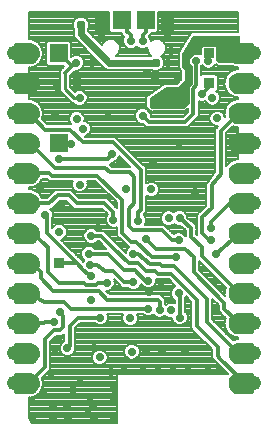
<source format=gbl>
G75*
%MOIN*%
%OFA0B0*%
%FSLAX25Y25*%
%IPPOS*%
%LPD*%
%AMOC8*
5,1,8,0,0,1.08239X$1,22.5*
%
%ADD10C,0.04369*%
%ADD11C,0.01000*%
%ADD12C,0.07000*%
%ADD13C,0.04900*%
%ADD14R,0.06000X0.06000*%
%ADD15R,0.03500X0.03500*%
%ADD16C,0.03100*%
%ADD17C,0.02400*%
%ADD18C,0.02800*%
%ADD19C,0.01200*%
%ADD20C,0.00000*%
%ADD21C,0.00001*%
%ADD22C,0.02781*%
%ADD23C,0.00800*%
D10*
X0035253Y0137816D02*
X0035253Y0142184D01*
X0057104Y0142184D02*
X0057104Y0137816D01*
D11*
X0071178Y0130000D02*
X0071178Y0127600D01*
X0071078Y0127500D01*
X0078236Y0129415D02*
X0078407Y0128852D01*
X0078684Y0128333D01*
X0079057Y0127879D01*
X0079512Y0127506D01*
X0080030Y0127228D01*
X0080593Y0127058D01*
X0081178Y0127000D01*
X0085678Y0127000D01*
X0085678Y0133000D01*
X0081178Y0133000D01*
X0080593Y0132942D01*
X0080030Y0132772D01*
X0079512Y0132494D01*
X0079057Y0132121D01*
X0078684Y0131667D01*
X0078407Y0131148D01*
X0078236Y0130585D01*
X0078178Y0130000D01*
X0078236Y0129415D01*
X0078197Y0129811D02*
X0085678Y0129811D01*
X0085678Y0130809D02*
X0078304Y0130809D01*
X0078800Y0131808D02*
X0085678Y0131808D01*
X0085678Y0132806D02*
X0080145Y0132806D01*
X0078428Y0128812D02*
X0085678Y0128812D01*
X0085678Y0127814D02*
X0079136Y0127814D01*
X0080593Y0122942D02*
X0081178Y0123000D01*
X0085678Y0123000D01*
X0085678Y0117000D01*
X0081178Y0117000D01*
X0080593Y0117058D01*
X0080030Y0117228D01*
X0079512Y0117506D01*
X0079057Y0117879D01*
X0078684Y0118333D01*
X0078407Y0118852D01*
X0078236Y0119415D01*
X0078178Y0120000D01*
X0078236Y0120585D01*
X0078407Y0121148D01*
X0078684Y0121667D01*
X0079057Y0122121D01*
X0079512Y0122494D01*
X0080030Y0122772D01*
X0080593Y0122942D01*
X0080194Y0122821D02*
X0085678Y0122821D01*
X0085678Y0121823D02*
X0078812Y0121823D01*
X0078309Y0120824D02*
X0085678Y0120824D01*
X0085678Y0119826D02*
X0078196Y0119826D01*
X0078420Y0118827D02*
X0085678Y0118827D01*
X0085678Y0117829D02*
X0079118Y0117829D01*
X0080593Y0112942D02*
X0081178Y0113000D01*
X0085678Y0113000D01*
X0085678Y0107000D01*
X0081178Y0107000D01*
X0080593Y0107058D01*
X0080030Y0107228D01*
X0079512Y0107506D01*
X0079057Y0107879D01*
X0078684Y0108333D01*
X0078407Y0108852D01*
X0078236Y0109415D01*
X0078178Y0110000D01*
X0078236Y0110585D01*
X0078407Y0111148D01*
X0078684Y0111667D01*
X0079057Y0112121D01*
X0079512Y0112494D01*
X0080030Y0112772D01*
X0080593Y0112942D01*
X0080243Y0112836D02*
X0085678Y0112836D01*
X0085678Y0111838D02*
X0078824Y0111838D01*
X0078313Y0110839D02*
X0085678Y0110839D01*
X0085678Y0109841D02*
X0078194Y0109841D01*
X0078412Y0108842D02*
X0085678Y0108842D01*
X0085678Y0107844D02*
X0079100Y0107844D01*
X0080593Y0102942D02*
X0081178Y0103000D01*
X0085678Y0103000D01*
X0085678Y0097000D01*
X0081178Y0097000D01*
X0080593Y0097058D01*
X0080030Y0097228D01*
X0079512Y0097506D01*
X0079057Y0097879D01*
X0078684Y0098333D01*
X0078407Y0098852D01*
X0078236Y0099415D01*
X0078178Y0100000D01*
X0078236Y0100585D01*
X0078407Y0101148D01*
X0078684Y0101667D01*
X0079057Y0102121D01*
X0079512Y0102494D01*
X0080030Y0102772D01*
X0080593Y0102942D01*
X0080292Y0102851D02*
X0085678Y0102851D01*
X0085678Y0101853D02*
X0078837Y0101853D01*
X0078318Y0100854D02*
X0085678Y0100854D01*
X0085678Y0099856D02*
X0078193Y0099856D01*
X0078405Y0098857D02*
X0085678Y0098857D01*
X0085678Y0097859D02*
X0079082Y0097859D01*
X0080593Y0092942D02*
X0081178Y0093000D01*
X0085678Y0093000D01*
X0085678Y0087000D01*
X0081178Y0087000D01*
X0080593Y0087058D01*
X0080030Y0087228D01*
X0079512Y0087506D01*
X0079057Y0087879D01*
X0078684Y0088333D01*
X0078407Y0088852D01*
X0078236Y0089415D01*
X0078178Y0090000D01*
X0078236Y0090585D01*
X0078407Y0091148D01*
X0078684Y0091667D01*
X0079057Y0092121D01*
X0079512Y0092494D01*
X0080030Y0092772D01*
X0080593Y0092942D01*
X0080342Y0092866D02*
X0085678Y0092866D01*
X0085678Y0091868D02*
X0078849Y0091868D01*
X0078322Y0090869D02*
X0085678Y0090869D01*
X0085678Y0089870D02*
X0078191Y0089870D01*
X0078401Y0088872D02*
X0085678Y0088872D01*
X0085678Y0087873D02*
X0079063Y0087873D01*
X0080593Y0082942D02*
X0081178Y0083000D01*
X0085678Y0083000D01*
X0085678Y0077000D01*
X0081178Y0077000D01*
X0080593Y0077058D01*
X0080030Y0077228D01*
X0079512Y0077506D01*
X0079057Y0077879D01*
X0078684Y0078333D01*
X0078407Y0078852D01*
X0078236Y0079415D01*
X0078178Y0080000D01*
X0078236Y0080585D01*
X0078407Y0081148D01*
X0078684Y0081667D01*
X0079057Y0082121D01*
X0079512Y0082494D01*
X0080030Y0082772D01*
X0080593Y0082942D01*
X0080391Y0082881D02*
X0085678Y0082881D01*
X0085678Y0081882D02*
X0078861Y0081882D01*
X0078327Y0080884D02*
X0085678Y0080884D01*
X0085678Y0079885D02*
X0078190Y0079885D01*
X0078396Y0078887D02*
X0085678Y0078887D01*
X0085678Y0077888D02*
X0079049Y0077888D01*
X0080593Y0072942D02*
X0081178Y0073000D01*
X0085678Y0073000D01*
X0085678Y0067000D01*
X0081178Y0067000D01*
X0080593Y0067058D01*
X0080030Y0067228D01*
X0079512Y0067506D01*
X0079057Y0067879D01*
X0078684Y0068333D01*
X0078407Y0068852D01*
X0078236Y0069415D01*
X0078178Y0070000D01*
X0078236Y0070585D01*
X0078407Y0071148D01*
X0078684Y0071667D01*
X0079057Y0072121D01*
X0079512Y0072494D01*
X0080030Y0072772D01*
X0080593Y0072942D01*
X0080440Y0072896D02*
X0085678Y0072896D01*
X0085678Y0071897D02*
X0078873Y0071897D01*
X0078331Y0070899D02*
X0085678Y0070899D01*
X0085678Y0069900D02*
X0078188Y0069900D01*
X0078392Y0068902D02*
X0085678Y0068902D01*
X0085678Y0067903D02*
X0079037Y0067903D01*
X0080593Y0062942D02*
X0081178Y0063000D01*
X0085678Y0063000D01*
X0085678Y0057000D01*
X0081178Y0057000D01*
X0080593Y0057058D01*
X0080030Y0057228D01*
X0079512Y0057506D01*
X0079057Y0057879D01*
X0078684Y0058333D01*
X0078407Y0058852D01*
X0078236Y0059415D01*
X0078178Y0060000D01*
X0078236Y0060585D01*
X0078407Y0061148D01*
X0078684Y0061667D01*
X0079057Y0062121D01*
X0079512Y0062494D01*
X0080030Y0062772D01*
X0080593Y0062942D01*
X0080489Y0062911D02*
X0085678Y0062911D01*
X0085678Y0061912D02*
X0078885Y0061912D01*
X0078336Y0060914D02*
X0085678Y0060914D01*
X0085678Y0059915D02*
X0078187Y0059915D01*
X0078387Y0058917D02*
X0085678Y0058917D01*
X0085678Y0057918D02*
X0079025Y0057918D01*
X0080593Y0052942D02*
X0081178Y0053000D01*
X0085678Y0053000D01*
X0085678Y0047000D01*
X0081178Y0047000D01*
X0080593Y0047058D01*
X0080030Y0047228D01*
X0079512Y0047506D01*
X0079057Y0047879D01*
X0078684Y0048333D01*
X0078407Y0048852D01*
X0078236Y0049415D01*
X0078178Y0050000D01*
X0078236Y0050585D01*
X0078407Y0051148D01*
X0078684Y0051667D01*
X0079057Y0052121D01*
X0079512Y0052494D01*
X0080030Y0052772D01*
X0080593Y0052942D01*
X0080538Y0052926D02*
X0085678Y0052926D01*
X0085678Y0051927D02*
X0078898Y0051927D01*
X0078340Y0050929D02*
X0085678Y0050929D01*
X0085678Y0049930D02*
X0078185Y0049930D01*
X0078383Y0048932D02*
X0085678Y0048932D01*
X0085678Y0047933D02*
X0079013Y0047933D01*
X0080587Y0042940D02*
X0085678Y0042940D01*
X0085678Y0043000D02*
X0085678Y0037000D01*
X0081178Y0037000D01*
X0080593Y0037058D01*
X0080030Y0037228D01*
X0079512Y0037506D01*
X0079057Y0037879D01*
X0078684Y0038333D01*
X0078407Y0038852D01*
X0078236Y0039415D01*
X0078178Y0040000D01*
X0078236Y0040585D01*
X0078407Y0041148D01*
X0078684Y0041667D01*
X0079057Y0042121D01*
X0079512Y0042494D01*
X0080030Y0042772D01*
X0080593Y0042942D01*
X0081178Y0043000D01*
X0085678Y0043000D01*
X0085678Y0041942D02*
X0078910Y0041942D01*
X0078345Y0040943D02*
X0085678Y0040943D01*
X0085678Y0039945D02*
X0078184Y0039945D01*
X0078378Y0038946D02*
X0085678Y0038946D01*
X0085678Y0037948D02*
X0079000Y0037948D01*
X0080593Y0032942D02*
X0081178Y0033000D01*
X0085678Y0033000D01*
X0085678Y0027000D01*
X0081178Y0027000D01*
X0080593Y0027058D01*
X0080030Y0027228D01*
X0079512Y0027506D01*
X0079057Y0027879D01*
X0078684Y0028333D01*
X0078407Y0028852D01*
X0078236Y0029415D01*
X0078178Y0030000D01*
X0078236Y0030585D01*
X0078407Y0031148D01*
X0078684Y0031667D01*
X0079057Y0032121D01*
X0079512Y0032494D01*
X0080030Y0032772D01*
X0080593Y0032942D01*
X0080725Y0032955D02*
X0085678Y0032955D01*
X0085678Y0031957D02*
X0078922Y0031957D01*
X0078349Y0030958D02*
X0085678Y0030958D01*
X0085678Y0029960D02*
X0078182Y0029960D01*
X0078374Y0028961D02*
X0085678Y0028961D01*
X0085678Y0027963D02*
X0078988Y0027963D01*
X0080593Y0022942D02*
X0081178Y0023000D01*
X0085678Y0023000D01*
X0085678Y0017000D01*
X0081178Y0017000D01*
X0080593Y0017058D01*
X0080030Y0017228D01*
X0079512Y0017506D01*
X0079057Y0017879D01*
X0078684Y0018333D01*
X0078407Y0018852D01*
X0078236Y0019415D01*
X0078178Y0020000D01*
X0078236Y0020585D01*
X0078407Y0021148D01*
X0078684Y0021667D01*
X0079057Y0022121D01*
X0079512Y0022494D01*
X0080030Y0022772D01*
X0080593Y0022942D01*
X0080876Y0022970D02*
X0085678Y0022970D01*
X0085678Y0021972D02*
X0078934Y0021972D01*
X0078354Y0020973D02*
X0085678Y0020973D01*
X0085678Y0019975D02*
X0078181Y0019975D01*
X0078369Y0018976D02*
X0085678Y0018976D01*
X0085678Y0017978D02*
X0078976Y0017978D01*
X0014178Y0020000D02*
X0014121Y0019415D01*
X0013950Y0018852D01*
X0013673Y0018333D01*
X0013300Y0017879D01*
X0012845Y0017506D01*
X0012327Y0017228D01*
X0011764Y0017058D01*
X0011178Y0017000D01*
X0006678Y0017000D01*
X0006678Y0023000D01*
X0011178Y0023000D01*
X0011764Y0022942D01*
X0012327Y0022772D01*
X0012845Y0022494D01*
X0013300Y0022121D01*
X0013673Y0021667D01*
X0013950Y0021148D01*
X0014121Y0020585D01*
X0014178Y0020000D01*
X0014176Y0019975D02*
X0006678Y0019975D01*
X0006678Y0020973D02*
X0014003Y0020973D01*
X0013423Y0021972D02*
X0006678Y0021972D01*
X0006678Y0022970D02*
X0011481Y0022970D01*
X0013988Y0018976D02*
X0006678Y0018976D01*
X0006678Y0017978D02*
X0013381Y0017978D01*
X0011764Y0027058D02*
X0011178Y0027000D01*
X0006678Y0027000D01*
X0006678Y0033000D01*
X0011178Y0033000D01*
X0011764Y0032942D01*
X0012327Y0032772D01*
X0012845Y0032494D01*
X0013300Y0032121D01*
X0013673Y0031667D01*
X0013950Y0031148D01*
X0014121Y0030585D01*
X0014178Y0030000D01*
X0014121Y0029415D01*
X0013950Y0028852D01*
X0013673Y0028333D01*
X0013300Y0027879D01*
X0012845Y0027506D01*
X0012327Y0027228D01*
X0011764Y0027058D01*
X0013369Y0027963D02*
X0006678Y0027963D01*
X0006678Y0028961D02*
X0013983Y0028961D01*
X0014175Y0029960D02*
X0006678Y0029960D01*
X0006678Y0030958D02*
X0014008Y0030958D01*
X0013435Y0031957D02*
X0006678Y0031957D01*
X0006678Y0032955D02*
X0011632Y0032955D01*
X0011178Y0037000D02*
X0006678Y0037000D01*
X0006678Y0043000D01*
X0011178Y0043000D01*
X0011764Y0042942D01*
X0012327Y0042772D01*
X0012845Y0042494D01*
X0013300Y0042121D01*
X0013673Y0041667D01*
X0013950Y0041148D01*
X0014121Y0040585D01*
X0014178Y0040000D01*
X0014121Y0039415D01*
X0013950Y0038852D01*
X0013673Y0038333D01*
X0013300Y0037879D01*
X0012845Y0037506D01*
X0012327Y0037228D01*
X0011764Y0037058D01*
X0011178Y0037000D01*
X0013357Y0037948D02*
X0006678Y0037948D01*
X0006678Y0038946D02*
X0013979Y0038946D01*
X0014173Y0039945D02*
X0006678Y0039945D01*
X0006678Y0040943D02*
X0014012Y0040943D01*
X0013447Y0041942D02*
X0006678Y0041942D01*
X0006678Y0042940D02*
X0011770Y0042940D01*
X0011178Y0047000D02*
X0006678Y0047000D01*
X0006678Y0053000D01*
X0011178Y0053000D01*
X0011764Y0052942D01*
X0012327Y0052772D01*
X0012845Y0052494D01*
X0013300Y0052121D01*
X0013673Y0051667D01*
X0013950Y0051148D01*
X0014121Y0050585D01*
X0014178Y0050000D01*
X0014121Y0049415D01*
X0013950Y0048852D01*
X0013673Y0048333D01*
X0013300Y0047879D01*
X0012845Y0047506D01*
X0012327Y0047228D01*
X0011764Y0047058D01*
X0011178Y0047000D01*
X0013344Y0047933D02*
X0006678Y0047933D01*
X0006678Y0048932D02*
X0013974Y0048932D01*
X0014172Y0049930D02*
X0006678Y0049930D01*
X0006678Y0050929D02*
X0014017Y0050929D01*
X0013459Y0051927D02*
X0006678Y0051927D01*
X0006678Y0052926D02*
X0011819Y0052926D01*
X0011178Y0057000D02*
X0006678Y0057000D01*
X0006678Y0063000D01*
X0011178Y0063000D01*
X0011764Y0062942D01*
X0012327Y0062772D01*
X0012845Y0062494D01*
X0013300Y0062121D01*
X0013673Y0061667D01*
X0013950Y0061148D01*
X0014121Y0060585D01*
X0014178Y0060000D01*
X0014121Y0059415D01*
X0013950Y0058852D01*
X0013673Y0058333D01*
X0013300Y0057879D01*
X0012845Y0057506D01*
X0012327Y0057228D01*
X0011764Y0057058D01*
X0011178Y0057000D01*
X0013332Y0057918D02*
X0006678Y0057918D01*
X0006678Y0058917D02*
X0013970Y0058917D01*
X0014170Y0059915D02*
X0006678Y0059915D01*
X0006678Y0060914D02*
X0014021Y0060914D01*
X0013471Y0061912D02*
X0006678Y0061912D01*
X0006678Y0062911D02*
X0011868Y0062911D01*
X0011178Y0067000D02*
X0006678Y0067000D01*
X0006678Y0073000D01*
X0011178Y0073000D01*
X0011764Y0072942D01*
X0012327Y0072772D01*
X0012845Y0072494D01*
X0013300Y0072121D01*
X0013673Y0071667D01*
X0013950Y0071148D01*
X0014121Y0070585D01*
X0014178Y0070000D01*
X0014121Y0069415D01*
X0013950Y0068852D01*
X0013673Y0068333D01*
X0013300Y0067879D01*
X0012845Y0067506D01*
X0012327Y0067228D01*
X0011764Y0067058D01*
X0011178Y0067000D01*
X0013320Y0067903D02*
X0006678Y0067903D01*
X0006678Y0068902D02*
X0013965Y0068902D01*
X0014169Y0069900D02*
X0006678Y0069900D01*
X0006678Y0070899D02*
X0014026Y0070899D01*
X0013484Y0071897D02*
X0006678Y0071897D01*
X0006678Y0072896D02*
X0011917Y0072896D01*
X0011764Y0077058D02*
X0011178Y0077000D01*
X0006678Y0077000D01*
X0006678Y0083000D01*
X0011178Y0083000D01*
X0011764Y0082942D01*
X0012327Y0082772D01*
X0012845Y0082494D01*
X0013300Y0082121D01*
X0013673Y0081667D01*
X0013950Y0081148D01*
X0014121Y0080585D01*
X0014178Y0080000D01*
X0014121Y0079415D01*
X0013950Y0078852D01*
X0013673Y0078333D01*
X0013300Y0077879D01*
X0012845Y0077506D01*
X0012327Y0077228D01*
X0011764Y0077058D01*
X0013308Y0077888D02*
X0006678Y0077888D01*
X0006678Y0078887D02*
X0013961Y0078887D01*
X0014167Y0079885D02*
X0006678Y0079885D01*
X0006678Y0080884D02*
X0014030Y0080884D01*
X0013496Y0081882D02*
X0006678Y0081882D01*
X0006678Y0082881D02*
X0011966Y0082881D01*
X0011764Y0087058D02*
X0011178Y0087000D01*
X0006678Y0087000D01*
X0006678Y0093000D01*
X0011178Y0093000D01*
X0011764Y0092942D01*
X0012327Y0092772D01*
X0012845Y0092494D01*
X0013300Y0092121D01*
X0013673Y0091667D01*
X0013950Y0091148D01*
X0014121Y0090585D01*
X0014178Y0090000D01*
X0014121Y0089415D01*
X0013950Y0088852D01*
X0013673Y0088333D01*
X0013300Y0087879D01*
X0012845Y0087506D01*
X0012327Y0087228D01*
X0011764Y0087058D01*
X0013293Y0087873D02*
X0006678Y0087873D01*
X0006678Y0088872D02*
X0013956Y0088872D01*
X0014166Y0089870D02*
X0006678Y0089870D01*
X0006678Y0090869D02*
X0014035Y0090869D01*
X0013508Y0091868D02*
X0006678Y0091868D01*
X0006678Y0092866D02*
X0012015Y0092866D01*
X0011764Y0097058D02*
X0011178Y0097000D01*
X0006678Y0097000D01*
X0006678Y0103000D01*
X0011178Y0103000D01*
X0011764Y0102942D01*
X0012327Y0102772D01*
X0012845Y0102494D01*
X0013300Y0102121D01*
X0013673Y0101667D01*
X0013950Y0101148D01*
X0014121Y0100585D01*
X0014178Y0100000D01*
X0014121Y0099415D01*
X0013950Y0098852D01*
X0013673Y0098333D01*
X0013300Y0097879D01*
X0012845Y0097506D01*
X0012327Y0097228D01*
X0011764Y0097058D01*
X0013275Y0097859D02*
X0006678Y0097859D01*
X0006678Y0098857D02*
X0013952Y0098857D01*
X0014164Y0099856D02*
X0006678Y0099856D01*
X0006678Y0100854D02*
X0014039Y0100854D01*
X0013520Y0101853D02*
X0006678Y0101853D01*
X0006678Y0102851D02*
X0012064Y0102851D01*
X0011764Y0107058D02*
X0011178Y0107000D01*
X0006678Y0107000D01*
X0006678Y0113000D01*
X0011178Y0113000D01*
X0011764Y0112942D01*
X0012327Y0112772D01*
X0012845Y0112494D01*
X0013300Y0112121D01*
X0013673Y0111667D01*
X0013950Y0111148D01*
X0014121Y0110585D01*
X0014178Y0110000D01*
X0014121Y0109415D01*
X0013950Y0108852D01*
X0013673Y0108333D01*
X0013300Y0107879D01*
X0012845Y0107506D01*
X0012327Y0107228D01*
X0011764Y0107058D01*
X0013257Y0107844D02*
X0006678Y0107844D01*
X0006678Y0108842D02*
X0013945Y0108842D01*
X0014163Y0109841D02*
X0006678Y0109841D01*
X0006678Y0110839D02*
X0014044Y0110839D01*
X0013533Y0111838D02*
X0006678Y0111838D01*
X0006678Y0112836D02*
X0012114Y0112836D01*
X0011764Y0117058D02*
X0011178Y0117000D01*
X0006678Y0117000D01*
X0006678Y0123000D01*
X0011178Y0123000D01*
X0011764Y0122942D01*
X0012327Y0122772D01*
X0012845Y0122494D01*
X0013300Y0122121D01*
X0013673Y0121667D01*
X0013950Y0121148D01*
X0014121Y0120585D01*
X0014178Y0120000D01*
X0014121Y0119415D01*
X0013950Y0118852D01*
X0013673Y0118333D01*
X0013300Y0117879D01*
X0012845Y0117506D01*
X0012327Y0117228D01*
X0011764Y0117058D01*
X0013239Y0117829D02*
X0006678Y0117829D01*
X0006678Y0118827D02*
X0013937Y0118827D01*
X0014161Y0119826D02*
X0006678Y0119826D01*
X0006678Y0120824D02*
X0014048Y0120824D01*
X0013545Y0121823D02*
X0006678Y0121823D01*
X0006678Y0122821D02*
X0012163Y0122821D01*
X0011764Y0127058D02*
X0011178Y0127000D01*
X0006678Y0127000D01*
X0006678Y0133000D01*
X0011178Y0133000D01*
X0011764Y0132942D01*
X0012327Y0132772D01*
X0012845Y0132494D01*
X0013300Y0132121D01*
X0013673Y0131667D01*
X0013950Y0131148D01*
X0014121Y0130585D01*
X0014178Y0130000D01*
X0014121Y0129415D01*
X0013950Y0128852D01*
X0013673Y0128333D01*
X0013300Y0127879D01*
X0012845Y0127506D01*
X0012327Y0127228D01*
X0011764Y0127058D01*
X0013221Y0127814D02*
X0006678Y0127814D01*
X0006678Y0128812D02*
X0013929Y0128812D01*
X0014160Y0129811D02*
X0006678Y0129811D01*
X0006678Y0130809D02*
X0014053Y0130809D01*
X0013557Y0131808D02*
X0006678Y0131808D01*
X0006678Y0132806D02*
X0012212Y0132806D01*
X0023278Y0123300D02*
X0023278Y0118100D01*
X0026278Y0115100D01*
X0028178Y0115100D01*
D12*
X0011178Y0120000D03*
X0011178Y0130000D03*
X0011178Y0110000D03*
X0011178Y0100000D03*
X0011178Y0090000D03*
X0011178Y0080000D03*
X0011178Y0070000D03*
X0011178Y0060000D03*
X0011178Y0050000D03*
X0011178Y0040000D03*
X0011178Y0030000D03*
X0011178Y0020000D03*
X0081178Y0020000D03*
X0081178Y0030000D03*
X0081178Y0040000D03*
X0081178Y0050000D03*
X0081178Y0060000D03*
X0081178Y0070000D03*
X0081178Y0080000D03*
X0081178Y0090000D03*
X0081178Y0100000D03*
X0081178Y0110000D03*
X0081178Y0120000D03*
X0081178Y0130000D03*
D13*
X0086178Y0130000D03*
X0086178Y0120000D03*
X0086178Y0110000D03*
X0086178Y0100000D03*
X0086178Y0090000D03*
X0086178Y0080000D03*
X0086178Y0070000D03*
X0086178Y0060000D03*
X0086178Y0050000D03*
X0086178Y0040000D03*
X0086178Y0030000D03*
X0086178Y0020000D03*
X0006178Y0020000D03*
X0006178Y0030000D03*
X0006178Y0040000D03*
X0006178Y0050000D03*
X0006178Y0060000D03*
X0006178Y0070000D03*
X0006178Y0080000D03*
X0006178Y0090000D03*
X0006178Y0100000D03*
X0006178Y0110000D03*
X0006178Y0120000D03*
X0006178Y0130000D03*
D14*
X0021178Y0130000D03*
X0042178Y0141000D03*
X0050178Y0141000D03*
X0021178Y0100000D03*
D15*
X0071178Y0120000D03*
X0071178Y0130000D03*
X0021178Y0060000D03*
D16*
X0053478Y0126800D03*
X0028578Y0139400D03*
D17*
X0028578Y0136300D01*
X0038078Y0126800D01*
X0053478Y0126800D01*
D18*
X0057678Y0126900D03*
X0058478Y0130800D03*
X0066878Y0127500D03*
X0071078Y0127500D03*
X0061078Y0122000D03*
X0061278Y0116700D03*
X0061278Y0113800D03*
X0053578Y0113800D03*
X0049178Y0109100D03*
X0038878Y0096300D03*
X0029278Y0104900D03*
X0027178Y0108100D03*
X0028178Y0115100D03*
X0020478Y0118900D03*
X0027378Y0122100D03*
X0027078Y0126800D03*
X0041478Y0134100D03*
X0045278Y0134100D03*
X0049178Y0134100D03*
X0068878Y0116300D03*
X0072376Y0115121D03*
X0073978Y0108300D03*
X0051978Y0084600D03*
X0043478Y0084600D03*
X0039378Y0074500D03*
X0047678Y0074100D03*
X0050378Y0068000D03*
X0046078Y0063200D03*
X0046078Y0053700D03*
X0051078Y0054200D03*
X0061178Y0050000D03*
X0058578Y0044300D03*
X0054878Y0044500D03*
X0051078Y0044900D03*
X0044978Y0041700D03*
X0035078Y0041900D03*
X0031978Y0047800D03*
X0037178Y0053400D03*
X0031778Y0055600D03*
X0031756Y0059378D03*
X0031278Y0063100D03*
X0031978Y0069100D03*
X0021278Y0070400D03*
X0016678Y0076100D03*
X0028178Y0086200D03*
X0021378Y0094700D03*
X0025378Y0099800D03*
X0057878Y0075000D03*
X0061478Y0075100D03*
X0061178Y0067700D03*
X0060378Y0062000D03*
X0071778Y0067900D03*
X0071878Y0071700D03*
X0073578Y0063100D03*
X0061578Y0041900D03*
X0045578Y0030500D03*
X0034878Y0028600D03*
X0024078Y0031600D03*
X0019678Y0040500D03*
X0021578Y0043600D03*
D19*
X0022678Y0042500D01*
X0022678Y0038700D01*
X0021678Y0037700D01*
X0019578Y0037700D01*
X0016478Y0034600D01*
X0016478Y0025300D01*
X0011178Y0020000D01*
X0024078Y0031600D02*
X0024878Y0032400D01*
X0024878Y0039100D01*
X0027678Y0041900D01*
X0035078Y0041900D01*
X0037378Y0047900D02*
X0034678Y0050600D01*
X0019378Y0050600D01*
X0015178Y0055000D01*
X0015178Y0057000D01*
X0012178Y0060000D01*
X0011178Y0060000D01*
X0017578Y0057100D02*
X0017578Y0065400D01*
X0015678Y0067200D01*
X0012678Y0070000D01*
X0011178Y0070000D01*
X0017178Y0070000D02*
X0017178Y0075600D01*
X0016678Y0076100D01*
X0018078Y0080000D02*
X0011178Y0080000D01*
X0018078Y0080000D02*
X0020778Y0082700D01*
X0024478Y0082700D01*
X0027178Y0080000D01*
X0036378Y0080000D01*
X0039378Y0077000D01*
X0039378Y0074500D01*
X0042278Y0070100D02*
X0042278Y0081000D01*
X0034078Y0089200D01*
X0018778Y0089200D01*
X0017978Y0090000D01*
X0011178Y0090000D01*
X0013678Y0098200D02*
X0019978Y0091900D01*
X0036678Y0091900D01*
X0038378Y0090300D01*
X0044778Y0090300D01*
X0046278Y0088800D01*
X0046278Y0080000D01*
X0044478Y0078200D01*
X0044478Y0072500D01*
X0045878Y0071100D01*
X0055478Y0071100D01*
X0058878Y0067700D01*
X0061178Y0067700D01*
X0063378Y0064800D02*
X0053578Y0064800D01*
X0050378Y0068000D01*
X0047078Y0067100D02*
X0045378Y0067100D01*
X0042278Y0070100D01*
X0047078Y0067100D02*
X0052278Y0062000D01*
X0060378Y0062000D01*
X0059678Y0059000D02*
X0055478Y0059000D01*
X0054878Y0059600D01*
X0051478Y0059600D01*
X0047678Y0063200D01*
X0046078Y0063200D01*
X0047578Y0060000D02*
X0044478Y0060000D01*
X0039678Y0064800D01*
X0035278Y0069100D01*
X0031978Y0069100D01*
X0031278Y0063100D02*
X0037578Y0063100D01*
X0042978Y0057700D01*
X0046578Y0057700D01*
X0050078Y0054200D01*
X0051078Y0054200D01*
X0050378Y0057400D02*
X0053378Y0057400D01*
X0054378Y0056400D01*
X0058578Y0056400D01*
X0067178Y0047900D01*
X0067178Y0039000D01*
X0074178Y0032000D01*
X0074178Y0029100D01*
X0075078Y0028100D01*
X0081178Y0022000D01*
X0081178Y0020000D01*
X0081078Y0030000D02*
X0081178Y0030000D01*
X0081078Y0030000D02*
X0070578Y0040500D01*
X0070578Y0048200D01*
X0059678Y0059000D01*
X0066178Y0057000D02*
X0066178Y0062000D01*
X0063378Y0064800D01*
X0065278Y0068900D02*
X0068978Y0065300D01*
X0068978Y0062400D01*
X0081178Y0050000D01*
X0076378Y0046700D02*
X0066178Y0057000D01*
X0061178Y0050000D02*
X0061578Y0049600D01*
X0061578Y0041900D01*
X0054878Y0044500D02*
X0054878Y0047200D01*
X0054178Y0047900D01*
X0037378Y0047900D01*
X0033678Y0052700D02*
X0030178Y0052700D01*
X0029478Y0053400D01*
X0021178Y0053400D01*
X0017578Y0057100D01*
X0021178Y0060000D02*
X0021228Y0059950D01*
X0027328Y0059950D01*
X0021578Y0065700D01*
X0017178Y0070000D01*
X0027328Y0059950D02*
X0029378Y0057900D01*
X0030878Y0056500D01*
X0031778Y0055600D01*
X0034378Y0053400D02*
X0033678Y0052700D01*
X0034378Y0053400D02*
X0037178Y0053400D01*
X0036578Y0057300D02*
X0039378Y0057300D01*
X0042978Y0053700D01*
X0046078Y0053700D01*
X0050378Y0057400D02*
X0047578Y0060000D01*
X0036578Y0057300D02*
X0034001Y0059378D01*
X0031756Y0059378D01*
X0023078Y0047000D02*
X0016178Y0047000D01*
X0011178Y0050000D01*
X0015278Y0040000D02*
X0017678Y0040500D01*
X0019678Y0040500D01*
X0015278Y0040000D02*
X0011178Y0040000D01*
X0023078Y0047000D02*
X0025178Y0044900D01*
X0051078Y0044900D01*
X0073578Y0063100D02*
X0079047Y0067868D01*
X0079947Y0068694D01*
X0080678Y0069300D01*
X0081178Y0070000D01*
X0071878Y0071700D02*
X0071878Y0073700D01*
X0078178Y0080000D01*
X0081178Y0080000D01*
X0072178Y0078400D02*
X0068978Y0075300D01*
X0068978Y0070200D01*
X0071278Y0067900D01*
X0071778Y0067900D01*
X0065278Y0068900D02*
X0065278Y0071800D01*
X0061478Y0075100D01*
X0072178Y0078400D02*
X0072178Y0086000D01*
X0075178Y0089900D01*
X0075178Y0104000D01*
X0081178Y0110000D01*
X0071178Y0118600D02*
X0068878Y0116300D01*
X0065978Y0118200D02*
X0065978Y0109700D01*
X0063378Y0107100D01*
X0051178Y0107100D01*
X0049178Y0109100D01*
X0039278Y0100300D02*
X0029278Y0100300D01*
X0025078Y0104500D01*
X0016678Y0104500D01*
X0011178Y0110000D01*
X0011178Y0100000D02*
X0013678Y0098200D01*
X0021178Y0100000D02*
X0025178Y0100000D01*
X0025378Y0099800D01*
X0021378Y0094700D02*
X0037678Y0094700D01*
X0038878Y0096300D01*
X0039278Y0100300D02*
X0048578Y0091100D01*
X0048578Y0077900D01*
X0047678Y0077100D01*
X0047678Y0074100D01*
X0076378Y0046700D02*
X0076378Y0044700D01*
X0081178Y0040000D01*
X0065978Y0118200D02*
X0066878Y0119300D01*
X0066878Y0127500D01*
X0071178Y0120000D02*
X0071178Y0118600D01*
X0049178Y0134100D02*
X0049178Y0136100D01*
X0050178Y0137100D01*
X0050178Y0141000D01*
X0045278Y0136000D02*
X0044178Y0137000D01*
X0043978Y0137200D01*
X0043978Y0139000D01*
X0042178Y0141000D01*
X0045278Y0136000D02*
X0045278Y0134100D01*
X0027078Y0126800D02*
X0025578Y0125600D01*
X0021178Y0130000D01*
X0025578Y0125600D02*
X0023278Y0123300D01*
D20*
X0051578Y0115000D02*
X0051578Y0112400D01*
X0052078Y0111800D01*
X0062678Y0111800D01*
X0064578Y0113700D01*
X0064578Y0118130D01*
X0064528Y0118638D01*
X0064578Y0118700D01*
X0064578Y0118780D01*
X0064778Y0118980D01*
X0064778Y0119100D01*
X0065478Y0119887D01*
X0065478Y0125789D01*
X0064678Y0126589D01*
X0064678Y0128411D01*
X0065967Y0129700D01*
X0067790Y0129700D01*
X0067890Y0129600D01*
X0068628Y0129600D01*
X0068628Y0132081D01*
X0069097Y0132550D01*
X0073260Y0132550D01*
X0073729Y0132081D01*
X0073729Y0127950D01*
X0074678Y0127000D01*
X0081278Y0127000D01*
X0081278Y0135800D01*
X0065978Y0135800D01*
X0062378Y0129900D01*
X0062378Y0125600D01*
X0063278Y0124600D01*
X0063278Y0122911D01*
X0063279Y0122911D01*
X0063279Y0121089D01*
X0063278Y0121089D01*
X0063278Y0120800D01*
X0061178Y0118700D01*
X0056978Y0118700D01*
X0051578Y0115000D01*
D21*
X0064578Y0115000D01*
X0064578Y0115001D02*
X0051580Y0115001D01*
X0051581Y0115002D02*
X0064578Y0115002D01*
X0064578Y0115003D02*
X0051583Y0115003D01*
X0051584Y0115004D02*
X0064578Y0115004D01*
X0064578Y0115005D02*
X0051586Y0115005D01*
X0051587Y0115006D02*
X0064578Y0115006D01*
X0064578Y0115007D02*
X0051589Y0115007D01*
X0051590Y0115008D02*
X0064578Y0115008D01*
X0064578Y0115009D02*
X0051591Y0115009D01*
X0051593Y0115010D02*
X0064578Y0115010D01*
X0064578Y0115011D02*
X0051594Y0115011D01*
X0051596Y0115012D02*
X0064578Y0115012D01*
X0064578Y0115013D02*
X0051597Y0115013D01*
X0051599Y0115014D02*
X0064578Y0115014D01*
X0064578Y0115015D02*
X0051600Y0115015D01*
X0051601Y0115016D02*
X0064578Y0115016D01*
X0064578Y0115017D02*
X0051603Y0115017D01*
X0051604Y0115018D02*
X0064578Y0115018D01*
X0064578Y0115019D02*
X0051606Y0115019D01*
X0051607Y0115020D02*
X0064578Y0115020D01*
X0064578Y0115021D02*
X0051609Y0115021D01*
X0051610Y0115022D02*
X0064578Y0115022D01*
X0064578Y0115023D02*
X0051611Y0115023D01*
X0051613Y0115024D02*
X0064578Y0115024D01*
X0064578Y0115025D02*
X0051614Y0115025D01*
X0051616Y0115026D02*
X0064578Y0115026D01*
X0064578Y0115027D02*
X0051617Y0115027D01*
X0051619Y0115028D02*
X0064578Y0115028D01*
X0064578Y0115029D02*
X0051620Y0115029D01*
X0051622Y0115030D02*
X0064578Y0115030D01*
X0064578Y0115031D02*
X0051623Y0115031D01*
X0051624Y0115031D02*
X0064578Y0115031D01*
X0064578Y0115032D02*
X0051626Y0115032D01*
X0051627Y0115033D02*
X0064578Y0115033D01*
X0064578Y0115034D02*
X0051629Y0115034D01*
X0051630Y0115035D02*
X0064578Y0115035D01*
X0064578Y0115036D02*
X0051632Y0115036D01*
X0051633Y0115037D02*
X0064578Y0115037D01*
X0064578Y0115038D02*
X0051634Y0115038D01*
X0051636Y0115039D02*
X0064578Y0115039D01*
X0064578Y0115040D02*
X0051637Y0115040D01*
X0051639Y0115041D02*
X0064578Y0115041D01*
X0064578Y0115042D02*
X0051640Y0115042D01*
X0051642Y0115043D02*
X0064578Y0115043D01*
X0064578Y0115044D02*
X0051643Y0115044D01*
X0051645Y0115045D02*
X0064578Y0115045D01*
X0064578Y0115046D02*
X0051646Y0115046D01*
X0051647Y0115047D02*
X0064578Y0115047D01*
X0064578Y0115048D02*
X0051649Y0115048D01*
X0051650Y0115049D02*
X0064578Y0115049D01*
X0064578Y0115050D02*
X0051652Y0115050D01*
X0051653Y0115051D02*
X0064578Y0115051D01*
X0064578Y0115052D02*
X0051655Y0115052D01*
X0051656Y0115053D02*
X0064578Y0115053D01*
X0064578Y0115054D02*
X0051657Y0115054D01*
X0051659Y0115055D02*
X0064578Y0115055D01*
X0064578Y0115056D02*
X0051660Y0115056D01*
X0051662Y0115057D02*
X0064578Y0115057D01*
X0064578Y0115058D02*
X0051663Y0115058D01*
X0051665Y0115059D02*
X0064578Y0115059D01*
X0064578Y0115060D02*
X0051666Y0115060D01*
X0051668Y0115061D02*
X0064578Y0115061D01*
X0064578Y0115062D02*
X0051669Y0115062D01*
X0051670Y0115063D02*
X0064578Y0115063D01*
X0064578Y0115064D02*
X0051672Y0115064D01*
X0051673Y0115065D02*
X0064578Y0115065D01*
X0064578Y0115066D02*
X0051675Y0115066D01*
X0051676Y0115067D02*
X0064578Y0115067D01*
X0064578Y0115068D02*
X0051678Y0115068D01*
X0051679Y0115069D02*
X0064578Y0115069D01*
X0064578Y0115070D02*
X0051680Y0115070D01*
X0051682Y0115071D02*
X0064578Y0115071D01*
X0064578Y0115072D02*
X0051683Y0115072D01*
X0051685Y0115073D02*
X0064578Y0115073D01*
X0064578Y0115074D02*
X0051686Y0115074D01*
X0051688Y0115075D02*
X0064578Y0115075D01*
X0064578Y0115076D02*
X0051689Y0115076D01*
X0051691Y0115077D02*
X0064578Y0115077D01*
X0064578Y0115078D02*
X0051692Y0115078D01*
X0051693Y0115079D02*
X0064578Y0115079D01*
X0064578Y0115080D02*
X0051695Y0115080D01*
X0051696Y0115081D02*
X0064578Y0115081D01*
X0064578Y0115082D02*
X0051698Y0115082D01*
X0051699Y0115083D02*
X0064578Y0115083D01*
X0064578Y0115084D02*
X0051701Y0115084D01*
X0051702Y0115085D02*
X0064578Y0115085D01*
X0064578Y0115086D02*
X0051703Y0115086D01*
X0051705Y0115087D02*
X0064578Y0115087D01*
X0064578Y0115088D02*
X0051706Y0115088D01*
X0051708Y0115089D02*
X0064578Y0115089D01*
X0064578Y0115090D02*
X0051709Y0115090D01*
X0051711Y0115091D02*
X0064578Y0115091D01*
X0064578Y0115092D02*
X0051712Y0115092D01*
X0051713Y0115093D02*
X0064578Y0115093D01*
X0064578Y0115094D02*
X0051715Y0115094D01*
X0051716Y0115094D02*
X0064578Y0115094D01*
X0064578Y0115095D02*
X0051718Y0115095D01*
X0051719Y0115096D02*
X0064578Y0115096D01*
X0064578Y0115097D02*
X0051721Y0115097D01*
X0051722Y0115098D02*
X0064578Y0115098D01*
X0064578Y0115099D02*
X0051724Y0115099D01*
X0051725Y0115100D02*
X0064578Y0115100D01*
X0064578Y0115101D02*
X0051726Y0115101D01*
X0051728Y0115102D02*
X0064578Y0115102D01*
X0064578Y0115103D02*
X0051729Y0115103D01*
X0051731Y0115104D02*
X0064578Y0115104D01*
X0064578Y0115105D02*
X0051732Y0115105D01*
X0051734Y0115106D02*
X0064578Y0115106D01*
X0064578Y0115107D02*
X0051735Y0115107D01*
X0051736Y0115108D02*
X0064578Y0115108D01*
X0064578Y0115109D02*
X0051738Y0115109D01*
X0051739Y0115110D02*
X0064578Y0115110D01*
X0064578Y0115111D02*
X0051741Y0115111D01*
X0051742Y0115112D02*
X0064578Y0115112D01*
X0064578Y0115113D02*
X0051744Y0115113D01*
X0051745Y0115114D02*
X0064578Y0115114D01*
X0064578Y0115115D02*
X0051747Y0115115D01*
X0051748Y0115116D02*
X0064578Y0115116D01*
X0064578Y0115117D02*
X0051749Y0115117D01*
X0051751Y0115118D02*
X0064578Y0115118D01*
X0064578Y0115119D02*
X0051752Y0115119D01*
X0051754Y0115120D02*
X0064578Y0115120D01*
X0064578Y0115121D02*
X0051755Y0115121D01*
X0051757Y0115122D02*
X0064578Y0115122D01*
X0064578Y0115123D02*
X0051758Y0115123D01*
X0051759Y0115124D02*
X0064578Y0115124D01*
X0064578Y0115125D02*
X0051761Y0115125D01*
X0051762Y0115126D02*
X0064578Y0115126D01*
X0064578Y0115127D02*
X0051764Y0115127D01*
X0051765Y0115128D02*
X0064578Y0115128D01*
X0064578Y0115129D02*
X0051767Y0115129D01*
X0051768Y0115130D02*
X0064578Y0115130D01*
X0064578Y0115131D02*
X0051770Y0115131D01*
X0051771Y0115132D02*
X0064578Y0115132D01*
X0064578Y0115133D02*
X0051772Y0115133D01*
X0051774Y0115134D02*
X0064578Y0115134D01*
X0064578Y0115135D02*
X0051775Y0115135D01*
X0051777Y0115136D02*
X0064578Y0115136D01*
X0064578Y0115137D02*
X0051778Y0115137D01*
X0051780Y0115138D02*
X0064578Y0115138D01*
X0064578Y0115139D02*
X0051781Y0115139D01*
X0051782Y0115140D02*
X0064578Y0115140D01*
X0064578Y0115141D02*
X0051784Y0115141D01*
X0051785Y0115142D02*
X0064578Y0115142D01*
X0064578Y0115143D02*
X0051787Y0115143D01*
X0051788Y0115144D02*
X0064578Y0115144D01*
X0064578Y0115145D02*
X0051790Y0115145D01*
X0051791Y0115146D02*
X0064578Y0115146D01*
X0064578Y0115147D02*
X0051792Y0115147D01*
X0051794Y0115148D02*
X0064578Y0115148D01*
X0064578Y0115149D02*
X0051795Y0115149D01*
X0051797Y0115150D02*
X0064578Y0115150D01*
X0064578Y0115151D02*
X0051798Y0115151D01*
X0051800Y0115152D02*
X0064578Y0115152D01*
X0064578Y0115153D02*
X0051801Y0115153D01*
X0051803Y0115154D02*
X0064578Y0115154D01*
X0064578Y0115155D02*
X0051804Y0115155D01*
X0051805Y0115156D02*
X0064578Y0115156D01*
X0051807Y0115156D01*
X0051808Y0115157D02*
X0064578Y0115157D01*
X0064578Y0115158D02*
X0051810Y0115158D01*
X0051811Y0115159D02*
X0064578Y0115159D01*
X0064578Y0115160D02*
X0051813Y0115160D01*
X0051814Y0115161D02*
X0064578Y0115161D01*
X0064578Y0115162D02*
X0051815Y0115162D01*
X0051817Y0115163D02*
X0064578Y0115163D01*
X0064578Y0115164D02*
X0051818Y0115164D01*
X0051820Y0115165D02*
X0064578Y0115165D01*
X0064578Y0115166D02*
X0051821Y0115166D01*
X0051823Y0115167D02*
X0064578Y0115167D01*
X0064578Y0115168D02*
X0051824Y0115168D01*
X0051826Y0115169D02*
X0064578Y0115169D01*
X0064578Y0115170D02*
X0051827Y0115170D01*
X0051828Y0115171D02*
X0064578Y0115171D01*
X0064578Y0115172D02*
X0051830Y0115172D01*
X0051831Y0115173D02*
X0064578Y0115173D01*
X0064578Y0115174D02*
X0051833Y0115174D01*
X0051834Y0115175D02*
X0064578Y0115175D01*
X0064578Y0115176D02*
X0051836Y0115176D01*
X0051837Y0115177D02*
X0064578Y0115177D01*
X0064578Y0115178D02*
X0051838Y0115178D01*
X0051840Y0115179D02*
X0064578Y0115179D01*
X0064578Y0115180D02*
X0051841Y0115180D01*
X0051843Y0115181D02*
X0064578Y0115181D01*
X0064578Y0115182D02*
X0051844Y0115182D01*
X0051846Y0115183D02*
X0064578Y0115183D01*
X0064578Y0115184D02*
X0051847Y0115184D01*
X0051849Y0115185D02*
X0064578Y0115185D01*
X0064578Y0115186D02*
X0051850Y0115186D01*
X0051851Y0115187D02*
X0064578Y0115187D01*
X0064578Y0115188D02*
X0051853Y0115188D01*
X0051854Y0115189D02*
X0064578Y0115189D01*
X0064578Y0115190D02*
X0051856Y0115190D01*
X0051857Y0115191D02*
X0064578Y0115191D01*
X0064578Y0115192D02*
X0051859Y0115192D01*
X0051860Y0115193D02*
X0064578Y0115193D01*
X0064578Y0115194D02*
X0051861Y0115194D01*
X0051863Y0115195D02*
X0064578Y0115195D01*
X0064578Y0115196D02*
X0051864Y0115196D01*
X0051866Y0115197D02*
X0064578Y0115197D01*
X0064578Y0115198D02*
X0051867Y0115198D01*
X0051869Y0115199D02*
X0064578Y0115199D01*
X0064578Y0115200D02*
X0051870Y0115200D01*
X0051871Y0115201D02*
X0064578Y0115201D01*
X0064578Y0115202D02*
X0051873Y0115202D01*
X0051874Y0115203D02*
X0064578Y0115203D01*
X0064578Y0115204D02*
X0051876Y0115204D01*
X0051877Y0115205D02*
X0064578Y0115205D01*
X0064578Y0115206D02*
X0051879Y0115206D01*
X0051880Y0115207D02*
X0064578Y0115207D01*
X0064578Y0115208D02*
X0051882Y0115208D01*
X0051883Y0115209D02*
X0064578Y0115209D01*
X0064578Y0115210D02*
X0051884Y0115210D01*
X0051886Y0115211D02*
X0064578Y0115211D01*
X0064578Y0115212D02*
X0051887Y0115212D01*
X0051889Y0115213D02*
X0064578Y0115213D01*
X0064578Y0115214D02*
X0051890Y0115214D01*
X0051892Y0115215D02*
X0064578Y0115215D01*
X0064578Y0115216D02*
X0051893Y0115216D01*
X0051894Y0115217D02*
X0064578Y0115217D01*
X0064578Y0115218D02*
X0051896Y0115218D01*
X0051897Y0115219D02*
X0064578Y0115219D01*
X0051899Y0115219D01*
X0051900Y0115220D02*
X0064578Y0115220D01*
X0064578Y0115221D02*
X0051902Y0115221D01*
X0051903Y0115222D02*
X0064578Y0115222D01*
X0064578Y0115223D02*
X0051905Y0115223D01*
X0051906Y0115224D02*
X0064578Y0115224D01*
X0064578Y0115225D02*
X0051907Y0115225D01*
X0051909Y0115226D02*
X0064578Y0115226D01*
X0064578Y0115227D02*
X0051910Y0115227D01*
X0051912Y0115228D02*
X0064578Y0115228D01*
X0064578Y0115229D02*
X0051913Y0115229D01*
X0051915Y0115230D02*
X0064578Y0115230D01*
X0064578Y0115231D02*
X0051916Y0115231D01*
X0051917Y0115232D02*
X0064578Y0115232D01*
X0064578Y0115233D02*
X0051919Y0115233D01*
X0051920Y0115234D02*
X0064578Y0115234D01*
X0064578Y0115235D02*
X0051922Y0115235D01*
X0051923Y0115236D02*
X0064578Y0115236D01*
X0064578Y0115237D02*
X0051925Y0115237D01*
X0051926Y0115238D02*
X0064578Y0115238D01*
X0064578Y0115239D02*
X0051928Y0115239D01*
X0051929Y0115240D02*
X0064578Y0115240D01*
X0064578Y0115241D02*
X0051930Y0115241D01*
X0051932Y0115242D02*
X0064578Y0115242D01*
X0064578Y0115243D02*
X0051933Y0115243D01*
X0051935Y0115244D02*
X0064578Y0115244D01*
X0064578Y0115245D02*
X0051936Y0115245D01*
X0051938Y0115246D02*
X0064578Y0115246D01*
X0064578Y0115247D02*
X0051939Y0115247D01*
X0051940Y0115248D02*
X0064578Y0115248D01*
X0064578Y0115249D02*
X0051942Y0115249D01*
X0051943Y0115250D02*
X0064578Y0115250D01*
X0064578Y0115251D02*
X0051945Y0115251D01*
X0051946Y0115252D02*
X0064578Y0115252D01*
X0064578Y0115253D02*
X0051948Y0115253D01*
X0051949Y0115254D02*
X0064578Y0115254D01*
X0064578Y0115255D02*
X0051951Y0115255D01*
X0051952Y0115256D02*
X0064578Y0115256D01*
X0064578Y0115257D02*
X0051953Y0115257D01*
X0051955Y0115258D02*
X0064578Y0115258D01*
X0064578Y0115259D02*
X0051956Y0115259D01*
X0051958Y0115260D02*
X0064578Y0115260D01*
X0064578Y0115261D02*
X0051959Y0115261D01*
X0051961Y0115262D02*
X0064578Y0115262D01*
X0064578Y0115263D02*
X0051962Y0115263D01*
X0051963Y0115264D02*
X0064578Y0115264D01*
X0064578Y0115265D02*
X0051965Y0115265D01*
X0051966Y0115266D02*
X0064578Y0115266D01*
X0064578Y0115267D02*
X0051968Y0115267D01*
X0051969Y0115268D02*
X0064578Y0115268D01*
X0064578Y0115269D02*
X0051971Y0115269D01*
X0051972Y0115270D02*
X0064578Y0115270D01*
X0064578Y0115271D02*
X0051973Y0115271D01*
X0051975Y0115272D02*
X0064578Y0115272D01*
X0064578Y0115273D02*
X0051976Y0115273D01*
X0051978Y0115274D02*
X0064578Y0115274D01*
X0064578Y0115275D02*
X0051979Y0115275D01*
X0051981Y0115276D02*
X0064578Y0115276D01*
X0064578Y0115277D02*
X0051982Y0115277D01*
X0051984Y0115278D02*
X0064578Y0115278D01*
X0064578Y0115279D02*
X0051985Y0115279D01*
X0051986Y0115280D02*
X0064578Y0115280D01*
X0064578Y0115281D02*
X0051988Y0115281D01*
X0051989Y0115281D02*
X0064578Y0115281D01*
X0064578Y0115282D02*
X0051991Y0115282D01*
X0051992Y0115283D02*
X0064578Y0115283D01*
X0064578Y0115284D02*
X0051994Y0115284D01*
X0051995Y0115285D02*
X0064578Y0115285D01*
X0064578Y0115286D02*
X0051996Y0115286D01*
X0051998Y0115287D02*
X0064578Y0115287D01*
X0064578Y0115288D02*
X0051999Y0115288D01*
X0052001Y0115289D02*
X0064578Y0115289D01*
X0064578Y0115290D02*
X0052002Y0115290D01*
X0052004Y0115291D02*
X0064578Y0115291D01*
X0064578Y0115292D02*
X0052005Y0115292D01*
X0052007Y0115293D02*
X0064578Y0115293D01*
X0064578Y0115294D02*
X0052008Y0115294D01*
X0052009Y0115295D02*
X0064578Y0115295D01*
X0064578Y0115296D02*
X0052011Y0115296D01*
X0052012Y0115297D02*
X0064578Y0115297D01*
X0064578Y0115298D02*
X0052014Y0115298D01*
X0052015Y0115299D02*
X0064578Y0115299D01*
X0064578Y0115300D02*
X0052017Y0115300D01*
X0052018Y0115301D02*
X0064578Y0115301D01*
X0064578Y0115302D02*
X0052019Y0115302D01*
X0052021Y0115303D02*
X0064578Y0115303D01*
X0064578Y0115304D02*
X0052022Y0115304D01*
X0052024Y0115305D02*
X0064578Y0115305D01*
X0064578Y0115306D02*
X0052025Y0115306D01*
X0052027Y0115307D02*
X0064578Y0115307D01*
X0064578Y0115308D02*
X0052028Y0115308D01*
X0052030Y0115309D02*
X0064578Y0115309D01*
X0064578Y0115310D02*
X0052031Y0115310D01*
X0052032Y0115311D02*
X0064578Y0115311D01*
X0064578Y0115312D02*
X0052034Y0115312D01*
X0052035Y0115313D02*
X0064578Y0115313D01*
X0064578Y0115314D02*
X0052037Y0115314D01*
X0052038Y0115315D02*
X0064578Y0115315D01*
X0064578Y0115316D02*
X0052040Y0115316D01*
X0052041Y0115317D02*
X0064578Y0115317D01*
X0064578Y0115318D02*
X0052042Y0115318D01*
X0052044Y0115319D02*
X0064578Y0115319D01*
X0064578Y0115320D02*
X0052045Y0115320D01*
X0052047Y0115321D02*
X0064578Y0115321D01*
X0064578Y0115322D02*
X0052048Y0115322D01*
X0052050Y0115323D02*
X0064578Y0115323D01*
X0064578Y0115324D02*
X0052051Y0115324D01*
X0052052Y0115325D02*
X0064578Y0115325D01*
X0064578Y0115326D02*
X0052054Y0115326D01*
X0052055Y0115327D02*
X0064578Y0115327D01*
X0064578Y0115328D02*
X0052057Y0115328D01*
X0052058Y0115329D02*
X0064578Y0115329D01*
X0064578Y0115330D02*
X0052060Y0115330D01*
X0052061Y0115331D02*
X0064578Y0115331D01*
X0064578Y0115332D02*
X0052063Y0115332D01*
X0052064Y0115333D02*
X0064578Y0115333D01*
X0064578Y0115334D02*
X0052065Y0115334D01*
X0052067Y0115335D02*
X0064578Y0115335D01*
X0064578Y0115336D02*
X0052068Y0115336D01*
X0052070Y0115337D02*
X0064578Y0115337D01*
X0064578Y0115338D02*
X0052071Y0115338D01*
X0052073Y0115339D02*
X0064578Y0115339D01*
X0064578Y0115340D02*
X0052074Y0115340D01*
X0052075Y0115341D02*
X0064578Y0115341D01*
X0064578Y0115342D02*
X0052077Y0115342D01*
X0052078Y0115343D02*
X0064578Y0115343D01*
X0064578Y0115344D02*
X0052080Y0115344D01*
X0052081Y0115344D02*
X0064578Y0115344D01*
X0064578Y0115345D02*
X0052083Y0115345D01*
X0052084Y0115346D02*
X0064578Y0115346D01*
X0064578Y0115347D02*
X0052086Y0115347D01*
X0052087Y0115348D02*
X0064578Y0115348D01*
X0064578Y0115349D02*
X0052088Y0115349D01*
X0052090Y0115350D02*
X0064578Y0115350D01*
X0064578Y0115351D02*
X0052091Y0115351D01*
X0052093Y0115352D02*
X0064578Y0115352D01*
X0064578Y0115353D02*
X0052094Y0115353D01*
X0052096Y0115354D02*
X0064578Y0115354D01*
X0064578Y0115355D02*
X0052097Y0115355D01*
X0052098Y0115356D02*
X0064578Y0115356D01*
X0064578Y0115357D02*
X0052100Y0115357D01*
X0052101Y0115358D02*
X0064578Y0115358D01*
X0064578Y0115359D02*
X0052103Y0115359D01*
X0052104Y0115360D02*
X0064578Y0115360D01*
X0064578Y0115361D02*
X0052106Y0115361D01*
X0052107Y0115362D02*
X0064578Y0115362D01*
X0064578Y0115363D02*
X0052109Y0115363D01*
X0052110Y0115364D02*
X0064578Y0115364D01*
X0064578Y0115365D02*
X0052111Y0115365D01*
X0052113Y0115366D02*
X0064578Y0115366D01*
X0064578Y0115367D02*
X0052114Y0115367D01*
X0052116Y0115368D02*
X0064578Y0115368D01*
X0064578Y0115369D02*
X0052117Y0115369D01*
X0052119Y0115370D02*
X0064578Y0115370D01*
X0064578Y0115371D02*
X0052120Y0115371D01*
X0052121Y0115372D02*
X0064578Y0115372D01*
X0064578Y0115373D02*
X0052123Y0115373D01*
X0052124Y0115374D02*
X0064578Y0115374D01*
X0064578Y0115375D02*
X0052126Y0115375D01*
X0052127Y0115376D02*
X0064578Y0115376D01*
X0064578Y0115377D02*
X0052129Y0115377D01*
X0052130Y0115378D02*
X0064578Y0115378D01*
X0064578Y0115379D02*
X0052131Y0115379D01*
X0052133Y0115380D02*
X0064578Y0115380D01*
X0064578Y0115381D02*
X0052134Y0115381D01*
X0052136Y0115382D02*
X0064578Y0115382D01*
X0064578Y0115383D02*
X0052137Y0115383D01*
X0052139Y0115384D02*
X0064578Y0115384D01*
X0064578Y0115385D02*
X0052140Y0115385D01*
X0052142Y0115386D02*
X0064578Y0115386D01*
X0064578Y0115387D02*
X0052143Y0115387D01*
X0052144Y0115388D02*
X0064578Y0115388D01*
X0064578Y0115389D02*
X0052146Y0115389D01*
X0052147Y0115390D02*
X0064578Y0115390D01*
X0064578Y0115391D02*
X0052149Y0115391D01*
X0052150Y0115392D02*
X0064578Y0115392D01*
X0064578Y0115393D02*
X0052152Y0115393D01*
X0052153Y0115394D02*
X0064578Y0115394D01*
X0064578Y0115395D02*
X0052154Y0115395D01*
X0052156Y0115396D02*
X0064578Y0115396D01*
X0064578Y0115397D02*
X0052157Y0115397D01*
X0052159Y0115398D02*
X0064578Y0115398D01*
X0064578Y0115399D02*
X0052160Y0115399D01*
X0052162Y0115400D02*
X0064578Y0115400D01*
X0064578Y0115401D02*
X0052163Y0115401D01*
X0052165Y0115402D02*
X0064578Y0115402D01*
X0064578Y0115403D02*
X0052166Y0115403D01*
X0052167Y0115404D02*
X0064578Y0115404D01*
X0064578Y0115405D02*
X0052169Y0115405D01*
X0052170Y0115406D02*
X0064578Y0115406D01*
X0052172Y0115406D01*
X0052173Y0115407D02*
X0064578Y0115407D01*
X0064578Y0115408D02*
X0052175Y0115408D01*
X0052176Y0115409D02*
X0064578Y0115409D01*
X0064578Y0115410D02*
X0052177Y0115410D01*
X0052179Y0115411D02*
X0064578Y0115411D01*
X0064578Y0115412D02*
X0052180Y0115412D01*
X0052182Y0115413D02*
X0064578Y0115413D01*
X0064578Y0115414D02*
X0052183Y0115414D01*
X0052185Y0115415D02*
X0064578Y0115415D01*
X0064578Y0115416D02*
X0052186Y0115416D01*
X0052188Y0115417D02*
X0064578Y0115417D01*
X0064578Y0115418D02*
X0052189Y0115418D01*
X0052190Y0115419D02*
X0064578Y0115419D01*
X0064578Y0115420D02*
X0052192Y0115420D01*
X0052193Y0115421D02*
X0064578Y0115421D01*
X0064578Y0115422D02*
X0052195Y0115422D01*
X0052196Y0115423D02*
X0064578Y0115423D01*
X0064578Y0115424D02*
X0052198Y0115424D01*
X0052199Y0115425D02*
X0064578Y0115425D01*
X0064578Y0115426D02*
X0052200Y0115426D01*
X0052202Y0115427D02*
X0064578Y0115427D01*
X0064578Y0115428D02*
X0052203Y0115428D01*
X0052205Y0115429D02*
X0064578Y0115429D01*
X0064578Y0115430D02*
X0052206Y0115430D01*
X0052208Y0115431D02*
X0064578Y0115431D01*
X0064578Y0115432D02*
X0052209Y0115432D01*
X0052210Y0115433D02*
X0064578Y0115433D01*
X0064578Y0115434D02*
X0052212Y0115434D01*
X0052213Y0115435D02*
X0064578Y0115435D01*
X0064578Y0115436D02*
X0052215Y0115436D01*
X0052216Y0115437D02*
X0064578Y0115437D01*
X0064578Y0115438D02*
X0052218Y0115438D01*
X0052219Y0115439D02*
X0064578Y0115439D01*
X0064578Y0115440D02*
X0052221Y0115440D01*
X0052222Y0115441D02*
X0064578Y0115441D01*
X0064578Y0115442D02*
X0052223Y0115442D01*
X0052225Y0115443D02*
X0064578Y0115443D01*
X0064578Y0115444D02*
X0052226Y0115444D01*
X0052228Y0115445D02*
X0064578Y0115445D01*
X0064578Y0115446D02*
X0052229Y0115446D01*
X0052231Y0115447D02*
X0064578Y0115447D01*
X0064578Y0115448D02*
X0052232Y0115448D01*
X0052233Y0115449D02*
X0064578Y0115449D01*
X0064578Y0115450D02*
X0052235Y0115450D01*
X0052236Y0115451D02*
X0064578Y0115451D01*
X0064578Y0115452D02*
X0052238Y0115452D01*
X0052239Y0115453D02*
X0064578Y0115453D01*
X0064578Y0115454D02*
X0052241Y0115454D01*
X0052242Y0115455D02*
X0064578Y0115455D01*
X0064578Y0115456D02*
X0052244Y0115456D01*
X0052245Y0115457D02*
X0064578Y0115457D01*
X0064578Y0115458D02*
X0052246Y0115458D01*
X0052248Y0115459D02*
X0064578Y0115459D01*
X0064578Y0115460D02*
X0052249Y0115460D01*
X0052251Y0115461D02*
X0064578Y0115461D01*
X0064578Y0115462D02*
X0052252Y0115462D01*
X0052254Y0115463D02*
X0064578Y0115463D01*
X0064578Y0115464D02*
X0052255Y0115464D01*
X0052256Y0115465D02*
X0064578Y0115465D01*
X0064578Y0115466D02*
X0052258Y0115466D01*
X0052259Y0115467D02*
X0064578Y0115467D01*
X0064578Y0115468D02*
X0052261Y0115468D01*
X0052262Y0115469D02*
X0064578Y0115469D01*
X0052264Y0115469D01*
X0052265Y0115470D02*
X0064578Y0115470D01*
X0064578Y0115471D02*
X0052267Y0115471D01*
X0052268Y0115472D02*
X0064578Y0115472D01*
X0064578Y0115473D02*
X0052269Y0115473D01*
X0052271Y0115474D02*
X0064578Y0115474D01*
X0064578Y0115475D02*
X0052272Y0115475D01*
X0052274Y0115476D02*
X0064578Y0115476D01*
X0064578Y0115477D02*
X0052275Y0115477D01*
X0052277Y0115478D02*
X0064578Y0115478D01*
X0064578Y0115479D02*
X0052278Y0115479D01*
X0052279Y0115480D02*
X0064578Y0115480D01*
X0064578Y0115481D02*
X0052281Y0115481D01*
X0052282Y0115482D02*
X0064578Y0115482D01*
X0064578Y0115483D02*
X0052284Y0115483D01*
X0052285Y0115484D02*
X0064578Y0115484D01*
X0064578Y0115485D02*
X0052287Y0115485D01*
X0052288Y0115486D02*
X0064578Y0115486D01*
X0064578Y0115487D02*
X0052290Y0115487D01*
X0052291Y0115488D02*
X0064578Y0115488D01*
X0064578Y0115489D02*
X0052292Y0115489D01*
X0052294Y0115490D02*
X0064578Y0115490D01*
X0064578Y0115491D02*
X0052295Y0115491D01*
X0052297Y0115492D02*
X0064578Y0115492D01*
X0064578Y0115493D02*
X0052298Y0115493D01*
X0052300Y0115494D02*
X0064578Y0115494D01*
X0064578Y0115495D02*
X0052301Y0115495D01*
X0052302Y0115496D02*
X0064578Y0115496D01*
X0064578Y0115497D02*
X0052304Y0115497D01*
X0052305Y0115498D02*
X0064578Y0115498D01*
X0064578Y0115499D02*
X0052307Y0115499D01*
X0052308Y0115500D02*
X0064578Y0115500D01*
X0064578Y0115501D02*
X0052310Y0115501D01*
X0052311Y0115502D02*
X0064578Y0115502D01*
X0064578Y0115503D02*
X0052312Y0115503D01*
X0052314Y0115504D02*
X0064578Y0115504D01*
X0064578Y0115505D02*
X0052315Y0115505D01*
X0052317Y0115506D02*
X0064578Y0115506D01*
X0064578Y0115507D02*
X0052318Y0115507D01*
X0052320Y0115508D02*
X0064578Y0115508D01*
X0064578Y0115509D02*
X0052321Y0115509D01*
X0052323Y0115510D02*
X0064578Y0115510D01*
X0064578Y0115511D02*
X0052324Y0115511D01*
X0052325Y0115512D02*
X0064578Y0115512D01*
X0064578Y0115513D02*
X0052327Y0115513D01*
X0052328Y0115514D02*
X0064578Y0115514D01*
X0064578Y0115515D02*
X0052330Y0115515D01*
X0052331Y0115516D02*
X0064578Y0115516D01*
X0064578Y0115517D02*
X0052333Y0115517D01*
X0052334Y0115518D02*
X0064578Y0115518D01*
X0064578Y0115519D02*
X0052335Y0115519D01*
X0052337Y0115520D02*
X0064578Y0115520D01*
X0064578Y0115521D02*
X0052338Y0115521D01*
X0052340Y0115522D02*
X0064578Y0115522D01*
X0064578Y0115523D02*
X0052341Y0115523D01*
X0052343Y0115524D02*
X0064578Y0115524D01*
X0064578Y0115525D02*
X0052344Y0115525D01*
X0052346Y0115526D02*
X0064578Y0115526D01*
X0064578Y0115527D02*
X0052347Y0115527D01*
X0052348Y0115528D02*
X0064578Y0115528D01*
X0064578Y0115529D02*
X0052350Y0115529D01*
X0052351Y0115530D02*
X0064578Y0115530D01*
X0064578Y0115531D02*
X0052353Y0115531D01*
X0052354Y0115531D02*
X0064578Y0115531D01*
X0064578Y0115532D02*
X0052356Y0115532D01*
X0052357Y0115533D02*
X0064578Y0115533D01*
X0064578Y0115534D02*
X0052358Y0115534D01*
X0052360Y0115535D02*
X0064578Y0115535D01*
X0064578Y0115536D02*
X0052361Y0115536D01*
X0052363Y0115537D02*
X0064578Y0115537D01*
X0064578Y0115538D02*
X0052364Y0115538D01*
X0052366Y0115539D02*
X0064578Y0115539D01*
X0064578Y0115540D02*
X0052367Y0115540D01*
X0052369Y0115541D02*
X0064578Y0115541D01*
X0064578Y0115542D02*
X0052370Y0115542D01*
X0052371Y0115543D02*
X0064578Y0115543D01*
X0064578Y0115544D02*
X0052373Y0115544D01*
X0052374Y0115545D02*
X0064578Y0115545D01*
X0064578Y0115546D02*
X0052376Y0115546D01*
X0052377Y0115547D02*
X0064578Y0115547D01*
X0064578Y0115548D02*
X0052379Y0115548D01*
X0052380Y0115549D02*
X0064578Y0115549D01*
X0064578Y0115550D02*
X0052381Y0115550D01*
X0052383Y0115551D02*
X0064578Y0115551D01*
X0064578Y0115552D02*
X0052384Y0115552D01*
X0052386Y0115553D02*
X0064578Y0115553D01*
X0064578Y0115554D02*
X0052387Y0115554D01*
X0052389Y0115555D02*
X0064578Y0115555D01*
X0064578Y0115556D02*
X0052390Y0115556D01*
X0052391Y0115557D02*
X0064578Y0115557D01*
X0064578Y0115558D02*
X0052393Y0115558D01*
X0052394Y0115559D02*
X0064578Y0115559D01*
X0064578Y0115560D02*
X0052396Y0115560D01*
X0052397Y0115561D02*
X0064578Y0115561D01*
X0064578Y0115562D02*
X0052399Y0115562D01*
X0052400Y0115563D02*
X0064578Y0115563D01*
X0064578Y0115564D02*
X0052402Y0115564D01*
X0052403Y0115565D02*
X0064578Y0115565D01*
X0064578Y0115566D02*
X0052404Y0115566D01*
X0052406Y0115567D02*
X0064578Y0115567D01*
X0064578Y0115568D02*
X0052407Y0115568D01*
X0052409Y0115569D02*
X0064578Y0115569D01*
X0064578Y0115570D02*
X0052410Y0115570D01*
X0052412Y0115571D02*
X0064578Y0115571D01*
X0064578Y0115572D02*
X0052413Y0115572D01*
X0052414Y0115573D02*
X0064578Y0115573D01*
X0064578Y0115574D02*
X0052416Y0115574D01*
X0052417Y0115575D02*
X0064578Y0115575D01*
X0064578Y0115576D02*
X0052419Y0115576D01*
X0052420Y0115577D02*
X0064578Y0115577D01*
X0064578Y0115578D02*
X0052422Y0115578D01*
X0052423Y0115579D02*
X0064578Y0115579D01*
X0064578Y0115580D02*
X0052425Y0115580D01*
X0052426Y0115581D02*
X0064578Y0115581D01*
X0064578Y0115582D02*
X0052427Y0115582D01*
X0052429Y0115583D02*
X0064578Y0115583D01*
X0064578Y0115584D02*
X0052430Y0115584D01*
X0052432Y0115585D02*
X0064578Y0115585D01*
X0064578Y0115586D02*
X0052433Y0115586D01*
X0052435Y0115587D02*
X0064578Y0115587D01*
X0064578Y0115588D02*
X0052436Y0115588D01*
X0052437Y0115589D02*
X0064578Y0115589D01*
X0064578Y0115590D02*
X0052439Y0115590D01*
X0052440Y0115591D02*
X0064578Y0115591D01*
X0064578Y0115592D02*
X0052442Y0115592D01*
X0052443Y0115593D02*
X0064578Y0115593D01*
X0064578Y0115594D02*
X0052445Y0115594D01*
X0052446Y0115594D02*
X0064578Y0115594D01*
X0064578Y0115595D02*
X0052448Y0115595D01*
X0052449Y0115596D02*
X0064578Y0115596D01*
X0064578Y0115597D02*
X0052450Y0115597D01*
X0052452Y0115598D02*
X0064578Y0115598D01*
X0064578Y0115599D02*
X0052453Y0115599D01*
X0052455Y0115600D02*
X0064578Y0115600D01*
X0064578Y0115601D02*
X0052456Y0115601D01*
X0052458Y0115602D02*
X0064578Y0115602D01*
X0064578Y0115603D02*
X0052459Y0115603D01*
X0052460Y0115604D02*
X0064578Y0115604D01*
X0064578Y0115605D02*
X0052462Y0115605D01*
X0052463Y0115606D02*
X0064578Y0115606D01*
X0064578Y0115607D02*
X0052465Y0115607D01*
X0052466Y0115608D02*
X0064578Y0115608D01*
X0064578Y0115609D02*
X0052468Y0115609D01*
X0052469Y0115610D02*
X0064578Y0115610D01*
X0064578Y0115611D02*
X0052470Y0115611D01*
X0052472Y0115612D02*
X0064578Y0115612D01*
X0064578Y0115613D02*
X0052473Y0115613D01*
X0052475Y0115614D02*
X0064578Y0115614D01*
X0064578Y0115615D02*
X0052476Y0115615D01*
X0052478Y0115616D02*
X0064578Y0115616D01*
X0064578Y0115617D02*
X0052479Y0115617D01*
X0052481Y0115618D02*
X0064578Y0115618D01*
X0064578Y0115619D02*
X0052482Y0115619D01*
X0052483Y0115620D02*
X0064578Y0115620D01*
X0064578Y0115621D02*
X0052485Y0115621D01*
X0052486Y0115622D02*
X0064578Y0115622D01*
X0064578Y0115623D02*
X0052488Y0115623D01*
X0052489Y0115624D02*
X0064578Y0115624D01*
X0064578Y0115625D02*
X0052491Y0115625D01*
X0052492Y0115626D02*
X0064578Y0115626D01*
X0064578Y0115627D02*
X0052493Y0115627D01*
X0052495Y0115628D02*
X0064578Y0115628D01*
X0064578Y0115629D02*
X0052496Y0115629D01*
X0052498Y0115630D02*
X0064578Y0115630D01*
X0064578Y0115631D02*
X0052499Y0115631D01*
X0052501Y0115632D02*
X0064578Y0115632D01*
X0064578Y0115633D02*
X0052502Y0115633D01*
X0052504Y0115634D02*
X0064578Y0115634D01*
X0064578Y0115635D02*
X0052505Y0115635D01*
X0052506Y0115636D02*
X0064578Y0115636D01*
X0064578Y0115637D02*
X0052508Y0115637D01*
X0052509Y0115638D02*
X0064578Y0115638D01*
X0064578Y0115639D02*
X0052511Y0115639D01*
X0052512Y0115640D02*
X0064578Y0115640D01*
X0064578Y0115641D02*
X0052514Y0115641D01*
X0052515Y0115642D02*
X0064578Y0115642D01*
X0064578Y0115643D02*
X0052516Y0115643D01*
X0052518Y0115644D02*
X0064578Y0115644D01*
X0064578Y0115645D02*
X0052519Y0115645D01*
X0052521Y0115646D02*
X0064578Y0115646D01*
X0064578Y0115647D02*
X0052522Y0115647D01*
X0052524Y0115648D02*
X0064578Y0115648D01*
X0064578Y0115649D02*
X0052525Y0115649D01*
X0052527Y0115650D02*
X0064578Y0115650D01*
X0064578Y0115651D02*
X0052528Y0115651D01*
X0052529Y0115652D02*
X0064578Y0115652D01*
X0064578Y0115653D02*
X0052531Y0115653D01*
X0052532Y0115654D02*
X0064578Y0115654D01*
X0064578Y0115655D02*
X0052534Y0115655D01*
X0052535Y0115656D02*
X0064578Y0115656D01*
X0052537Y0115656D01*
X0052538Y0115657D02*
X0064578Y0115657D01*
X0064578Y0115658D02*
X0052539Y0115658D01*
X0052541Y0115659D02*
X0064578Y0115659D01*
X0064578Y0115660D02*
X0052542Y0115660D01*
X0052544Y0115661D02*
X0064578Y0115661D01*
X0064578Y0115662D02*
X0052545Y0115662D01*
X0052547Y0115663D02*
X0064578Y0115663D01*
X0064578Y0115664D02*
X0052548Y0115664D01*
X0052550Y0115665D02*
X0064578Y0115665D01*
X0064578Y0115666D02*
X0052551Y0115666D01*
X0052552Y0115667D02*
X0064578Y0115667D01*
X0064578Y0115668D02*
X0052554Y0115668D01*
X0052555Y0115669D02*
X0064578Y0115669D01*
X0064578Y0115670D02*
X0052557Y0115670D01*
X0052558Y0115671D02*
X0064578Y0115671D01*
X0064578Y0115672D02*
X0052560Y0115672D01*
X0052561Y0115673D02*
X0064578Y0115673D01*
X0064578Y0115674D02*
X0052562Y0115674D01*
X0052564Y0115675D02*
X0064578Y0115675D01*
X0064578Y0115676D02*
X0052565Y0115676D01*
X0052567Y0115677D02*
X0064578Y0115677D01*
X0064578Y0115678D02*
X0052568Y0115678D01*
X0052570Y0115679D02*
X0064578Y0115679D01*
X0064578Y0115680D02*
X0052571Y0115680D01*
X0052572Y0115681D02*
X0064578Y0115681D01*
X0064578Y0115682D02*
X0052574Y0115682D01*
X0052575Y0115683D02*
X0064578Y0115683D01*
X0064578Y0115684D02*
X0052577Y0115684D01*
X0052578Y0115685D02*
X0064578Y0115685D01*
X0064578Y0115686D02*
X0052580Y0115686D01*
X0052581Y0115687D02*
X0064578Y0115687D01*
X0064578Y0115688D02*
X0052583Y0115688D01*
X0052584Y0115689D02*
X0064578Y0115689D01*
X0064578Y0115690D02*
X0052585Y0115690D01*
X0052587Y0115691D02*
X0064578Y0115691D01*
X0064578Y0115692D02*
X0052588Y0115692D01*
X0052590Y0115693D02*
X0064578Y0115693D01*
X0064578Y0115694D02*
X0052591Y0115694D01*
X0052593Y0115695D02*
X0064578Y0115695D01*
X0064578Y0115696D02*
X0052594Y0115696D01*
X0052595Y0115697D02*
X0064578Y0115697D01*
X0064578Y0115698D02*
X0052597Y0115698D01*
X0052598Y0115699D02*
X0064578Y0115699D01*
X0064578Y0115700D02*
X0052600Y0115700D01*
X0052601Y0115701D02*
X0064578Y0115701D01*
X0064578Y0115702D02*
X0052603Y0115702D01*
X0052604Y0115703D02*
X0064578Y0115703D01*
X0064578Y0115704D02*
X0052606Y0115704D01*
X0052607Y0115705D02*
X0064578Y0115705D01*
X0064578Y0115706D02*
X0052608Y0115706D01*
X0052610Y0115707D02*
X0064578Y0115707D01*
X0064578Y0115708D02*
X0052611Y0115708D01*
X0052613Y0115709D02*
X0064578Y0115709D01*
X0064578Y0115710D02*
X0052614Y0115710D01*
X0052616Y0115711D02*
X0064578Y0115711D01*
X0064578Y0115712D02*
X0052617Y0115712D01*
X0052618Y0115713D02*
X0064578Y0115713D01*
X0064578Y0115714D02*
X0052620Y0115714D01*
X0052621Y0115715D02*
X0064578Y0115715D01*
X0064578Y0115716D02*
X0052623Y0115716D01*
X0052624Y0115717D02*
X0064578Y0115717D01*
X0064578Y0115718D02*
X0052626Y0115718D01*
X0052627Y0115719D02*
X0064578Y0115719D01*
X0052629Y0115719D01*
X0052630Y0115720D02*
X0064578Y0115720D01*
X0064578Y0115721D02*
X0052631Y0115721D01*
X0052633Y0115722D02*
X0064578Y0115722D01*
X0064578Y0115723D02*
X0052634Y0115723D01*
X0052636Y0115724D02*
X0064578Y0115724D01*
X0064578Y0115725D02*
X0052637Y0115725D01*
X0052639Y0115726D02*
X0064578Y0115726D01*
X0064578Y0115727D02*
X0052640Y0115727D01*
X0052641Y0115728D02*
X0064578Y0115728D01*
X0064578Y0115729D02*
X0052643Y0115729D01*
X0052644Y0115730D02*
X0064578Y0115730D01*
X0064578Y0115731D02*
X0052646Y0115731D01*
X0052647Y0115732D02*
X0064578Y0115732D01*
X0064578Y0115733D02*
X0052649Y0115733D01*
X0052650Y0115734D02*
X0064578Y0115734D01*
X0064578Y0115735D02*
X0052652Y0115735D01*
X0052653Y0115736D02*
X0064578Y0115736D01*
X0064578Y0115737D02*
X0052654Y0115737D01*
X0052656Y0115738D02*
X0064578Y0115738D01*
X0064578Y0115739D02*
X0052657Y0115739D01*
X0052659Y0115740D02*
X0064578Y0115740D01*
X0064578Y0115741D02*
X0052660Y0115741D01*
X0052662Y0115742D02*
X0064578Y0115742D01*
X0064578Y0115743D02*
X0052663Y0115743D01*
X0052664Y0115744D02*
X0064578Y0115744D01*
X0064578Y0115745D02*
X0052666Y0115745D01*
X0052667Y0115746D02*
X0064578Y0115746D01*
X0064578Y0115747D02*
X0052669Y0115747D01*
X0052670Y0115748D02*
X0064578Y0115748D01*
X0064578Y0115749D02*
X0052672Y0115749D01*
X0052673Y0115750D02*
X0064578Y0115750D01*
X0064578Y0115751D02*
X0052674Y0115751D01*
X0052676Y0115752D02*
X0064578Y0115752D01*
X0064578Y0115753D02*
X0052677Y0115753D01*
X0052679Y0115754D02*
X0064578Y0115754D01*
X0064578Y0115755D02*
X0052680Y0115755D01*
X0052682Y0115756D02*
X0064578Y0115756D01*
X0064578Y0115757D02*
X0052683Y0115757D01*
X0052685Y0115758D02*
X0064578Y0115758D01*
X0064578Y0115759D02*
X0052686Y0115759D01*
X0052687Y0115760D02*
X0064578Y0115760D01*
X0064578Y0115761D02*
X0052689Y0115761D01*
X0052690Y0115762D02*
X0064578Y0115762D01*
X0064578Y0115763D02*
X0052692Y0115763D01*
X0052693Y0115764D02*
X0064578Y0115764D01*
X0064578Y0115765D02*
X0052695Y0115765D01*
X0052696Y0115766D02*
X0064578Y0115766D01*
X0064578Y0115767D02*
X0052697Y0115767D01*
X0052699Y0115768D02*
X0064578Y0115768D01*
X0064578Y0115769D02*
X0052700Y0115769D01*
X0052702Y0115770D02*
X0064578Y0115770D01*
X0064578Y0115771D02*
X0052703Y0115771D01*
X0052705Y0115772D02*
X0064578Y0115772D01*
X0064578Y0115773D02*
X0052706Y0115773D01*
X0052708Y0115774D02*
X0064578Y0115774D01*
X0064578Y0115775D02*
X0052709Y0115775D01*
X0052710Y0115776D02*
X0064578Y0115776D01*
X0064578Y0115777D02*
X0052712Y0115777D01*
X0052713Y0115778D02*
X0064578Y0115778D01*
X0064578Y0115779D02*
X0052715Y0115779D01*
X0052716Y0115780D02*
X0064578Y0115780D01*
X0064578Y0115781D02*
X0052718Y0115781D01*
X0052719Y0115781D02*
X0064578Y0115781D01*
X0064578Y0115782D02*
X0052720Y0115782D01*
X0052722Y0115783D02*
X0064578Y0115783D01*
X0064578Y0115784D02*
X0052723Y0115784D01*
X0052725Y0115785D02*
X0064578Y0115785D01*
X0064578Y0115786D02*
X0052726Y0115786D01*
X0052728Y0115787D02*
X0064578Y0115787D01*
X0064578Y0115788D02*
X0052729Y0115788D01*
X0052730Y0115789D02*
X0064578Y0115789D01*
X0064578Y0115790D02*
X0052732Y0115790D01*
X0052733Y0115791D02*
X0064578Y0115791D01*
X0064578Y0115792D02*
X0052735Y0115792D01*
X0052736Y0115793D02*
X0064578Y0115793D01*
X0064578Y0115794D02*
X0052738Y0115794D01*
X0052739Y0115795D02*
X0064578Y0115795D01*
X0064578Y0115796D02*
X0052741Y0115796D01*
X0052742Y0115797D02*
X0064578Y0115797D01*
X0064578Y0115798D02*
X0052743Y0115798D01*
X0052745Y0115799D02*
X0064578Y0115799D01*
X0064578Y0115800D02*
X0052746Y0115800D01*
X0052748Y0115801D02*
X0064578Y0115801D01*
X0064578Y0115802D02*
X0052749Y0115802D01*
X0052751Y0115803D02*
X0064578Y0115803D01*
X0064578Y0115804D02*
X0052752Y0115804D01*
X0052753Y0115805D02*
X0064578Y0115805D01*
X0064578Y0115806D02*
X0052755Y0115806D01*
X0052756Y0115807D02*
X0064578Y0115807D01*
X0064578Y0115808D02*
X0052758Y0115808D01*
X0052759Y0115809D02*
X0064578Y0115809D01*
X0064578Y0115810D02*
X0052761Y0115810D01*
X0052762Y0115811D02*
X0064578Y0115811D01*
X0064578Y0115812D02*
X0052764Y0115812D01*
X0052765Y0115813D02*
X0064578Y0115813D01*
X0064578Y0115814D02*
X0052766Y0115814D01*
X0052768Y0115815D02*
X0064578Y0115815D01*
X0064578Y0115816D02*
X0052769Y0115816D01*
X0052771Y0115817D02*
X0064578Y0115817D01*
X0064578Y0115818D02*
X0052772Y0115818D01*
X0052774Y0115819D02*
X0064578Y0115819D01*
X0064578Y0115820D02*
X0052775Y0115820D01*
X0052776Y0115821D02*
X0064578Y0115821D01*
X0064578Y0115822D02*
X0052778Y0115822D01*
X0052779Y0115823D02*
X0064578Y0115823D01*
X0064578Y0115824D02*
X0052781Y0115824D01*
X0052782Y0115825D02*
X0064578Y0115825D01*
X0064578Y0115826D02*
X0052784Y0115826D01*
X0052785Y0115827D02*
X0064578Y0115827D01*
X0064578Y0115828D02*
X0052787Y0115828D01*
X0052788Y0115829D02*
X0064578Y0115829D01*
X0064578Y0115830D02*
X0052789Y0115830D01*
X0052791Y0115831D02*
X0064578Y0115831D01*
X0064578Y0115832D02*
X0052792Y0115832D01*
X0052794Y0115833D02*
X0064578Y0115833D01*
X0064578Y0115834D02*
X0052795Y0115834D01*
X0052797Y0115835D02*
X0064578Y0115835D01*
X0064578Y0115836D02*
X0052798Y0115836D01*
X0052799Y0115837D02*
X0064578Y0115837D01*
X0064578Y0115838D02*
X0052801Y0115838D01*
X0052802Y0115839D02*
X0064578Y0115839D01*
X0064578Y0115840D02*
X0052804Y0115840D01*
X0052805Y0115841D02*
X0064578Y0115841D01*
X0064578Y0115842D02*
X0052807Y0115842D01*
X0052808Y0115843D02*
X0064578Y0115843D01*
X0064578Y0115844D02*
X0052810Y0115844D01*
X0052811Y0115844D02*
X0064578Y0115844D01*
X0064578Y0115845D02*
X0052812Y0115845D01*
X0052814Y0115846D02*
X0064578Y0115846D01*
X0064578Y0115847D02*
X0052815Y0115847D01*
X0052817Y0115848D02*
X0064578Y0115848D01*
X0064578Y0115849D02*
X0052818Y0115849D01*
X0052820Y0115850D02*
X0064578Y0115850D01*
X0064578Y0115851D02*
X0052821Y0115851D01*
X0052822Y0115852D02*
X0064578Y0115852D01*
X0064578Y0115853D02*
X0052824Y0115853D01*
X0052825Y0115854D02*
X0064578Y0115854D01*
X0064578Y0115855D02*
X0052827Y0115855D01*
X0052828Y0115856D02*
X0064578Y0115856D01*
X0064578Y0115857D02*
X0052830Y0115857D01*
X0052831Y0115858D02*
X0064578Y0115858D01*
X0064578Y0115859D02*
X0052832Y0115859D01*
X0052834Y0115860D02*
X0064578Y0115860D01*
X0064578Y0115861D02*
X0052835Y0115861D01*
X0052837Y0115862D02*
X0064578Y0115862D01*
X0064578Y0115863D02*
X0052838Y0115863D01*
X0052840Y0115864D02*
X0064578Y0115864D01*
X0064578Y0115865D02*
X0052841Y0115865D01*
X0052843Y0115866D02*
X0064578Y0115866D01*
X0064578Y0115867D02*
X0052844Y0115867D01*
X0052845Y0115868D02*
X0064578Y0115868D01*
X0064578Y0115869D02*
X0052847Y0115869D01*
X0052848Y0115870D02*
X0064578Y0115870D01*
X0064578Y0115871D02*
X0052850Y0115871D01*
X0052851Y0115872D02*
X0064578Y0115872D01*
X0064578Y0115873D02*
X0052853Y0115873D01*
X0052854Y0115874D02*
X0064578Y0115874D01*
X0064578Y0115875D02*
X0052855Y0115875D01*
X0052857Y0115876D02*
X0064578Y0115876D01*
X0064578Y0115877D02*
X0052858Y0115877D01*
X0052860Y0115878D02*
X0064578Y0115878D01*
X0064578Y0115879D02*
X0052861Y0115879D01*
X0052863Y0115880D02*
X0064578Y0115880D01*
X0064578Y0115881D02*
X0052864Y0115881D01*
X0052866Y0115882D02*
X0064578Y0115882D01*
X0064578Y0115883D02*
X0052867Y0115883D01*
X0052868Y0115884D02*
X0064578Y0115884D01*
X0064578Y0115885D02*
X0052870Y0115885D01*
X0052871Y0115886D02*
X0064578Y0115886D01*
X0064578Y0115887D02*
X0052873Y0115887D01*
X0052874Y0115888D02*
X0064578Y0115888D01*
X0064578Y0115889D02*
X0052876Y0115889D01*
X0052877Y0115890D02*
X0064578Y0115890D01*
X0064578Y0115891D02*
X0052878Y0115891D01*
X0052880Y0115892D02*
X0064578Y0115892D01*
X0064578Y0115893D02*
X0052881Y0115893D01*
X0052883Y0115894D02*
X0064578Y0115894D01*
X0064578Y0115895D02*
X0052884Y0115895D01*
X0052886Y0115896D02*
X0064578Y0115896D01*
X0064578Y0115897D02*
X0052887Y0115897D01*
X0052889Y0115898D02*
X0064578Y0115898D01*
X0064578Y0115899D02*
X0052890Y0115899D01*
X0052891Y0115900D02*
X0064578Y0115900D01*
X0064578Y0115901D02*
X0052893Y0115901D01*
X0052894Y0115902D02*
X0064578Y0115902D01*
X0064578Y0115903D02*
X0052896Y0115903D01*
X0052897Y0115904D02*
X0064578Y0115904D01*
X0064578Y0115905D02*
X0052899Y0115905D01*
X0052900Y0115906D02*
X0064578Y0115906D01*
X0052901Y0115906D01*
X0052903Y0115907D02*
X0064578Y0115907D01*
X0064578Y0115908D02*
X0052904Y0115908D01*
X0052906Y0115909D02*
X0064578Y0115909D01*
X0064578Y0115910D02*
X0052907Y0115910D01*
X0052909Y0115911D02*
X0064578Y0115911D01*
X0064578Y0115912D02*
X0052910Y0115912D01*
X0052912Y0115913D02*
X0064578Y0115913D01*
X0064578Y0115914D02*
X0052913Y0115914D01*
X0052914Y0115915D02*
X0064578Y0115915D01*
X0064578Y0115916D02*
X0052916Y0115916D01*
X0052917Y0115917D02*
X0064578Y0115917D01*
X0064578Y0115918D02*
X0052919Y0115918D01*
X0052920Y0115919D02*
X0064578Y0115919D01*
X0064578Y0115920D02*
X0052922Y0115920D01*
X0052923Y0115921D02*
X0064578Y0115921D01*
X0064578Y0115922D02*
X0052924Y0115922D01*
X0052926Y0115923D02*
X0064578Y0115923D01*
X0064578Y0115924D02*
X0052927Y0115924D01*
X0052929Y0115925D02*
X0064578Y0115925D01*
X0064578Y0115926D02*
X0052930Y0115926D01*
X0052932Y0115927D02*
X0064578Y0115927D01*
X0064578Y0115928D02*
X0052933Y0115928D01*
X0052934Y0115929D02*
X0064578Y0115929D01*
X0064578Y0115930D02*
X0052936Y0115930D01*
X0052937Y0115931D02*
X0064578Y0115931D01*
X0064578Y0115932D02*
X0052939Y0115932D01*
X0052940Y0115933D02*
X0064578Y0115933D01*
X0064578Y0115934D02*
X0052942Y0115934D01*
X0052943Y0115935D02*
X0064578Y0115935D01*
X0064578Y0115936D02*
X0052945Y0115936D01*
X0052946Y0115937D02*
X0064578Y0115937D01*
X0064578Y0115938D02*
X0052947Y0115938D01*
X0052949Y0115939D02*
X0064578Y0115939D01*
X0064578Y0115940D02*
X0052950Y0115940D01*
X0052952Y0115941D02*
X0064578Y0115941D01*
X0064578Y0115942D02*
X0052953Y0115942D01*
X0052955Y0115943D02*
X0064578Y0115943D01*
X0064578Y0115944D02*
X0052956Y0115944D01*
X0052957Y0115945D02*
X0064578Y0115945D01*
X0064578Y0115946D02*
X0052959Y0115946D01*
X0052960Y0115947D02*
X0064578Y0115947D01*
X0064578Y0115948D02*
X0052962Y0115948D01*
X0052963Y0115949D02*
X0064578Y0115949D01*
X0064578Y0115950D02*
X0052965Y0115950D01*
X0052966Y0115951D02*
X0064578Y0115951D01*
X0064578Y0115952D02*
X0052968Y0115952D01*
X0052969Y0115953D02*
X0064578Y0115953D01*
X0064578Y0115954D02*
X0052970Y0115954D01*
X0052972Y0115955D02*
X0064578Y0115955D01*
X0064578Y0115956D02*
X0052973Y0115956D01*
X0052975Y0115957D02*
X0064578Y0115957D01*
X0064578Y0115958D02*
X0052976Y0115958D01*
X0052978Y0115959D02*
X0064578Y0115959D01*
X0064578Y0115960D02*
X0052979Y0115960D01*
X0052980Y0115961D02*
X0064578Y0115961D01*
X0064578Y0115962D02*
X0052982Y0115962D01*
X0052983Y0115963D02*
X0064578Y0115963D01*
X0064578Y0115964D02*
X0052985Y0115964D01*
X0052986Y0115965D02*
X0064578Y0115965D01*
X0064578Y0115966D02*
X0052988Y0115966D01*
X0052989Y0115967D02*
X0064578Y0115967D01*
X0064578Y0115968D02*
X0052991Y0115968D01*
X0052992Y0115969D02*
X0064578Y0115969D01*
X0052993Y0115969D01*
X0052995Y0115970D02*
X0064578Y0115970D01*
X0064578Y0115971D02*
X0052996Y0115971D01*
X0052998Y0115972D02*
X0064578Y0115972D01*
X0064578Y0115973D02*
X0052999Y0115973D01*
X0053001Y0115974D02*
X0064578Y0115974D01*
X0064578Y0115975D02*
X0053002Y0115975D01*
X0053003Y0115976D02*
X0064578Y0115976D01*
X0064578Y0115977D02*
X0053005Y0115977D01*
X0053006Y0115978D02*
X0064578Y0115978D01*
X0064578Y0115979D02*
X0053008Y0115979D01*
X0053009Y0115980D02*
X0064578Y0115980D01*
X0064578Y0115981D02*
X0053011Y0115981D01*
X0053012Y0115982D02*
X0064578Y0115982D01*
X0064578Y0115983D02*
X0053013Y0115983D01*
X0053015Y0115984D02*
X0064578Y0115984D01*
X0064578Y0115985D02*
X0053016Y0115985D01*
X0053018Y0115986D02*
X0064578Y0115986D01*
X0064578Y0115987D02*
X0053019Y0115987D01*
X0053021Y0115988D02*
X0064578Y0115988D01*
X0064578Y0115989D02*
X0053022Y0115989D01*
X0053024Y0115990D02*
X0064578Y0115990D01*
X0064578Y0115991D02*
X0053025Y0115991D01*
X0053026Y0115992D02*
X0064578Y0115992D01*
X0064578Y0115993D02*
X0053028Y0115993D01*
X0053029Y0115994D02*
X0064578Y0115994D01*
X0064578Y0115995D02*
X0053031Y0115995D01*
X0053032Y0115996D02*
X0064578Y0115996D01*
X0064578Y0115997D02*
X0053034Y0115997D01*
X0053035Y0115998D02*
X0064578Y0115998D01*
X0064578Y0115999D02*
X0053036Y0115999D01*
X0053038Y0116000D02*
X0064578Y0116000D01*
X0064578Y0116001D02*
X0053039Y0116001D01*
X0053041Y0116002D02*
X0064578Y0116002D01*
X0064578Y0116003D02*
X0053042Y0116003D01*
X0053044Y0116004D02*
X0064578Y0116004D01*
X0064578Y0116005D02*
X0053045Y0116005D01*
X0053047Y0116006D02*
X0064578Y0116006D01*
X0064578Y0116007D02*
X0053048Y0116007D01*
X0053049Y0116008D02*
X0064578Y0116008D01*
X0064578Y0116009D02*
X0053051Y0116009D01*
X0053052Y0116010D02*
X0064578Y0116010D01*
X0064578Y0116011D02*
X0053054Y0116011D01*
X0053055Y0116012D02*
X0064578Y0116012D01*
X0064578Y0116013D02*
X0053057Y0116013D01*
X0053058Y0116014D02*
X0064578Y0116014D01*
X0064578Y0116015D02*
X0053059Y0116015D01*
X0053061Y0116016D02*
X0064578Y0116016D01*
X0064578Y0116017D02*
X0053062Y0116017D01*
X0053064Y0116018D02*
X0064578Y0116018D01*
X0064578Y0116019D02*
X0053065Y0116019D01*
X0053067Y0116020D02*
X0064578Y0116020D01*
X0064578Y0116021D02*
X0053068Y0116021D01*
X0053070Y0116022D02*
X0064578Y0116022D01*
X0064578Y0116023D02*
X0053071Y0116023D01*
X0053072Y0116024D02*
X0064578Y0116024D01*
X0064578Y0116025D02*
X0053074Y0116025D01*
X0053075Y0116026D02*
X0064578Y0116026D01*
X0064578Y0116027D02*
X0053077Y0116027D01*
X0053078Y0116028D02*
X0064578Y0116028D01*
X0064578Y0116029D02*
X0053080Y0116029D01*
X0053081Y0116030D02*
X0064578Y0116030D01*
X0064578Y0116031D02*
X0053082Y0116031D01*
X0053084Y0116031D02*
X0064578Y0116031D01*
X0064578Y0116032D02*
X0053085Y0116032D01*
X0053087Y0116033D02*
X0064578Y0116033D01*
X0064578Y0116034D02*
X0053088Y0116034D01*
X0053090Y0116035D02*
X0064578Y0116035D01*
X0064578Y0116036D02*
X0053091Y0116036D01*
X0053092Y0116037D02*
X0064578Y0116037D01*
X0064578Y0116038D02*
X0053094Y0116038D01*
X0053095Y0116039D02*
X0064578Y0116039D01*
X0064578Y0116040D02*
X0053097Y0116040D01*
X0053098Y0116041D02*
X0064578Y0116041D01*
X0064578Y0116042D02*
X0053100Y0116042D01*
X0053101Y0116043D02*
X0064578Y0116043D01*
X0064578Y0116044D02*
X0053103Y0116044D01*
X0053104Y0116045D02*
X0064578Y0116045D01*
X0064578Y0116046D02*
X0053105Y0116046D01*
X0053107Y0116047D02*
X0064578Y0116047D01*
X0064578Y0116048D02*
X0053108Y0116048D01*
X0053110Y0116049D02*
X0064578Y0116049D01*
X0064578Y0116050D02*
X0053111Y0116050D01*
X0053113Y0116051D02*
X0064578Y0116051D01*
X0064578Y0116052D02*
X0053114Y0116052D01*
X0053115Y0116053D02*
X0064578Y0116053D01*
X0064578Y0116054D02*
X0053117Y0116054D01*
X0053118Y0116055D02*
X0064578Y0116055D01*
X0064578Y0116056D02*
X0053120Y0116056D01*
X0053121Y0116057D02*
X0064578Y0116057D01*
X0064578Y0116058D02*
X0053123Y0116058D01*
X0053124Y0116059D02*
X0064578Y0116059D01*
X0064578Y0116060D02*
X0053126Y0116060D01*
X0053127Y0116061D02*
X0064578Y0116061D01*
X0064578Y0116062D02*
X0053128Y0116062D01*
X0053130Y0116063D02*
X0064578Y0116063D01*
X0064578Y0116064D02*
X0053131Y0116064D01*
X0053133Y0116065D02*
X0064578Y0116065D01*
X0064578Y0116066D02*
X0053134Y0116066D01*
X0053136Y0116067D02*
X0064578Y0116067D01*
X0064578Y0116068D02*
X0053137Y0116068D01*
X0053138Y0116069D02*
X0064578Y0116069D01*
X0064578Y0116070D02*
X0053140Y0116070D01*
X0053141Y0116071D02*
X0064578Y0116071D01*
X0064578Y0116072D02*
X0053143Y0116072D01*
X0053144Y0116073D02*
X0064578Y0116073D01*
X0064578Y0116074D02*
X0053146Y0116074D01*
X0053147Y0116075D02*
X0064578Y0116075D01*
X0064578Y0116076D02*
X0053149Y0116076D01*
X0053150Y0116077D02*
X0064578Y0116077D01*
X0064578Y0116078D02*
X0053151Y0116078D01*
X0053153Y0116079D02*
X0064578Y0116079D01*
X0064578Y0116080D02*
X0053154Y0116080D01*
X0053156Y0116081D02*
X0064578Y0116081D01*
X0064578Y0116082D02*
X0053157Y0116082D01*
X0053159Y0116083D02*
X0064578Y0116083D01*
X0064578Y0116084D02*
X0053160Y0116084D01*
X0053161Y0116085D02*
X0064578Y0116085D01*
X0064578Y0116086D02*
X0053163Y0116086D01*
X0053164Y0116087D02*
X0064578Y0116087D01*
X0064578Y0116088D02*
X0053166Y0116088D01*
X0053167Y0116089D02*
X0064578Y0116089D01*
X0064578Y0116090D02*
X0053169Y0116090D01*
X0053170Y0116091D02*
X0064578Y0116091D01*
X0064578Y0116092D02*
X0053172Y0116092D01*
X0053173Y0116093D02*
X0064578Y0116093D01*
X0064578Y0116094D02*
X0053174Y0116094D01*
X0053176Y0116094D02*
X0064578Y0116094D01*
X0064578Y0116095D02*
X0053177Y0116095D01*
X0053179Y0116096D02*
X0064578Y0116096D01*
X0064578Y0116097D02*
X0053180Y0116097D01*
X0053182Y0116098D02*
X0064578Y0116098D01*
X0064578Y0116099D02*
X0053183Y0116099D01*
X0053184Y0116100D02*
X0064578Y0116100D01*
X0064578Y0116101D02*
X0053186Y0116101D01*
X0053187Y0116102D02*
X0064578Y0116102D01*
X0064578Y0116103D02*
X0053189Y0116103D01*
X0053190Y0116104D02*
X0064578Y0116104D01*
X0064578Y0116105D02*
X0053192Y0116105D01*
X0053193Y0116106D02*
X0064578Y0116106D01*
X0064578Y0116107D02*
X0053194Y0116107D01*
X0053196Y0116108D02*
X0064578Y0116108D01*
X0064578Y0116109D02*
X0053197Y0116109D01*
X0053199Y0116110D02*
X0064578Y0116110D01*
X0064578Y0116111D02*
X0053200Y0116111D01*
X0053202Y0116112D02*
X0064578Y0116112D01*
X0064578Y0116113D02*
X0053203Y0116113D01*
X0053205Y0116114D02*
X0064578Y0116114D01*
X0064578Y0116115D02*
X0053206Y0116115D01*
X0053207Y0116116D02*
X0064578Y0116116D01*
X0064578Y0116117D02*
X0053209Y0116117D01*
X0053210Y0116118D02*
X0064578Y0116118D01*
X0064578Y0116119D02*
X0053212Y0116119D01*
X0053213Y0116120D02*
X0064578Y0116120D01*
X0064578Y0116121D02*
X0053215Y0116121D01*
X0053216Y0116122D02*
X0064578Y0116122D01*
X0064578Y0116123D02*
X0053217Y0116123D01*
X0053219Y0116124D02*
X0064578Y0116124D01*
X0064578Y0116125D02*
X0053220Y0116125D01*
X0053222Y0116126D02*
X0064578Y0116126D01*
X0064578Y0116127D02*
X0053223Y0116127D01*
X0053225Y0116128D02*
X0064578Y0116128D01*
X0064578Y0116129D02*
X0053226Y0116129D01*
X0053228Y0116130D02*
X0064578Y0116130D01*
X0064578Y0116131D02*
X0053229Y0116131D01*
X0053230Y0116132D02*
X0064578Y0116132D01*
X0064578Y0116133D02*
X0053232Y0116133D01*
X0053233Y0116134D02*
X0064578Y0116134D01*
X0064578Y0116135D02*
X0053235Y0116135D01*
X0053236Y0116136D02*
X0064578Y0116136D01*
X0064578Y0116137D02*
X0053238Y0116137D01*
X0053239Y0116138D02*
X0064578Y0116138D01*
X0064578Y0116139D02*
X0053240Y0116139D01*
X0053242Y0116140D02*
X0064578Y0116140D01*
X0064578Y0116141D02*
X0053243Y0116141D01*
X0053245Y0116142D02*
X0064578Y0116142D01*
X0064578Y0116143D02*
X0053246Y0116143D01*
X0053248Y0116144D02*
X0064578Y0116144D01*
X0064578Y0116145D02*
X0053249Y0116145D01*
X0053251Y0116146D02*
X0064578Y0116146D01*
X0064578Y0116147D02*
X0053252Y0116147D01*
X0053253Y0116148D02*
X0064578Y0116148D01*
X0064578Y0116149D02*
X0053255Y0116149D01*
X0053256Y0116150D02*
X0064578Y0116150D01*
X0064578Y0116151D02*
X0053258Y0116151D01*
X0053259Y0116152D02*
X0064578Y0116152D01*
X0064578Y0116153D02*
X0053261Y0116153D01*
X0053262Y0116154D02*
X0064578Y0116154D01*
X0064578Y0116155D02*
X0053263Y0116155D01*
X0053265Y0116156D02*
X0064578Y0116156D01*
X0053266Y0116156D01*
X0053268Y0116157D02*
X0064578Y0116157D01*
X0064578Y0116158D02*
X0053269Y0116158D01*
X0053271Y0116159D02*
X0064578Y0116159D01*
X0064578Y0116160D02*
X0053272Y0116160D01*
X0053273Y0116161D02*
X0064578Y0116161D01*
X0064578Y0116162D02*
X0053275Y0116162D01*
X0053276Y0116163D02*
X0064578Y0116163D01*
X0064578Y0116164D02*
X0053278Y0116164D01*
X0053279Y0116165D02*
X0064578Y0116165D01*
X0064578Y0116166D02*
X0053281Y0116166D01*
X0053282Y0116167D02*
X0064578Y0116167D01*
X0064578Y0116168D02*
X0053284Y0116168D01*
X0053285Y0116169D02*
X0064578Y0116169D01*
X0064578Y0116170D02*
X0053286Y0116170D01*
X0053288Y0116171D02*
X0064578Y0116171D01*
X0064578Y0116172D02*
X0053289Y0116172D01*
X0053291Y0116173D02*
X0064578Y0116173D01*
X0064578Y0116174D02*
X0053292Y0116174D01*
X0053294Y0116175D02*
X0064578Y0116175D01*
X0064578Y0116176D02*
X0053295Y0116176D01*
X0053296Y0116177D02*
X0064578Y0116177D01*
X0064578Y0116178D02*
X0053298Y0116178D01*
X0053299Y0116179D02*
X0064578Y0116179D01*
X0064578Y0116180D02*
X0053301Y0116180D01*
X0053302Y0116181D02*
X0064578Y0116181D01*
X0064578Y0116182D02*
X0053304Y0116182D01*
X0053305Y0116183D02*
X0064578Y0116183D01*
X0064578Y0116184D02*
X0053307Y0116184D01*
X0053308Y0116185D02*
X0064578Y0116185D01*
X0064578Y0116186D02*
X0053309Y0116186D01*
X0053311Y0116187D02*
X0064578Y0116187D01*
X0064578Y0116188D02*
X0053312Y0116188D01*
X0053314Y0116189D02*
X0064578Y0116189D01*
X0064578Y0116190D02*
X0053315Y0116190D01*
X0053317Y0116191D02*
X0064578Y0116191D01*
X0064578Y0116192D02*
X0053318Y0116192D01*
X0053319Y0116193D02*
X0064578Y0116193D01*
X0064578Y0116194D02*
X0053321Y0116194D01*
X0053322Y0116195D02*
X0064578Y0116195D01*
X0064578Y0116196D02*
X0053324Y0116196D01*
X0053325Y0116197D02*
X0064578Y0116197D01*
X0064578Y0116198D02*
X0053327Y0116198D01*
X0053328Y0116199D02*
X0064578Y0116199D01*
X0064578Y0116200D02*
X0053330Y0116200D01*
X0053331Y0116201D02*
X0064578Y0116201D01*
X0064578Y0116202D02*
X0053332Y0116202D01*
X0053334Y0116203D02*
X0064578Y0116203D01*
X0064578Y0116204D02*
X0053335Y0116204D01*
X0053337Y0116205D02*
X0064578Y0116205D01*
X0064578Y0116206D02*
X0053338Y0116206D01*
X0053340Y0116207D02*
X0064578Y0116207D01*
X0064578Y0116208D02*
X0053341Y0116208D01*
X0053342Y0116209D02*
X0064578Y0116209D01*
X0064578Y0116210D02*
X0053344Y0116210D01*
X0053345Y0116211D02*
X0064578Y0116211D01*
X0064578Y0116212D02*
X0053347Y0116212D01*
X0053348Y0116213D02*
X0064578Y0116213D01*
X0064578Y0116214D02*
X0053350Y0116214D01*
X0053351Y0116215D02*
X0064578Y0116215D01*
X0064578Y0116216D02*
X0053352Y0116216D01*
X0053354Y0116217D02*
X0064578Y0116217D01*
X0064578Y0116218D02*
X0053355Y0116218D01*
X0053357Y0116219D02*
X0064578Y0116219D01*
X0053358Y0116219D01*
X0053360Y0116220D02*
X0064578Y0116220D01*
X0064578Y0116221D02*
X0053361Y0116221D01*
X0053363Y0116222D02*
X0064578Y0116222D01*
X0064578Y0116223D02*
X0053364Y0116223D01*
X0053365Y0116224D02*
X0064578Y0116224D01*
X0064578Y0116225D02*
X0053367Y0116225D01*
X0053368Y0116226D02*
X0064578Y0116226D01*
X0064578Y0116227D02*
X0053370Y0116227D01*
X0053371Y0116228D02*
X0064578Y0116228D01*
X0064578Y0116229D02*
X0053373Y0116229D01*
X0053374Y0116230D02*
X0064578Y0116230D01*
X0064578Y0116231D02*
X0053375Y0116231D01*
X0053377Y0116232D02*
X0064578Y0116232D01*
X0064578Y0116233D02*
X0053378Y0116233D01*
X0053380Y0116234D02*
X0064578Y0116234D01*
X0064578Y0116235D02*
X0053381Y0116235D01*
X0053383Y0116236D02*
X0064578Y0116236D01*
X0064578Y0116237D02*
X0053384Y0116237D01*
X0053386Y0116238D02*
X0064578Y0116238D01*
X0064578Y0116239D02*
X0053387Y0116239D01*
X0053388Y0116240D02*
X0064578Y0116240D01*
X0064578Y0116241D02*
X0053390Y0116241D01*
X0053391Y0116242D02*
X0064578Y0116242D01*
X0064578Y0116243D02*
X0053393Y0116243D01*
X0053394Y0116244D02*
X0064578Y0116244D01*
X0064578Y0116245D02*
X0053396Y0116245D01*
X0053397Y0116246D02*
X0064578Y0116246D01*
X0064578Y0116247D02*
X0053398Y0116247D01*
X0053400Y0116248D02*
X0064578Y0116248D01*
X0064578Y0116249D02*
X0053401Y0116249D01*
X0053403Y0116250D02*
X0064578Y0116250D01*
X0064578Y0116251D02*
X0053404Y0116251D01*
X0053406Y0116252D02*
X0064578Y0116252D01*
X0064578Y0116253D02*
X0053407Y0116253D01*
X0053409Y0116254D02*
X0064578Y0116254D01*
X0064578Y0116255D02*
X0053410Y0116255D01*
X0053411Y0116256D02*
X0064578Y0116256D01*
X0064578Y0116257D02*
X0053413Y0116257D01*
X0053414Y0116258D02*
X0064578Y0116258D01*
X0064578Y0116259D02*
X0053416Y0116259D01*
X0053417Y0116260D02*
X0064578Y0116260D01*
X0064578Y0116261D02*
X0053419Y0116261D01*
X0053420Y0116262D02*
X0064578Y0116262D01*
X0064578Y0116263D02*
X0053421Y0116263D01*
X0053423Y0116264D02*
X0064578Y0116264D01*
X0064578Y0116265D02*
X0053424Y0116265D01*
X0053426Y0116266D02*
X0064578Y0116266D01*
X0064578Y0116267D02*
X0053427Y0116267D01*
X0053429Y0116268D02*
X0064578Y0116268D01*
X0064578Y0116269D02*
X0053430Y0116269D01*
X0053432Y0116270D02*
X0064578Y0116270D01*
X0064578Y0116271D02*
X0053433Y0116271D01*
X0053434Y0116272D02*
X0064578Y0116272D01*
X0064578Y0116273D02*
X0053436Y0116273D01*
X0053437Y0116274D02*
X0064578Y0116274D01*
X0064578Y0116275D02*
X0053439Y0116275D01*
X0053440Y0116276D02*
X0064578Y0116276D01*
X0064578Y0116277D02*
X0053442Y0116277D01*
X0053443Y0116278D02*
X0064578Y0116278D01*
X0064578Y0116279D02*
X0053444Y0116279D01*
X0053446Y0116280D02*
X0064578Y0116280D01*
X0064578Y0116281D02*
X0053447Y0116281D01*
X0053449Y0116281D02*
X0064578Y0116281D01*
X0064578Y0116282D02*
X0053450Y0116282D01*
X0053452Y0116283D02*
X0064578Y0116283D01*
X0064578Y0116284D02*
X0053453Y0116284D01*
X0053454Y0116285D02*
X0064578Y0116285D01*
X0064578Y0116286D02*
X0053456Y0116286D01*
X0053457Y0116287D02*
X0064578Y0116287D01*
X0064578Y0116288D02*
X0053459Y0116288D01*
X0053460Y0116289D02*
X0064578Y0116289D01*
X0064578Y0116290D02*
X0053462Y0116290D01*
X0053463Y0116291D02*
X0064578Y0116291D01*
X0064578Y0116292D02*
X0053465Y0116292D01*
X0053466Y0116293D02*
X0064578Y0116293D01*
X0064578Y0116294D02*
X0053467Y0116294D01*
X0053469Y0116295D02*
X0064578Y0116295D01*
X0064578Y0116296D02*
X0053470Y0116296D01*
X0053472Y0116297D02*
X0064578Y0116297D01*
X0064578Y0116298D02*
X0053473Y0116298D01*
X0053475Y0116299D02*
X0064578Y0116299D01*
X0064578Y0116300D02*
X0053476Y0116300D01*
X0053477Y0116301D02*
X0064578Y0116301D01*
X0064578Y0116302D02*
X0053479Y0116302D01*
X0053480Y0116303D02*
X0064578Y0116303D01*
X0064578Y0116304D02*
X0053482Y0116304D01*
X0053483Y0116305D02*
X0064578Y0116305D01*
X0064578Y0116306D02*
X0053485Y0116306D01*
X0053486Y0116307D02*
X0064578Y0116307D01*
X0064578Y0116308D02*
X0053488Y0116308D01*
X0053489Y0116309D02*
X0064578Y0116309D01*
X0064578Y0116310D02*
X0053490Y0116310D01*
X0053492Y0116311D02*
X0064578Y0116311D01*
X0064578Y0116312D02*
X0053493Y0116312D01*
X0053495Y0116313D02*
X0064578Y0116313D01*
X0064578Y0116314D02*
X0053496Y0116314D01*
X0053498Y0116315D02*
X0064578Y0116315D01*
X0064578Y0116316D02*
X0053499Y0116316D01*
X0053500Y0116317D02*
X0064578Y0116317D01*
X0064578Y0116318D02*
X0053502Y0116318D01*
X0053503Y0116319D02*
X0064578Y0116319D01*
X0064578Y0116320D02*
X0053505Y0116320D01*
X0053506Y0116321D02*
X0064578Y0116321D01*
X0064578Y0116322D02*
X0053508Y0116322D01*
X0053509Y0116323D02*
X0064578Y0116323D01*
X0064578Y0116324D02*
X0053511Y0116324D01*
X0053512Y0116325D02*
X0064578Y0116325D01*
X0064578Y0116326D02*
X0053513Y0116326D01*
X0053515Y0116327D02*
X0064578Y0116327D01*
X0064578Y0116328D02*
X0053516Y0116328D01*
X0053518Y0116329D02*
X0064578Y0116329D01*
X0064578Y0116330D02*
X0053519Y0116330D01*
X0053521Y0116331D02*
X0064578Y0116331D01*
X0064578Y0116332D02*
X0053522Y0116332D01*
X0053523Y0116333D02*
X0064578Y0116333D01*
X0064578Y0116334D02*
X0053525Y0116334D01*
X0053526Y0116335D02*
X0064578Y0116335D01*
X0064578Y0116336D02*
X0053528Y0116336D01*
X0053529Y0116337D02*
X0064578Y0116337D01*
X0064578Y0116338D02*
X0053531Y0116338D01*
X0053532Y0116339D02*
X0064578Y0116339D01*
X0064578Y0116340D02*
X0053533Y0116340D01*
X0053535Y0116341D02*
X0064578Y0116341D01*
X0064578Y0116342D02*
X0053536Y0116342D01*
X0053538Y0116343D02*
X0064578Y0116343D01*
X0064578Y0116344D02*
X0053539Y0116344D01*
X0053541Y0116344D02*
X0064578Y0116344D01*
X0064578Y0116345D02*
X0053542Y0116345D01*
X0053544Y0116346D02*
X0064578Y0116346D01*
X0064578Y0116347D02*
X0053545Y0116347D01*
X0053546Y0116348D02*
X0064578Y0116348D01*
X0064578Y0116349D02*
X0053548Y0116349D01*
X0053549Y0116350D02*
X0064578Y0116350D01*
X0064578Y0116351D02*
X0053551Y0116351D01*
X0053552Y0116352D02*
X0064578Y0116352D01*
X0064578Y0116353D02*
X0053554Y0116353D01*
X0053555Y0116354D02*
X0064578Y0116354D01*
X0064578Y0116355D02*
X0053556Y0116355D01*
X0053558Y0116356D02*
X0064578Y0116356D01*
X0064578Y0116357D02*
X0053559Y0116357D01*
X0053561Y0116358D02*
X0064578Y0116358D01*
X0064578Y0116359D02*
X0053562Y0116359D01*
X0053564Y0116360D02*
X0064578Y0116360D01*
X0064578Y0116361D02*
X0053565Y0116361D01*
X0053567Y0116362D02*
X0064578Y0116362D01*
X0064578Y0116363D02*
X0053568Y0116363D01*
X0053569Y0116364D02*
X0064578Y0116364D01*
X0064578Y0116365D02*
X0053571Y0116365D01*
X0053572Y0116366D02*
X0064578Y0116366D01*
X0064578Y0116367D02*
X0053574Y0116367D01*
X0053575Y0116368D02*
X0064578Y0116368D01*
X0064578Y0116369D02*
X0053577Y0116369D01*
X0053578Y0116370D02*
X0064578Y0116370D01*
X0064578Y0116371D02*
X0053579Y0116371D01*
X0053581Y0116372D02*
X0064578Y0116372D01*
X0064578Y0116373D02*
X0053582Y0116373D01*
X0053584Y0116374D02*
X0064578Y0116374D01*
X0064578Y0116375D02*
X0053585Y0116375D01*
X0053587Y0116376D02*
X0064578Y0116376D01*
X0064578Y0116377D02*
X0053588Y0116377D01*
X0053590Y0116378D02*
X0064578Y0116378D01*
X0064578Y0116379D02*
X0053591Y0116379D01*
X0053592Y0116380D02*
X0064578Y0116380D01*
X0064578Y0116381D02*
X0053594Y0116381D01*
X0053595Y0116382D02*
X0064578Y0116382D01*
X0064578Y0116383D02*
X0053597Y0116383D01*
X0053598Y0116384D02*
X0064578Y0116384D01*
X0064578Y0116385D02*
X0053600Y0116385D01*
X0053601Y0116386D02*
X0064578Y0116386D01*
X0064578Y0116387D02*
X0053602Y0116387D01*
X0053604Y0116388D02*
X0064578Y0116388D01*
X0064578Y0116389D02*
X0053605Y0116389D01*
X0053607Y0116390D02*
X0064578Y0116390D01*
X0064578Y0116391D02*
X0053608Y0116391D01*
X0053610Y0116392D02*
X0064578Y0116392D01*
X0064578Y0116393D02*
X0053611Y0116393D01*
X0053612Y0116394D02*
X0064578Y0116394D01*
X0064578Y0116395D02*
X0053614Y0116395D01*
X0053615Y0116396D02*
X0064578Y0116396D01*
X0064578Y0116397D02*
X0053617Y0116397D01*
X0053618Y0116398D02*
X0064578Y0116398D01*
X0064578Y0116399D02*
X0053620Y0116399D01*
X0053621Y0116400D02*
X0064578Y0116400D01*
X0064578Y0116401D02*
X0053623Y0116401D01*
X0053624Y0116402D02*
X0064578Y0116402D01*
X0064578Y0116403D02*
X0053625Y0116403D01*
X0053627Y0116404D02*
X0064578Y0116404D01*
X0064578Y0116405D02*
X0053628Y0116405D01*
X0053630Y0116406D02*
X0064578Y0116406D01*
X0053631Y0116406D01*
X0053633Y0116407D02*
X0064578Y0116407D01*
X0064578Y0116408D02*
X0053634Y0116408D01*
X0053635Y0116409D02*
X0064578Y0116409D01*
X0064578Y0116410D02*
X0053637Y0116410D01*
X0053638Y0116411D02*
X0064578Y0116411D01*
X0064578Y0116412D02*
X0053640Y0116412D01*
X0053641Y0116413D02*
X0064578Y0116413D01*
X0064578Y0116414D02*
X0053643Y0116414D01*
X0053644Y0116415D02*
X0064578Y0116415D01*
X0064578Y0116416D02*
X0053646Y0116416D01*
X0053647Y0116417D02*
X0064578Y0116417D01*
X0064578Y0116418D02*
X0053648Y0116418D01*
X0053650Y0116419D02*
X0064578Y0116419D01*
X0064578Y0116420D02*
X0053651Y0116420D01*
X0053653Y0116421D02*
X0064578Y0116421D01*
X0064578Y0116422D02*
X0053654Y0116422D01*
X0053656Y0116423D02*
X0064578Y0116423D01*
X0064578Y0116424D02*
X0053657Y0116424D01*
X0053658Y0116425D02*
X0064578Y0116425D01*
X0064578Y0116426D02*
X0053660Y0116426D01*
X0053661Y0116427D02*
X0064578Y0116427D01*
X0064578Y0116428D02*
X0053663Y0116428D01*
X0053664Y0116429D02*
X0064578Y0116429D01*
X0064578Y0116430D02*
X0053666Y0116430D01*
X0053667Y0116431D02*
X0064578Y0116431D01*
X0064578Y0116432D02*
X0053669Y0116432D01*
X0053670Y0116433D02*
X0064578Y0116433D01*
X0064578Y0116434D02*
X0053671Y0116434D01*
X0053673Y0116435D02*
X0064578Y0116435D01*
X0064578Y0116436D02*
X0053674Y0116436D01*
X0053676Y0116437D02*
X0064578Y0116437D01*
X0064578Y0116438D02*
X0053677Y0116438D01*
X0053679Y0116439D02*
X0064578Y0116439D01*
X0064578Y0116440D02*
X0053680Y0116440D01*
X0053681Y0116441D02*
X0064578Y0116441D01*
X0064578Y0116442D02*
X0053683Y0116442D01*
X0053684Y0116443D02*
X0064578Y0116443D01*
X0064578Y0116444D02*
X0053686Y0116444D01*
X0053687Y0116445D02*
X0064578Y0116445D01*
X0064578Y0116446D02*
X0053689Y0116446D01*
X0053690Y0116447D02*
X0064578Y0116447D01*
X0064578Y0116448D02*
X0053692Y0116448D01*
X0053693Y0116449D02*
X0064578Y0116449D01*
X0064578Y0116450D02*
X0053694Y0116450D01*
X0053696Y0116451D02*
X0064578Y0116451D01*
X0064578Y0116452D02*
X0053697Y0116452D01*
X0053699Y0116453D02*
X0064578Y0116453D01*
X0064578Y0116454D02*
X0053700Y0116454D01*
X0053702Y0116455D02*
X0064578Y0116455D01*
X0064578Y0116456D02*
X0053703Y0116456D01*
X0053704Y0116457D02*
X0064578Y0116457D01*
X0064578Y0116458D02*
X0053706Y0116458D01*
X0053707Y0116459D02*
X0064578Y0116459D01*
X0064578Y0116460D02*
X0053709Y0116460D01*
X0053710Y0116461D02*
X0064578Y0116461D01*
X0064578Y0116462D02*
X0053712Y0116462D01*
X0053713Y0116463D02*
X0064578Y0116463D01*
X0064578Y0116464D02*
X0053714Y0116464D01*
X0053716Y0116465D02*
X0064578Y0116465D01*
X0064578Y0116466D02*
X0053717Y0116466D01*
X0053719Y0116467D02*
X0064578Y0116467D01*
X0064578Y0116468D02*
X0053720Y0116468D01*
X0053722Y0116469D02*
X0064578Y0116469D01*
X0053723Y0116469D01*
X0053725Y0116470D02*
X0064578Y0116470D01*
X0064578Y0116471D02*
X0053726Y0116471D01*
X0053727Y0116472D02*
X0064578Y0116472D01*
X0064578Y0116473D02*
X0053729Y0116473D01*
X0053730Y0116474D02*
X0064578Y0116474D01*
X0064578Y0116475D02*
X0053732Y0116475D01*
X0053733Y0116476D02*
X0064578Y0116476D01*
X0064578Y0116477D02*
X0053735Y0116477D01*
X0053736Y0116478D02*
X0064578Y0116478D01*
X0064578Y0116479D02*
X0053737Y0116479D01*
X0053739Y0116480D02*
X0064578Y0116480D01*
X0064578Y0116481D02*
X0053740Y0116481D01*
X0053742Y0116482D02*
X0064578Y0116482D01*
X0064578Y0116483D02*
X0053743Y0116483D01*
X0053745Y0116484D02*
X0064578Y0116484D01*
X0064578Y0116485D02*
X0053746Y0116485D01*
X0053748Y0116486D02*
X0064578Y0116486D01*
X0064578Y0116487D02*
X0053749Y0116487D01*
X0053750Y0116488D02*
X0064578Y0116488D01*
X0064578Y0116489D02*
X0053752Y0116489D01*
X0053753Y0116490D02*
X0064578Y0116490D01*
X0064578Y0116491D02*
X0053755Y0116491D01*
X0053756Y0116492D02*
X0064578Y0116492D01*
X0064578Y0116493D02*
X0053758Y0116493D01*
X0053759Y0116494D02*
X0064578Y0116494D01*
X0064578Y0116495D02*
X0053760Y0116495D01*
X0053762Y0116496D02*
X0064578Y0116496D01*
X0064578Y0116497D02*
X0053763Y0116497D01*
X0053765Y0116498D02*
X0064578Y0116498D01*
X0064578Y0116499D02*
X0053766Y0116499D01*
X0053768Y0116500D02*
X0064578Y0116500D01*
X0064578Y0116501D02*
X0053769Y0116501D01*
X0053771Y0116502D02*
X0064578Y0116502D01*
X0064578Y0116503D02*
X0053772Y0116503D01*
X0053773Y0116504D02*
X0064578Y0116504D01*
X0064578Y0116505D02*
X0053775Y0116505D01*
X0053776Y0116506D02*
X0064578Y0116506D01*
X0064578Y0116507D02*
X0053778Y0116507D01*
X0053779Y0116508D02*
X0064578Y0116508D01*
X0064578Y0116509D02*
X0053781Y0116509D01*
X0053782Y0116510D02*
X0064578Y0116510D01*
X0064578Y0116511D02*
X0053783Y0116511D01*
X0053785Y0116512D02*
X0064578Y0116512D01*
X0064578Y0116513D02*
X0053786Y0116513D01*
X0053788Y0116514D02*
X0064578Y0116514D01*
X0064578Y0116515D02*
X0053789Y0116515D01*
X0053791Y0116516D02*
X0064578Y0116516D01*
X0064578Y0116517D02*
X0053792Y0116517D01*
X0053793Y0116518D02*
X0064578Y0116518D01*
X0064578Y0116519D02*
X0053795Y0116519D01*
X0053796Y0116520D02*
X0064578Y0116520D01*
X0064578Y0116521D02*
X0053798Y0116521D01*
X0053799Y0116522D02*
X0064578Y0116522D01*
X0064578Y0116523D02*
X0053801Y0116523D01*
X0053802Y0116524D02*
X0064578Y0116524D01*
X0064578Y0116525D02*
X0053804Y0116525D01*
X0053805Y0116526D02*
X0064578Y0116526D01*
X0064578Y0116527D02*
X0053806Y0116527D01*
X0053808Y0116528D02*
X0064578Y0116528D01*
X0064578Y0116529D02*
X0053809Y0116529D01*
X0053811Y0116530D02*
X0064578Y0116530D01*
X0064578Y0116531D02*
X0053812Y0116531D01*
X0053814Y0116531D02*
X0064578Y0116531D01*
X0064578Y0116532D02*
X0053815Y0116532D01*
X0053816Y0116533D02*
X0064578Y0116533D01*
X0064578Y0116534D02*
X0053818Y0116534D01*
X0053819Y0116535D02*
X0064578Y0116535D01*
X0064578Y0116536D02*
X0053821Y0116536D01*
X0053822Y0116537D02*
X0064578Y0116537D01*
X0064578Y0116538D02*
X0053824Y0116538D01*
X0053825Y0116539D02*
X0064578Y0116539D01*
X0064578Y0116540D02*
X0053827Y0116540D01*
X0053828Y0116541D02*
X0064578Y0116541D01*
X0064578Y0116542D02*
X0053829Y0116542D01*
X0053831Y0116543D02*
X0064578Y0116543D01*
X0064578Y0116544D02*
X0053832Y0116544D01*
X0053834Y0116545D02*
X0064578Y0116545D01*
X0064578Y0116546D02*
X0053835Y0116546D01*
X0053837Y0116547D02*
X0064578Y0116547D01*
X0064578Y0116548D02*
X0053838Y0116548D01*
X0053839Y0116549D02*
X0064578Y0116549D01*
X0064578Y0116550D02*
X0053841Y0116550D01*
X0053842Y0116551D02*
X0064578Y0116551D01*
X0064578Y0116552D02*
X0053844Y0116552D01*
X0053845Y0116553D02*
X0064578Y0116553D01*
X0064578Y0116554D02*
X0053847Y0116554D01*
X0053848Y0116555D02*
X0064578Y0116555D01*
X0064578Y0116556D02*
X0053850Y0116556D01*
X0053851Y0116557D02*
X0064578Y0116557D01*
X0064578Y0116558D02*
X0053852Y0116558D01*
X0053854Y0116559D02*
X0064578Y0116559D01*
X0064578Y0116560D02*
X0053855Y0116560D01*
X0053857Y0116561D02*
X0064578Y0116561D01*
X0064578Y0116562D02*
X0053858Y0116562D01*
X0053860Y0116563D02*
X0064578Y0116563D01*
X0064578Y0116564D02*
X0053861Y0116564D01*
X0053862Y0116565D02*
X0064578Y0116565D01*
X0064578Y0116566D02*
X0053864Y0116566D01*
X0053865Y0116567D02*
X0064578Y0116567D01*
X0064578Y0116568D02*
X0053867Y0116568D01*
X0053868Y0116569D02*
X0064578Y0116569D01*
X0064578Y0116570D02*
X0053870Y0116570D01*
X0053871Y0116571D02*
X0064578Y0116571D01*
X0064578Y0116572D02*
X0053873Y0116572D01*
X0053874Y0116573D02*
X0064578Y0116573D01*
X0064578Y0116574D02*
X0053875Y0116574D01*
X0053877Y0116575D02*
X0064578Y0116575D01*
X0064578Y0116576D02*
X0053878Y0116576D01*
X0053880Y0116577D02*
X0064578Y0116577D01*
X0064578Y0116578D02*
X0053881Y0116578D01*
X0053883Y0116579D02*
X0064578Y0116579D01*
X0064578Y0116580D02*
X0053884Y0116580D01*
X0053885Y0116581D02*
X0064578Y0116581D01*
X0064578Y0116582D02*
X0053887Y0116582D01*
X0053888Y0116583D02*
X0064578Y0116583D01*
X0064578Y0116584D02*
X0053890Y0116584D01*
X0053891Y0116585D02*
X0064578Y0116585D01*
X0064578Y0116586D02*
X0053893Y0116586D01*
X0053894Y0116587D02*
X0064578Y0116587D01*
X0064578Y0116588D02*
X0053895Y0116588D01*
X0053897Y0116589D02*
X0064578Y0116589D01*
X0064578Y0116590D02*
X0053898Y0116590D01*
X0053900Y0116591D02*
X0064578Y0116591D01*
X0064578Y0116592D02*
X0053901Y0116592D01*
X0053903Y0116593D02*
X0064578Y0116593D01*
X0064578Y0116594D02*
X0053904Y0116594D01*
X0053906Y0116594D02*
X0064578Y0116594D01*
X0064578Y0116595D02*
X0053907Y0116595D01*
X0053908Y0116596D02*
X0064578Y0116596D01*
X0064578Y0116597D02*
X0053910Y0116597D01*
X0053911Y0116598D02*
X0064578Y0116598D01*
X0064578Y0116599D02*
X0053913Y0116599D01*
X0053914Y0116600D02*
X0064578Y0116600D01*
X0064578Y0116601D02*
X0053916Y0116601D01*
X0053917Y0116602D02*
X0064578Y0116602D01*
X0064578Y0116603D02*
X0053918Y0116603D01*
X0053920Y0116604D02*
X0064578Y0116604D01*
X0064578Y0116605D02*
X0053921Y0116605D01*
X0053923Y0116606D02*
X0064578Y0116606D01*
X0064578Y0116607D02*
X0053924Y0116607D01*
X0053926Y0116608D02*
X0064578Y0116608D01*
X0064578Y0116609D02*
X0053927Y0116609D01*
X0053929Y0116610D02*
X0064578Y0116610D01*
X0064578Y0116611D02*
X0053930Y0116611D01*
X0053931Y0116612D02*
X0064578Y0116612D01*
X0064578Y0116613D02*
X0053933Y0116613D01*
X0053934Y0116614D02*
X0064578Y0116614D01*
X0064578Y0116615D02*
X0053936Y0116615D01*
X0053937Y0116616D02*
X0064578Y0116616D01*
X0064578Y0116617D02*
X0053939Y0116617D01*
X0053940Y0116618D02*
X0064578Y0116618D01*
X0064578Y0116619D02*
X0053941Y0116619D01*
X0053943Y0116620D02*
X0064578Y0116620D01*
X0064578Y0116621D02*
X0053944Y0116621D01*
X0053946Y0116622D02*
X0064578Y0116622D01*
X0064578Y0116623D02*
X0053947Y0116623D01*
X0053949Y0116624D02*
X0064578Y0116624D01*
X0064578Y0116625D02*
X0053950Y0116625D01*
X0053952Y0116626D02*
X0064578Y0116626D01*
X0064578Y0116627D02*
X0053953Y0116627D01*
X0053954Y0116628D02*
X0064578Y0116628D01*
X0064578Y0116629D02*
X0053956Y0116629D01*
X0053957Y0116630D02*
X0064578Y0116630D01*
X0064578Y0116631D02*
X0053959Y0116631D01*
X0053960Y0116632D02*
X0064578Y0116632D01*
X0064578Y0116633D02*
X0053962Y0116633D01*
X0053963Y0116634D02*
X0064578Y0116634D01*
X0064578Y0116635D02*
X0053964Y0116635D01*
X0053966Y0116636D02*
X0064578Y0116636D01*
X0064578Y0116637D02*
X0053967Y0116637D01*
X0053969Y0116638D02*
X0064578Y0116638D01*
X0064578Y0116639D02*
X0053970Y0116639D01*
X0053972Y0116640D02*
X0064578Y0116640D01*
X0064578Y0116641D02*
X0053973Y0116641D01*
X0053974Y0116642D02*
X0064578Y0116642D01*
X0064578Y0116643D02*
X0053976Y0116643D01*
X0053977Y0116644D02*
X0064578Y0116644D01*
X0064578Y0116645D02*
X0053979Y0116645D01*
X0053980Y0116646D02*
X0064578Y0116646D01*
X0064578Y0116647D02*
X0053982Y0116647D01*
X0053983Y0116648D02*
X0064578Y0116648D01*
X0064578Y0116649D02*
X0053985Y0116649D01*
X0053986Y0116650D02*
X0064578Y0116650D01*
X0064578Y0116651D02*
X0053987Y0116651D01*
X0053989Y0116652D02*
X0064578Y0116652D01*
X0064578Y0116653D02*
X0053990Y0116653D01*
X0053992Y0116654D02*
X0064578Y0116654D01*
X0064578Y0116655D02*
X0053993Y0116655D01*
X0053995Y0116656D02*
X0064578Y0116656D01*
X0053996Y0116656D01*
X0053997Y0116657D02*
X0064578Y0116657D01*
X0064578Y0116658D02*
X0053999Y0116658D01*
X0054000Y0116659D02*
X0064578Y0116659D01*
X0064578Y0116660D02*
X0054002Y0116660D01*
X0054003Y0116661D02*
X0064578Y0116661D01*
X0064578Y0116662D02*
X0054005Y0116662D01*
X0054006Y0116663D02*
X0064578Y0116663D01*
X0064578Y0116664D02*
X0054008Y0116664D01*
X0054009Y0116665D02*
X0064578Y0116665D01*
X0064578Y0116666D02*
X0054010Y0116666D01*
X0054012Y0116667D02*
X0064578Y0116667D01*
X0064578Y0116668D02*
X0054013Y0116668D01*
X0054015Y0116669D02*
X0064578Y0116669D01*
X0064578Y0116670D02*
X0054016Y0116670D01*
X0054018Y0116671D02*
X0064578Y0116671D01*
X0064578Y0116672D02*
X0054019Y0116672D01*
X0054020Y0116673D02*
X0064578Y0116673D01*
X0064578Y0116674D02*
X0054022Y0116674D01*
X0054023Y0116675D02*
X0064578Y0116675D01*
X0064578Y0116676D02*
X0054025Y0116676D01*
X0054026Y0116677D02*
X0064578Y0116677D01*
X0064578Y0116678D02*
X0054028Y0116678D01*
X0054029Y0116679D02*
X0064578Y0116679D01*
X0064578Y0116680D02*
X0054031Y0116680D01*
X0054032Y0116681D02*
X0064578Y0116681D01*
X0064578Y0116682D02*
X0054033Y0116682D01*
X0054035Y0116683D02*
X0064578Y0116683D01*
X0064578Y0116684D02*
X0054036Y0116684D01*
X0054038Y0116685D02*
X0064578Y0116685D01*
X0064578Y0116686D02*
X0054039Y0116686D01*
X0054041Y0116687D02*
X0064578Y0116687D01*
X0064578Y0116688D02*
X0054042Y0116688D01*
X0054043Y0116689D02*
X0064578Y0116689D01*
X0064578Y0116690D02*
X0054045Y0116690D01*
X0054046Y0116691D02*
X0064578Y0116691D01*
X0064578Y0116692D02*
X0054048Y0116692D01*
X0054049Y0116693D02*
X0064578Y0116693D01*
X0064578Y0116694D02*
X0054051Y0116694D01*
X0054052Y0116695D02*
X0064578Y0116695D01*
X0064578Y0116696D02*
X0054053Y0116696D01*
X0054055Y0116697D02*
X0064578Y0116697D01*
X0064578Y0116698D02*
X0054056Y0116698D01*
X0054058Y0116699D02*
X0064578Y0116699D01*
X0064578Y0116700D02*
X0054059Y0116700D01*
X0054061Y0116701D02*
X0064578Y0116701D01*
X0064578Y0116702D02*
X0054062Y0116702D01*
X0054064Y0116703D02*
X0064578Y0116703D01*
X0064578Y0116704D02*
X0054065Y0116704D01*
X0054066Y0116705D02*
X0064578Y0116705D01*
X0064578Y0116706D02*
X0054068Y0116706D01*
X0054069Y0116707D02*
X0064578Y0116707D01*
X0064578Y0116708D02*
X0054071Y0116708D01*
X0054072Y0116709D02*
X0064578Y0116709D01*
X0064578Y0116710D02*
X0054074Y0116710D01*
X0054075Y0116711D02*
X0064578Y0116711D01*
X0064578Y0116712D02*
X0054076Y0116712D01*
X0054078Y0116713D02*
X0064578Y0116713D01*
X0064578Y0116714D02*
X0054079Y0116714D01*
X0054081Y0116715D02*
X0064578Y0116715D01*
X0064578Y0116716D02*
X0054082Y0116716D01*
X0054084Y0116717D02*
X0064578Y0116717D01*
X0064578Y0116718D02*
X0054085Y0116718D01*
X0054087Y0116719D02*
X0064578Y0116719D01*
X0054088Y0116719D01*
X0054089Y0116720D02*
X0064578Y0116720D01*
X0064578Y0116721D02*
X0054091Y0116721D01*
X0054092Y0116722D02*
X0064578Y0116722D01*
X0064578Y0116723D02*
X0054094Y0116723D01*
X0054095Y0116724D02*
X0064578Y0116724D01*
X0064578Y0116725D02*
X0054097Y0116725D01*
X0054098Y0116726D02*
X0064578Y0116726D01*
X0064578Y0116727D02*
X0054099Y0116727D01*
X0054101Y0116728D02*
X0064578Y0116728D01*
X0064578Y0116729D02*
X0054102Y0116729D01*
X0054104Y0116730D02*
X0064578Y0116730D01*
X0064578Y0116731D02*
X0054105Y0116731D01*
X0054107Y0116732D02*
X0064578Y0116732D01*
X0064578Y0116733D02*
X0054108Y0116733D01*
X0054110Y0116734D02*
X0064578Y0116734D01*
X0064578Y0116735D02*
X0054111Y0116735D01*
X0054112Y0116736D02*
X0064578Y0116736D01*
X0064578Y0116737D02*
X0054114Y0116737D01*
X0054115Y0116738D02*
X0064578Y0116738D01*
X0064578Y0116739D02*
X0054117Y0116739D01*
X0054118Y0116740D02*
X0064578Y0116740D01*
X0064578Y0116741D02*
X0054120Y0116741D01*
X0054121Y0116742D02*
X0064578Y0116742D01*
X0064578Y0116743D02*
X0054122Y0116743D01*
X0054124Y0116744D02*
X0064578Y0116744D01*
X0064578Y0116745D02*
X0054125Y0116745D01*
X0054127Y0116746D02*
X0064578Y0116746D01*
X0064578Y0116747D02*
X0054128Y0116747D01*
X0054130Y0116748D02*
X0064578Y0116748D01*
X0064578Y0116749D02*
X0054131Y0116749D01*
X0054133Y0116750D02*
X0064578Y0116750D01*
X0064578Y0116751D02*
X0054134Y0116751D01*
X0054135Y0116752D02*
X0064578Y0116752D01*
X0064578Y0116753D02*
X0054137Y0116753D01*
X0054138Y0116754D02*
X0064578Y0116754D01*
X0064578Y0116755D02*
X0054140Y0116755D01*
X0054141Y0116756D02*
X0064578Y0116756D01*
X0064578Y0116757D02*
X0054143Y0116757D01*
X0054144Y0116758D02*
X0064578Y0116758D01*
X0064578Y0116759D02*
X0054145Y0116759D01*
X0054147Y0116760D02*
X0064578Y0116760D01*
X0064578Y0116761D02*
X0054148Y0116761D01*
X0054150Y0116762D02*
X0064578Y0116762D01*
X0064578Y0116763D02*
X0054151Y0116763D01*
X0054153Y0116764D02*
X0064578Y0116764D01*
X0064578Y0116765D02*
X0054154Y0116765D01*
X0054155Y0116766D02*
X0064578Y0116766D01*
X0064578Y0116767D02*
X0054157Y0116767D01*
X0054158Y0116768D02*
X0064578Y0116768D01*
X0064578Y0116769D02*
X0054160Y0116769D01*
X0054161Y0116770D02*
X0064578Y0116770D01*
X0064578Y0116771D02*
X0054163Y0116771D01*
X0054164Y0116772D02*
X0064578Y0116772D01*
X0064578Y0116773D02*
X0054166Y0116773D01*
X0054167Y0116774D02*
X0064578Y0116774D01*
X0064578Y0116775D02*
X0054168Y0116775D01*
X0054170Y0116776D02*
X0064578Y0116776D01*
X0064578Y0116777D02*
X0054171Y0116777D01*
X0054173Y0116778D02*
X0064578Y0116778D01*
X0064578Y0116779D02*
X0054174Y0116779D01*
X0054176Y0116780D02*
X0064578Y0116780D01*
X0064578Y0116781D02*
X0054177Y0116781D01*
X0054178Y0116781D02*
X0064578Y0116781D01*
X0064578Y0116782D02*
X0054180Y0116782D01*
X0054181Y0116783D02*
X0064578Y0116783D01*
X0064578Y0116784D02*
X0054183Y0116784D01*
X0054184Y0116785D02*
X0064578Y0116785D01*
X0064578Y0116786D02*
X0054186Y0116786D01*
X0054187Y0116787D02*
X0064578Y0116787D01*
X0064578Y0116788D02*
X0054189Y0116788D01*
X0054190Y0116789D02*
X0064578Y0116789D01*
X0064578Y0116790D02*
X0054191Y0116790D01*
X0054193Y0116791D02*
X0064578Y0116791D01*
X0064578Y0116792D02*
X0054194Y0116792D01*
X0054196Y0116793D02*
X0064578Y0116793D01*
X0064578Y0116794D02*
X0054197Y0116794D01*
X0054199Y0116795D02*
X0064578Y0116795D01*
X0064578Y0116796D02*
X0054200Y0116796D01*
X0054201Y0116797D02*
X0064578Y0116797D01*
X0064578Y0116798D02*
X0054203Y0116798D01*
X0054204Y0116799D02*
X0064578Y0116799D01*
X0064578Y0116800D02*
X0054206Y0116800D01*
X0054207Y0116801D02*
X0064578Y0116801D01*
X0064578Y0116802D02*
X0054209Y0116802D01*
X0054210Y0116803D02*
X0064578Y0116803D01*
X0064578Y0116804D02*
X0054212Y0116804D01*
X0054213Y0116805D02*
X0064578Y0116805D01*
X0064578Y0116806D02*
X0054214Y0116806D01*
X0054216Y0116807D02*
X0064578Y0116807D01*
X0064578Y0116808D02*
X0054217Y0116808D01*
X0054219Y0116809D02*
X0064578Y0116809D01*
X0064578Y0116810D02*
X0054220Y0116810D01*
X0054222Y0116811D02*
X0064578Y0116811D01*
X0064578Y0116812D02*
X0054223Y0116812D01*
X0054224Y0116813D02*
X0064578Y0116813D01*
X0064578Y0116814D02*
X0054226Y0116814D01*
X0054227Y0116815D02*
X0064578Y0116815D01*
X0064578Y0116816D02*
X0054229Y0116816D01*
X0054230Y0116817D02*
X0064578Y0116817D01*
X0064578Y0116818D02*
X0054232Y0116818D01*
X0054233Y0116819D02*
X0064578Y0116819D01*
X0064578Y0116820D02*
X0054234Y0116820D01*
X0054236Y0116821D02*
X0064578Y0116821D01*
X0064578Y0116822D02*
X0054237Y0116822D01*
X0054239Y0116823D02*
X0064578Y0116823D01*
X0064578Y0116824D02*
X0054240Y0116824D01*
X0054242Y0116825D02*
X0064578Y0116825D01*
X0064578Y0116826D02*
X0054243Y0116826D01*
X0054245Y0116827D02*
X0064578Y0116827D01*
X0064578Y0116828D02*
X0054246Y0116828D01*
X0054247Y0116829D02*
X0064578Y0116829D01*
X0064578Y0116830D02*
X0054249Y0116830D01*
X0054250Y0116831D02*
X0064578Y0116831D01*
X0064578Y0116832D02*
X0054252Y0116832D01*
X0054253Y0116833D02*
X0064578Y0116833D01*
X0064578Y0116834D02*
X0054255Y0116834D01*
X0054256Y0116835D02*
X0064578Y0116835D01*
X0064578Y0116836D02*
X0054257Y0116836D01*
X0054259Y0116837D02*
X0064578Y0116837D01*
X0064578Y0116838D02*
X0054260Y0116838D01*
X0054262Y0116839D02*
X0064578Y0116839D01*
X0064578Y0116840D02*
X0054263Y0116840D01*
X0054265Y0116841D02*
X0064578Y0116841D01*
X0064578Y0116842D02*
X0054266Y0116842D01*
X0054268Y0116843D02*
X0064578Y0116843D01*
X0064578Y0116844D02*
X0054269Y0116844D01*
X0054270Y0116844D02*
X0064578Y0116844D01*
X0064578Y0116845D02*
X0054272Y0116845D01*
X0054273Y0116846D02*
X0064578Y0116846D01*
X0064578Y0116847D02*
X0054275Y0116847D01*
X0054276Y0116848D02*
X0064578Y0116848D01*
X0064578Y0116849D02*
X0054278Y0116849D01*
X0054279Y0116850D02*
X0064578Y0116850D01*
X0064578Y0116851D02*
X0054280Y0116851D01*
X0054282Y0116852D02*
X0064578Y0116852D01*
X0064578Y0116853D02*
X0054283Y0116853D01*
X0054285Y0116854D02*
X0064578Y0116854D01*
X0064578Y0116855D02*
X0054286Y0116855D01*
X0054288Y0116856D02*
X0064578Y0116856D01*
X0064578Y0116857D02*
X0054289Y0116857D01*
X0054291Y0116858D02*
X0064578Y0116858D01*
X0064578Y0116859D02*
X0054292Y0116859D01*
X0054293Y0116860D02*
X0064578Y0116860D01*
X0064578Y0116861D02*
X0054295Y0116861D01*
X0054296Y0116862D02*
X0064578Y0116862D01*
X0064578Y0116863D02*
X0054298Y0116863D01*
X0054299Y0116864D02*
X0064578Y0116864D01*
X0064578Y0116865D02*
X0054301Y0116865D01*
X0054302Y0116866D02*
X0064578Y0116866D01*
X0064578Y0116867D02*
X0054303Y0116867D01*
X0054305Y0116868D02*
X0064578Y0116868D01*
X0064578Y0116869D02*
X0054306Y0116869D01*
X0054308Y0116870D02*
X0064578Y0116870D01*
X0064578Y0116871D02*
X0054309Y0116871D01*
X0054311Y0116872D02*
X0064578Y0116872D01*
X0064578Y0116873D02*
X0054312Y0116873D01*
X0054313Y0116874D02*
X0064578Y0116874D01*
X0064578Y0116875D02*
X0054315Y0116875D01*
X0054316Y0116876D02*
X0064578Y0116876D01*
X0064578Y0116877D02*
X0054318Y0116877D01*
X0054319Y0116878D02*
X0064578Y0116878D01*
X0064578Y0116879D02*
X0054321Y0116879D01*
X0054322Y0116880D02*
X0064578Y0116880D01*
X0064578Y0116881D02*
X0054324Y0116881D01*
X0054325Y0116882D02*
X0064578Y0116882D01*
X0064578Y0116883D02*
X0054326Y0116883D01*
X0054328Y0116884D02*
X0064578Y0116884D01*
X0064578Y0116885D02*
X0054329Y0116885D01*
X0054331Y0116886D02*
X0064578Y0116886D01*
X0064578Y0116887D02*
X0054332Y0116887D01*
X0054334Y0116888D02*
X0064578Y0116888D01*
X0064578Y0116889D02*
X0054335Y0116889D01*
X0054336Y0116890D02*
X0064578Y0116890D01*
X0064578Y0116891D02*
X0054338Y0116891D01*
X0054339Y0116892D02*
X0064578Y0116892D01*
X0064578Y0116893D02*
X0054341Y0116893D01*
X0054342Y0116894D02*
X0064578Y0116894D01*
X0064578Y0116895D02*
X0054344Y0116895D01*
X0054345Y0116896D02*
X0064578Y0116896D01*
X0064578Y0116897D02*
X0054347Y0116897D01*
X0054348Y0116898D02*
X0064578Y0116898D01*
X0064578Y0116899D02*
X0054349Y0116899D01*
X0054351Y0116900D02*
X0064578Y0116900D01*
X0064578Y0116901D02*
X0054352Y0116901D01*
X0054354Y0116902D02*
X0064578Y0116902D01*
X0064578Y0116903D02*
X0054355Y0116903D01*
X0054357Y0116904D02*
X0064578Y0116904D01*
X0064578Y0116905D02*
X0054358Y0116905D01*
X0054359Y0116906D02*
X0064578Y0116906D01*
X0054361Y0116906D01*
X0054362Y0116907D02*
X0064578Y0116907D01*
X0064578Y0116908D02*
X0054364Y0116908D01*
X0054365Y0116909D02*
X0064578Y0116909D01*
X0064578Y0116910D02*
X0054367Y0116910D01*
X0054368Y0116911D02*
X0064578Y0116911D01*
X0064578Y0116912D02*
X0054370Y0116912D01*
X0054371Y0116913D02*
X0064578Y0116913D01*
X0064578Y0116914D02*
X0054372Y0116914D01*
X0054374Y0116915D02*
X0064578Y0116915D01*
X0064578Y0116916D02*
X0054375Y0116916D01*
X0054377Y0116917D02*
X0064578Y0116917D01*
X0064578Y0116918D02*
X0054378Y0116918D01*
X0054380Y0116919D02*
X0064578Y0116919D01*
X0064578Y0116920D02*
X0054381Y0116920D01*
X0054382Y0116921D02*
X0064578Y0116921D01*
X0064578Y0116922D02*
X0054384Y0116922D01*
X0054385Y0116923D02*
X0064578Y0116923D01*
X0064578Y0116924D02*
X0054387Y0116924D01*
X0054388Y0116925D02*
X0064578Y0116925D01*
X0064578Y0116926D02*
X0054390Y0116926D01*
X0054391Y0116927D02*
X0064578Y0116927D01*
X0064578Y0116928D02*
X0054393Y0116928D01*
X0054394Y0116929D02*
X0064578Y0116929D01*
X0064578Y0116930D02*
X0054395Y0116930D01*
X0054397Y0116931D02*
X0064578Y0116931D01*
X0064578Y0116932D02*
X0054398Y0116932D01*
X0054400Y0116933D02*
X0064578Y0116933D01*
X0064578Y0116934D02*
X0054401Y0116934D01*
X0054403Y0116935D02*
X0064578Y0116935D01*
X0064578Y0116936D02*
X0054404Y0116936D01*
X0054405Y0116937D02*
X0064578Y0116937D01*
X0064578Y0116938D02*
X0054407Y0116938D01*
X0054408Y0116939D02*
X0064578Y0116939D01*
X0064578Y0116940D02*
X0054410Y0116940D01*
X0054411Y0116941D02*
X0064578Y0116941D01*
X0064578Y0116942D02*
X0054413Y0116942D01*
X0054414Y0116943D02*
X0064578Y0116943D01*
X0064578Y0116944D02*
X0054415Y0116944D01*
X0054417Y0116945D02*
X0064578Y0116945D01*
X0064578Y0116946D02*
X0054418Y0116946D01*
X0054420Y0116947D02*
X0064578Y0116947D01*
X0064578Y0116948D02*
X0054421Y0116948D01*
X0054423Y0116949D02*
X0064578Y0116949D01*
X0064578Y0116950D02*
X0054424Y0116950D01*
X0054426Y0116951D02*
X0064578Y0116951D01*
X0064578Y0116952D02*
X0054427Y0116952D01*
X0054428Y0116953D02*
X0064578Y0116953D01*
X0064578Y0116954D02*
X0054430Y0116954D01*
X0054431Y0116955D02*
X0064578Y0116955D01*
X0064578Y0116956D02*
X0054433Y0116956D01*
X0054434Y0116957D02*
X0064578Y0116957D01*
X0064578Y0116958D02*
X0054436Y0116958D01*
X0054437Y0116959D02*
X0064578Y0116959D01*
X0064578Y0116960D02*
X0054438Y0116960D01*
X0054440Y0116961D02*
X0064578Y0116961D01*
X0064578Y0116962D02*
X0054441Y0116962D01*
X0054443Y0116963D02*
X0064578Y0116963D01*
X0064578Y0116964D02*
X0054444Y0116964D01*
X0054446Y0116965D02*
X0064578Y0116965D01*
X0064578Y0116966D02*
X0054447Y0116966D01*
X0054449Y0116967D02*
X0064578Y0116967D01*
X0064578Y0116968D02*
X0054450Y0116968D01*
X0054451Y0116969D02*
X0064578Y0116969D01*
X0054453Y0116969D01*
X0054454Y0116970D02*
X0064578Y0116970D01*
X0064578Y0116971D02*
X0054456Y0116971D01*
X0054457Y0116972D02*
X0064578Y0116972D01*
X0064578Y0116973D02*
X0054459Y0116973D01*
X0054460Y0116974D02*
X0064578Y0116974D01*
X0064578Y0116975D02*
X0054461Y0116975D01*
X0054463Y0116976D02*
X0064578Y0116976D01*
X0064578Y0116977D02*
X0054464Y0116977D01*
X0054466Y0116978D02*
X0064578Y0116978D01*
X0064578Y0116979D02*
X0054467Y0116979D01*
X0054469Y0116980D02*
X0064578Y0116980D01*
X0064578Y0116981D02*
X0054470Y0116981D01*
X0054472Y0116982D02*
X0064578Y0116982D01*
X0064578Y0116983D02*
X0054473Y0116983D01*
X0054474Y0116984D02*
X0064578Y0116984D01*
X0064578Y0116985D02*
X0054476Y0116985D01*
X0054477Y0116986D02*
X0064578Y0116986D01*
X0064578Y0116987D02*
X0054479Y0116987D01*
X0054480Y0116988D02*
X0064578Y0116988D01*
X0064578Y0116989D02*
X0054482Y0116989D01*
X0054483Y0116990D02*
X0064578Y0116990D01*
X0064578Y0116991D02*
X0054484Y0116991D01*
X0054486Y0116992D02*
X0064578Y0116992D01*
X0064578Y0116993D02*
X0054487Y0116993D01*
X0054489Y0116994D02*
X0064578Y0116994D01*
X0064578Y0116995D02*
X0054490Y0116995D01*
X0054492Y0116996D02*
X0064578Y0116996D01*
X0064578Y0116997D02*
X0054493Y0116997D01*
X0054495Y0116998D02*
X0064578Y0116998D01*
X0064578Y0116999D02*
X0054496Y0116999D01*
X0054497Y0117000D02*
X0064578Y0117000D01*
X0064578Y0117001D02*
X0054499Y0117001D01*
X0054500Y0117002D02*
X0064578Y0117002D01*
X0064578Y0117003D02*
X0054502Y0117003D01*
X0054503Y0117004D02*
X0064578Y0117004D01*
X0064578Y0117005D02*
X0054505Y0117005D01*
X0054506Y0117006D02*
X0064578Y0117006D01*
X0064578Y0117007D02*
X0054507Y0117007D01*
X0054509Y0117008D02*
X0064578Y0117008D01*
X0064578Y0117009D02*
X0054510Y0117009D01*
X0054512Y0117010D02*
X0064578Y0117010D01*
X0064578Y0117011D02*
X0054513Y0117011D01*
X0054515Y0117012D02*
X0064578Y0117012D01*
X0064578Y0117013D02*
X0054516Y0117013D01*
X0054517Y0117014D02*
X0064578Y0117014D01*
X0064578Y0117015D02*
X0054519Y0117015D01*
X0054520Y0117016D02*
X0064578Y0117016D01*
X0064578Y0117017D02*
X0054522Y0117017D01*
X0054523Y0117018D02*
X0064578Y0117018D01*
X0064578Y0117019D02*
X0054525Y0117019D01*
X0054526Y0117020D02*
X0064578Y0117020D01*
X0064578Y0117021D02*
X0054528Y0117021D01*
X0054529Y0117022D02*
X0064578Y0117022D01*
X0064578Y0117023D02*
X0054530Y0117023D01*
X0054532Y0117024D02*
X0064578Y0117024D01*
X0064578Y0117025D02*
X0054533Y0117025D01*
X0054535Y0117026D02*
X0064578Y0117026D01*
X0064578Y0117027D02*
X0054536Y0117027D01*
X0054538Y0117028D02*
X0064578Y0117028D01*
X0064578Y0117029D02*
X0054539Y0117029D01*
X0054540Y0117030D02*
X0064578Y0117030D01*
X0064578Y0117031D02*
X0054542Y0117031D01*
X0054543Y0117031D02*
X0064578Y0117031D01*
X0064578Y0117032D02*
X0054545Y0117032D01*
X0054546Y0117033D02*
X0064578Y0117033D01*
X0064578Y0117034D02*
X0054548Y0117034D01*
X0054549Y0117035D02*
X0064578Y0117035D01*
X0064578Y0117036D02*
X0054551Y0117036D01*
X0054552Y0117037D02*
X0064578Y0117037D01*
X0064578Y0117038D02*
X0054553Y0117038D01*
X0054555Y0117039D02*
X0064578Y0117039D01*
X0064578Y0117040D02*
X0054556Y0117040D01*
X0054558Y0117041D02*
X0064578Y0117041D01*
X0064578Y0117042D02*
X0054559Y0117042D01*
X0054561Y0117043D02*
X0064578Y0117043D01*
X0064578Y0117044D02*
X0054562Y0117044D01*
X0054563Y0117045D02*
X0064578Y0117045D01*
X0064578Y0117046D02*
X0054565Y0117046D01*
X0054566Y0117047D02*
X0064578Y0117047D01*
X0064578Y0117048D02*
X0054568Y0117048D01*
X0054569Y0117049D02*
X0064578Y0117049D01*
X0064578Y0117050D02*
X0054571Y0117050D01*
X0054572Y0117051D02*
X0064578Y0117051D01*
X0064578Y0117052D02*
X0054573Y0117052D01*
X0054575Y0117053D02*
X0064578Y0117053D01*
X0064578Y0117054D02*
X0054576Y0117054D01*
X0054578Y0117055D02*
X0064578Y0117055D01*
X0064578Y0117056D02*
X0054579Y0117056D01*
X0054581Y0117057D02*
X0064578Y0117057D01*
X0064578Y0117058D02*
X0054582Y0117058D01*
X0054584Y0117059D02*
X0064578Y0117059D01*
X0064578Y0117060D02*
X0054585Y0117060D01*
X0054586Y0117061D02*
X0064578Y0117061D01*
X0064578Y0117062D02*
X0054588Y0117062D01*
X0054589Y0117063D02*
X0064578Y0117063D01*
X0064578Y0117064D02*
X0054591Y0117064D01*
X0054592Y0117065D02*
X0064578Y0117065D01*
X0064578Y0117066D02*
X0054594Y0117066D01*
X0054595Y0117067D02*
X0064578Y0117067D01*
X0064578Y0117068D02*
X0054596Y0117068D01*
X0054598Y0117069D02*
X0064578Y0117069D01*
X0064578Y0117070D02*
X0054599Y0117070D01*
X0054601Y0117071D02*
X0064578Y0117071D01*
X0064578Y0117072D02*
X0054602Y0117072D01*
X0054604Y0117073D02*
X0064578Y0117073D01*
X0064578Y0117074D02*
X0054605Y0117074D01*
X0054607Y0117075D02*
X0064578Y0117075D01*
X0064578Y0117076D02*
X0054608Y0117076D01*
X0054609Y0117077D02*
X0064578Y0117077D01*
X0064578Y0117078D02*
X0054611Y0117078D01*
X0054612Y0117079D02*
X0064578Y0117079D01*
X0064578Y0117080D02*
X0054614Y0117080D01*
X0054615Y0117081D02*
X0064578Y0117081D01*
X0064578Y0117082D02*
X0054617Y0117082D01*
X0054618Y0117083D02*
X0064578Y0117083D01*
X0064578Y0117084D02*
X0054619Y0117084D01*
X0054621Y0117085D02*
X0064578Y0117085D01*
X0064578Y0117086D02*
X0054622Y0117086D01*
X0054624Y0117087D02*
X0064578Y0117087D01*
X0064578Y0117088D02*
X0054625Y0117088D01*
X0054627Y0117089D02*
X0064578Y0117089D01*
X0064578Y0117090D02*
X0054628Y0117090D01*
X0054630Y0117091D02*
X0064578Y0117091D01*
X0064578Y0117092D02*
X0054631Y0117092D01*
X0054632Y0117093D02*
X0064578Y0117093D01*
X0064578Y0117094D02*
X0054634Y0117094D01*
X0054635Y0117094D02*
X0064578Y0117094D01*
X0064578Y0117095D02*
X0054637Y0117095D01*
X0054638Y0117096D02*
X0064578Y0117096D01*
X0064578Y0117097D02*
X0054640Y0117097D01*
X0054641Y0117098D02*
X0064578Y0117098D01*
X0064578Y0117099D02*
X0054642Y0117099D01*
X0054644Y0117100D02*
X0064578Y0117100D01*
X0064578Y0117101D02*
X0054645Y0117101D01*
X0054647Y0117102D02*
X0064578Y0117102D01*
X0064578Y0117103D02*
X0054648Y0117103D01*
X0054650Y0117104D02*
X0064578Y0117104D01*
X0064578Y0117105D02*
X0054651Y0117105D01*
X0054653Y0117106D02*
X0064578Y0117106D01*
X0064578Y0117107D02*
X0054654Y0117107D01*
X0054655Y0117108D02*
X0064578Y0117108D01*
X0064578Y0117109D02*
X0054657Y0117109D01*
X0054658Y0117110D02*
X0064578Y0117110D01*
X0064578Y0117111D02*
X0054660Y0117111D01*
X0054661Y0117112D02*
X0064578Y0117112D01*
X0064578Y0117113D02*
X0054663Y0117113D01*
X0054664Y0117114D02*
X0064578Y0117114D01*
X0064578Y0117115D02*
X0054665Y0117115D01*
X0054667Y0117116D02*
X0064578Y0117116D01*
X0064578Y0117117D02*
X0054668Y0117117D01*
X0054670Y0117118D02*
X0064578Y0117118D01*
X0064578Y0117119D02*
X0054671Y0117119D01*
X0054673Y0117120D02*
X0064578Y0117120D01*
X0064578Y0117121D02*
X0054674Y0117121D01*
X0054675Y0117122D02*
X0064578Y0117122D01*
X0064578Y0117123D02*
X0054677Y0117123D01*
X0054678Y0117124D02*
X0064578Y0117124D01*
X0064578Y0117125D02*
X0054680Y0117125D01*
X0054681Y0117126D02*
X0064578Y0117126D01*
X0064578Y0117127D02*
X0054683Y0117127D01*
X0054684Y0117128D02*
X0064578Y0117128D01*
X0064578Y0117129D02*
X0054686Y0117129D01*
X0054687Y0117130D02*
X0064578Y0117130D01*
X0064578Y0117131D02*
X0054688Y0117131D01*
X0054690Y0117132D02*
X0064578Y0117132D01*
X0064578Y0117133D02*
X0054691Y0117133D01*
X0054693Y0117134D02*
X0064578Y0117134D01*
X0064578Y0117135D02*
X0054694Y0117135D01*
X0054696Y0117136D02*
X0064578Y0117136D01*
X0064578Y0117137D02*
X0054697Y0117137D01*
X0054698Y0117138D02*
X0064578Y0117138D01*
X0064578Y0117139D02*
X0054700Y0117139D01*
X0054701Y0117140D02*
X0064578Y0117140D01*
X0064578Y0117141D02*
X0054703Y0117141D01*
X0054704Y0117142D02*
X0064578Y0117142D01*
X0064578Y0117143D02*
X0054706Y0117143D01*
X0054707Y0117144D02*
X0064578Y0117144D01*
X0064578Y0117145D02*
X0054709Y0117145D01*
X0054710Y0117146D02*
X0064578Y0117146D01*
X0064578Y0117147D02*
X0054711Y0117147D01*
X0054713Y0117148D02*
X0064578Y0117148D01*
X0064578Y0117149D02*
X0054714Y0117149D01*
X0054716Y0117150D02*
X0064578Y0117150D01*
X0064578Y0117151D02*
X0054717Y0117151D01*
X0054719Y0117152D02*
X0064578Y0117152D01*
X0064578Y0117153D02*
X0054720Y0117153D01*
X0054721Y0117154D02*
X0064578Y0117154D01*
X0064578Y0117155D02*
X0054723Y0117155D01*
X0054724Y0117156D02*
X0064578Y0117156D01*
X0054726Y0117156D01*
X0054727Y0117157D02*
X0064578Y0117157D01*
X0064578Y0117158D02*
X0054729Y0117158D01*
X0054730Y0117159D02*
X0064578Y0117159D01*
X0064578Y0117160D02*
X0054732Y0117160D01*
X0054733Y0117161D02*
X0064578Y0117161D01*
X0064578Y0117162D02*
X0054734Y0117162D01*
X0054736Y0117163D02*
X0064578Y0117163D01*
X0064578Y0117164D02*
X0054737Y0117164D01*
X0054739Y0117165D02*
X0064578Y0117165D01*
X0064578Y0117166D02*
X0054740Y0117166D01*
X0054742Y0117167D02*
X0064578Y0117167D01*
X0064578Y0117168D02*
X0054743Y0117168D01*
X0054744Y0117169D02*
X0064578Y0117169D01*
X0064578Y0117170D02*
X0054746Y0117170D01*
X0054747Y0117171D02*
X0064578Y0117171D01*
X0064578Y0117172D02*
X0054749Y0117172D01*
X0054750Y0117173D02*
X0064578Y0117173D01*
X0064578Y0117174D02*
X0054752Y0117174D01*
X0054753Y0117175D02*
X0064578Y0117175D01*
X0064578Y0117176D02*
X0054755Y0117176D01*
X0054756Y0117177D02*
X0064578Y0117177D01*
X0064578Y0117178D02*
X0054757Y0117178D01*
X0054759Y0117179D02*
X0064578Y0117179D01*
X0064578Y0117180D02*
X0054760Y0117180D01*
X0054762Y0117181D02*
X0064578Y0117181D01*
X0064578Y0117182D02*
X0054763Y0117182D01*
X0054765Y0117183D02*
X0064578Y0117183D01*
X0064578Y0117184D02*
X0054766Y0117184D01*
X0054767Y0117185D02*
X0064578Y0117185D01*
X0064578Y0117186D02*
X0054769Y0117186D01*
X0054770Y0117187D02*
X0064578Y0117187D01*
X0064578Y0117188D02*
X0054772Y0117188D01*
X0054773Y0117189D02*
X0064578Y0117189D01*
X0064578Y0117190D02*
X0054775Y0117190D01*
X0054776Y0117191D02*
X0064578Y0117191D01*
X0064578Y0117192D02*
X0054777Y0117192D01*
X0054779Y0117193D02*
X0064578Y0117193D01*
X0064578Y0117194D02*
X0054780Y0117194D01*
X0054782Y0117195D02*
X0064578Y0117195D01*
X0064578Y0117196D02*
X0054783Y0117196D01*
X0054785Y0117197D02*
X0064578Y0117197D01*
X0064578Y0117198D02*
X0054786Y0117198D01*
X0054788Y0117199D02*
X0064578Y0117199D01*
X0064578Y0117200D02*
X0054789Y0117200D01*
X0054790Y0117201D02*
X0064578Y0117201D01*
X0064578Y0117202D02*
X0054792Y0117202D01*
X0054793Y0117203D02*
X0064578Y0117203D01*
X0064578Y0117204D02*
X0054795Y0117204D01*
X0054796Y0117205D02*
X0064578Y0117205D01*
X0064578Y0117206D02*
X0054798Y0117206D01*
X0054799Y0117207D02*
X0064578Y0117207D01*
X0064578Y0117208D02*
X0054800Y0117208D01*
X0054802Y0117209D02*
X0064578Y0117209D01*
X0064578Y0117210D02*
X0054803Y0117210D01*
X0054805Y0117211D02*
X0064578Y0117211D01*
X0064578Y0117212D02*
X0054806Y0117212D01*
X0054808Y0117213D02*
X0064578Y0117213D01*
X0064578Y0117214D02*
X0054809Y0117214D01*
X0054811Y0117215D02*
X0064578Y0117215D01*
X0064578Y0117216D02*
X0054812Y0117216D01*
X0054813Y0117217D02*
X0064578Y0117217D01*
X0064578Y0117218D02*
X0054815Y0117218D01*
X0054816Y0117219D02*
X0064578Y0117219D01*
X0054818Y0117219D01*
X0054819Y0117220D02*
X0064578Y0117220D01*
X0064578Y0117221D02*
X0054821Y0117221D01*
X0054822Y0117222D02*
X0064578Y0117222D01*
X0064578Y0117223D02*
X0054823Y0117223D01*
X0054825Y0117224D02*
X0064578Y0117224D01*
X0064578Y0117225D02*
X0054826Y0117225D01*
X0054828Y0117226D02*
X0064578Y0117226D01*
X0064578Y0117227D02*
X0054829Y0117227D01*
X0054831Y0117228D02*
X0064578Y0117228D01*
X0064578Y0117229D02*
X0054832Y0117229D01*
X0054834Y0117230D02*
X0064578Y0117230D01*
X0064578Y0117231D02*
X0054835Y0117231D01*
X0054836Y0117232D02*
X0064578Y0117232D01*
X0064578Y0117233D02*
X0054838Y0117233D01*
X0054839Y0117234D02*
X0064578Y0117234D01*
X0064578Y0117235D02*
X0054841Y0117235D01*
X0054842Y0117236D02*
X0064578Y0117236D01*
X0064578Y0117237D02*
X0054844Y0117237D01*
X0054845Y0117238D02*
X0064578Y0117238D01*
X0064578Y0117239D02*
X0054846Y0117239D01*
X0054848Y0117240D02*
X0064578Y0117240D01*
X0064578Y0117241D02*
X0054849Y0117241D01*
X0054851Y0117242D02*
X0064578Y0117242D01*
X0064578Y0117243D02*
X0054852Y0117243D01*
X0054854Y0117244D02*
X0064578Y0117244D01*
X0064578Y0117245D02*
X0054855Y0117245D01*
X0054856Y0117246D02*
X0064578Y0117246D01*
X0064578Y0117247D02*
X0054858Y0117247D01*
X0054859Y0117248D02*
X0064578Y0117248D01*
X0064578Y0117249D02*
X0054861Y0117249D01*
X0054862Y0117250D02*
X0064578Y0117250D01*
X0064578Y0117251D02*
X0054864Y0117251D01*
X0054865Y0117252D02*
X0064578Y0117252D01*
X0064578Y0117253D02*
X0054867Y0117253D01*
X0054868Y0117254D02*
X0064578Y0117254D01*
X0064578Y0117255D02*
X0054869Y0117255D01*
X0054871Y0117256D02*
X0064578Y0117256D01*
X0064578Y0117257D02*
X0054872Y0117257D01*
X0054874Y0117258D02*
X0064578Y0117258D01*
X0064578Y0117259D02*
X0054875Y0117259D01*
X0054877Y0117260D02*
X0064578Y0117260D01*
X0064578Y0117261D02*
X0054878Y0117261D01*
X0054879Y0117262D02*
X0064578Y0117262D01*
X0064578Y0117263D02*
X0054881Y0117263D01*
X0054882Y0117264D02*
X0064578Y0117264D01*
X0064578Y0117265D02*
X0054884Y0117265D01*
X0054885Y0117266D02*
X0064578Y0117266D01*
X0064578Y0117267D02*
X0054887Y0117267D01*
X0054888Y0117268D02*
X0064578Y0117268D01*
X0064578Y0117269D02*
X0054890Y0117269D01*
X0054891Y0117270D02*
X0064578Y0117270D01*
X0064578Y0117271D02*
X0054892Y0117271D01*
X0054894Y0117272D02*
X0064578Y0117272D01*
X0064578Y0117273D02*
X0054895Y0117273D01*
X0054897Y0117274D02*
X0064578Y0117274D01*
X0064578Y0117275D02*
X0054898Y0117275D01*
X0054900Y0117276D02*
X0064578Y0117276D01*
X0064578Y0117277D02*
X0054901Y0117277D01*
X0054902Y0117278D02*
X0064578Y0117278D01*
X0064578Y0117279D02*
X0054904Y0117279D01*
X0054905Y0117280D02*
X0064578Y0117280D01*
X0064578Y0117281D02*
X0054907Y0117281D01*
X0054908Y0117281D02*
X0064578Y0117281D01*
X0064578Y0117282D02*
X0054910Y0117282D01*
X0054911Y0117283D02*
X0064578Y0117283D01*
X0064578Y0117284D02*
X0054913Y0117284D01*
X0054914Y0117285D02*
X0064578Y0117285D01*
X0064578Y0117286D02*
X0054915Y0117286D01*
X0054917Y0117287D02*
X0064578Y0117287D01*
X0064578Y0117288D02*
X0054918Y0117288D01*
X0054920Y0117289D02*
X0064578Y0117289D01*
X0064578Y0117290D02*
X0054921Y0117290D01*
X0054923Y0117291D02*
X0064578Y0117291D01*
X0064578Y0117292D02*
X0054924Y0117292D01*
X0054925Y0117293D02*
X0064578Y0117293D01*
X0064578Y0117294D02*
X0054927Y0117294D01*
X0054928Y0117295D02*
X0064578Y0117295D01*
X0064578Y0117296D02*
X0054930Y0117296D01*
X0054931Y0117297D02*
X0064578Y0117297D01*
X0064578Y0117298D02*
X0054933Y0117298D01*
X0054934Y0117299D02*
X0064578Y0117299D01*
X0064578Y0117300D02*
X0054935Y0117300D01*
X0054937Y0117301D02*
X0064578Y0117301D01*
X0064578Y0117302D02*
X0054938Y0117302D01*
X0054940Y0117303D02*
X0064578Y0117303D01*
X0064578Y0117304D02*
X0054941Y0117304D01*
X0054943Y0117305D02*
X0064578Y0117305D01*
X0064578Y0117306D02*
X0054944Y0117306D01*
X0054946Y0117307D02*
X0064578Y0117307D01*
X0064578Y0117308D02*
X0054947Y0117308D01*
X0054948Y0117309D02*
X0064578Y0117309D01*
X0064578Y0117310D02*
X0054950Y0117310D01*
X0054951Y0117311D02*
X0064578Y0117311D01*
X0064578Y0117312D02*
X0054953Y0117312D01*
X0054954Y0117313D02*
X0064578Y0117313D01*
X0064578Y0117314D02*
X0054956Y0117314D01*
X0054957Y0117315D02*
X0064578Y0117315D01*
X0064578Y0117316D02*
X0054958Y0117316D01*
X0054960Y0117317D02*
X0064578Y0117317D01*
X0064578Y0117318D02*
X0054961Y0117318D01*
X0054963Y0117319D02*
X0064578Y0117319D01*
X0064578Y0117320D02*
X0054964Y0117320D01*
X0054966Y0117321D02*
X0064578Y0117321D01*
X0064578Y0117322D02*
X0054967Y0117322D01*
X0054969Y0117323D02*
X0064578Y0117323D01*
X0064578Y0117324D02*
X0054970Y0117324D01*
X0054971Y0117325D02*
X0064578Y0117325D01*
X0064578Y0117326D02*
X0054973Y0117326D01*
X0054974Y0117327D02*
X0064578Y0117327D01*
X0064578Y0117328D02*
X0054976Y0117328D01*
X0054977Y0117329D02*
X0064578Y0117329D01*
X0064578Y0117330D02*
X0054979Y0117330D01*
X0054980Y0117331D02*
X0064578Y0117331D01*
X0064578Y0117332D02*
X0054981Y0117332D01*
X0054983Y0117333D02*
X0064578Y0117333D01*
X0064578Y0117334D02*
X0054984Y0117334D01*
X0054986Y0117335D02*
X0064578Y0117335D01*
X0064578Y0117336D02*
X0054987Y0117336D01*
X0054989Y0117337D02*
X0064578Y0117337D01*
X0064578Y0117338D02*
X0054990Y0117338D01*
X0054992Y0117339D02*
X0064578Y0117339D01*
X0064578Y0117340D02*
X0054993Y0117340D01*
X0054994Y0117341D02*
X0064578Y0117341D01*
X0064578Y0117342D02*
X0054996Y0117342D01*
X0054997Y0117343D02*
X0064578Y0117343D01*
X0064578Y0117344D02*
X0054999Y0117344D01*
X0055000Y0117344D02*
X0064578Y0117344D01*
X0064578Y0117345D02*
X0055002Y0117345D01*
X0055003Y0117346D02*
X0064578Y0117346D01*
X0064578Y0117347D02*
X0055004Y0117347D01*
X0055006Y0117348D02*
X0064578Y0117348D01*
X0064578Y0117349D02*
X0055007Y0117349D01*
X0055009Y0117350D02*
X0064578Y0117350D01*
X0064578Y0117351D02*
X0055010Y0117351D01*
X0055012Y0117352D02*
X0064578Y0117352D01*
X0064578Y0117353D02*
X0055013Y0117353D01*
X0055015Y0117354D02*
X0064578Y0117354D01*
X0064578Y0117355D02*
X0055016Y0117355D01*
X0055017Y0117356D02*
X0064578Y0117356D01*
X0064578Y0117357D02*
X0055019Y0117357D01*
X0055020Y0117358D02*
X0064578Y0117358D01*
X0064578Y0117359D02*
X0055022Y0117359D01*
X0055023Y0117360D02*
X0064578Y0117360D01*
X0064578Y0117361D02*
X0055025Y0117361D01*
X0055026Y0117362D02*
X0064578Y0117362D01*
X0064578Y0117363D02*
X0055027Y0117363D01*
X0055029Y0117364D02*
X0064578Y0117364D01*
X0064578Y0117365D02*
X0055030Y0117365D01*
X0055032Y0117366D02*
X0064578Y0117366D01*
X0064578Y0117367D02*
X0055033Y0117367D01*
X0055035Y0117368D02*
X0064578Y0117368D01*
X0064578Y0117369D02*
X0055036Y0117369D01*
X0055037Y0117370D02*
X0064578Y0117370D01*
X0064578Y0117371D02*
X0055039Y0117371D01*
X0055040Y0117372D02*
X0064578Y0117372D01*
X0064578Y0117373D02*
X0055042Y0117373D01*
X0055043Y0117374D02*
X0064578Y0117374D01*
X0064578Y0117375D02*
X0055045Y0117375D01*
X0055046Y0117376D02*
X0064578Y0117376D01*
X0064578Y0117377D02*
X0055048Y0117377D01*
X0055049Y0117378D02*
X0064578Y0117378D01*
X0064578Y0117379D02*
X0055050Y0117379D01*
X0055052Y0117380D02*
X0064578Y0117380D01*
X0064578Y0117381D02*
X0055053Y0117381D01*
X0055055Y0117382D02*
X0064578Y0117382D01*
X0064578Y0117383D02*
X0055056Y0117383D01*
X0055058Y0117384D02*
X0064578Y0117384D01*
X0064578Y0117385D02*
X0055059Y0117385D01*
X0055060Y0117386D02*
X0064578Y0117386D01*
X0064578Y0117387D02*
X0055062Y0117387D01*
X0055063Y0117388D02*
X0064578Y0117388D01*
X0064578Y0117389D02*
X0055065Y0117389D01*
X0055066Y0117390D02*
X0064578Y0117390D01*
X0064578Y0117391D02*
X0055068Y0117391D01*
X0055069Y0117392D02*
X0064578Y0117392D01*
X0064578Y0117393D02*
X0055071Y0117393D01*
X0055072Y0117394D02*
X0064578Y0117394D01*
X0064578Y0117395D02*
X0055073Y0117395D01*
X0055075Y0117396D02*
X0064578Y0117396D01*
X0064578Y0117397D02*
X0055076Y0117397D01*
X0055078Y0117398D02*
X0064578Y0117398D01*
X0064578Y0117399D02*
X0055079Y0117399D01*
X0055081Y0117400D02*
X0064578Y0117400D01*
X0064578Y0117401D02*
X0055082Y0117401D01*
X0055083Y0117402D02*
X0064578Y0117402D01*
X0064578Y0117403D02*
X0055085Y0117403D01*
X0055086Y0117404D02*
X0064578Y0117404D01*
X0064578Y0117405D02*
X0055088Y0117405D01*
X0055089Y0117406D02*
X0064578Y0117406D01*
X0055091Y0117406D01*
X0055092Y0117407D02*
X0064578Y0117407D01*
X0064578Y0117408D02*
X0055094Y0117408D01*
X0055095Y0117409D02*
X0064578Y0117409D01*
X0064578Y0117410D02*
X0055096Y0117410D01*
X0055098Y0117411D02*
X0064578Y0117411D01*
X0064578Y0117412D02*
X0055099Y0117412D01*
X0055101Y0117413D02*
X0064578Y0117413D01*
X0064578Y0117414D02*
X0055102Y0117414D01*
X0055104Y0117415D02*
X0064578Y0117415D01*
X0064578Y0117416D02*
X0055105Y0117416D01*
X0055106Y0117417D02*
X0064578Y0117417D01*
X0064578Y0117418D02*
X0055108Y0117418D01*
X0055109Y0117419D02*
X0064578Y0117419D01*
X0064578Y0117420D02*
X0055111Y0117420D01*
X0055112Y0117421D02*
X0064578Y0117421D01*
X0064578Y0117422D02*
X0055114Y0117422D01*
X0055115Y0117423D02*
X0064578Y0117423D01*
X0064578Y0117424D02*
X0055116Y0117424D01*
X0055118Y0117425D02*
X0064578Y0117425D01*
X0064578Y0117426D02*
X0055119Y0117426D01*
X0055121Y0117427D02*
X0064578Y0117427D01*
X0064578Y0117428D02*
X0055122Y0117428D01*
X0055124Y0117429D02*
X0064578Y0117429D01*
X0064578Y0117430D02*
X0055125Y0117430D01*
X0055127Y0117431D02*
X0064578Y0117431D01*
X0064578Y0117432D02*
X0055128Y0117432D01*
X0055129Y0117433D02*
X0064578Y0117433D01*
X0064578Y0117434D02*
X0055131Y0117434D01*
X0055132Y0117435D02*
X0064578Y0117435D01*
X0064578Y0117436D02*
X0055134Y0117436D01*
X0055135Y0117437D02*
X0064578Y0117437D01*
X0064578Y0117438D02*
X0055137Y0117438D01*
X0055138Y0117439D02*
X0064578Y0117439D01*
X0064578Y0117440D02*
X0055139Y0117440D01*
X0055141Y0117441D02*
X0064578Y0117441D01*
X0064578Y0117442D02*
X0055142Y0117442D01*
X0055144Y0117443D02*
X0064578Y0117443D01*
X0064578Y0117444D02*
X0055145Y0117444D01*
X0055147Y0117445D02*
X0064578Y0117445D01*
X0064578Y0117446D02*
X0055148Y0117446D01*
X0055150Y0117447D02*
X0064578Y0117447D01*
X0064578Y0117448D02*
X0055151Y0117448D01*
X0055152Y0117449D02*
X0064578Y0117449D01*
X0064578Y0117450D02*
X0055154Y0117450D01*
X0055155Y0117451D02*
X0064578Y0117451D01*
X0064578Y0117452D02*
X0055157Y0117452D01*
X0055158Y0117453D02*
X0064578Y0117453D01*
X0064578Y0117454D02*
X0055160Y0117454D01*
X0055161Y0117455D02*
X0064578Y0117455D01*
X0064578Y0117456D02*
X0055162Y0117456D01*
X0055164Y0117457D02*
X0064578Y0117457D01*
X0064578Y0117458D02*
X0055165Y0117458D01*
X0055167Y0117459D02*
X0064578Y0117459D01*
X0064578Y0117460D02*
X0055168Y0117460D01*
X0055170Y0117461D02*
X0064578Y0117461D01*
X0064578Y0117462D02*
X0055171Y0117462D01*
X0055173Y0117463D02*
X0064578Y0117463D01*
X0064578Y0117464D02*
X0055174Y0117464D01*
X0055175Y0117465D02*
X0064578Y0117465D01*
X0064578Y0117466D02*
X0055177Y0117466D01*
X0055178Y0117467D02*
X0064578Y0117467D01*
X0064578Y0117468D02*
X0055180Y0117468D01*
X0055181Y0117469D02*
X0064578Y0117469D01*
X0055183Y0117469D01*
X0055184Y0117470D02*
X0064578Y0117470D01*
X0064578Y0117471D02*
X0055185Y0117471D01*
X0055187Y0117472D02*
X0064578Y0117472D01*
X0064578Y0117473D02*
X0055188Y0117473D01*
X0055190Y0117474D02*
X0064578Y0117474D01*
X0064578Y0117475D02*
X0055191Y0117475D01*
X0055193Y0117476D02*
X0064578Y0117476D01*
X0064578Y0117477D02*
X0055194Y0117477D01*
X0055195Y0117478D02*
X0064578Y0117478D01*
X0064578Y0117479D02*
X0055197Y0117479D01*
X0055198Y0117480D02*
X0064578Y0117480D01*
X0064578Y0117481D02*
X0055200Y0117481D01*
X0055201Y0117482D02*
X0064578Y0117482D01*
X0064578Y0117483D02*
X0055203Y0117483D01*
X0055204Y0117484D02*
X0064578Y0117484D01*
X0064578Y0117485D02*
X0055206Y0117485D01*
X0055207Y0117486D02*
X0064578Y0117486D01*
X0064578Y0117487D02*
X0055208Y0117487D01*
X0055210Y0117488D02*
X0064578Y0117488D01*
X0064578Y0117489D02*
X0055211Y0117489D01*
X0055213Y0117490D02*
X0064578Y0117490D01*
X0064578Y0117491D02*
X0055214Y0117491D01*
X0055216Y0117492D02*
X0064578Y0117492D01*
X0064578Y0117493D02*
X0055217Y0117493D01*
X0055218Y0117494D02*
X0064578Y0117494D01*
X0064578Y0117495D02*
X0055220Y0117495D01*
X0055221Y0117496D02*
X0064578Y0117496D01*
X0064578Y0117497D02*
X0055223Y0117497D01*
X0055224Y0117498D02*
X0064578Y0117498D01*
X0064578Y0117499D02*
X0055226Y0117499D01*
X0055227Y0117500D02*
X0064578Y0117500D01*
X0064578Y0117501D02*
X0055229Y0117501D01*
X0055230Y0117502D02*
X0064578Y0117502D01*
X0064578Y0117503D02*
X0055231Y0117503D01*
X0055233Y0117504D02*
X0064578Y0117504D01*
X0064578Y0117505D02*
X0055234Y0117505D01*
X0055236Y0117506D02*
X0064578Y0117506D01*
X0064578Y0117507D02*
X0055237Y0117507D01*
X0055239Y0117508D02*
X0064578Y0117508D01*
X0064578Y0117509D02*
X0055240Y0117509D01*
X0055241Y0117510D02*
X0064578Y0117510D01*
X0064578Y0117511D02*
X0055243Y0117511D01*
X0055244Y0117512D02*
X0064578Y0117512D01*
X0064578Y0117513D02*
X0055246Y0117513D01*
X0055247Y0117514D02*
X0064578Y0117514D01*
X0064578Y0117515D02*
X0055249Y0117515D01*
X0055250Y0117516D02*
X0064578Y0117516D01*
X0064578Y0117517D02*
X0055252Y0117517D01*
X0055253Y0117518D02*
X0064578Y0117518D01*
X0064578Y0117519D02*
X0055254Y0117519D01*
X0055256Y0117520D02*
X0064578Y0117520D01*
X0064578Y0117521D02*
X0055257Y0117521D01*
X0055259Y0117522D02*
X0064578Y0117522D01*
X0064578Y0117523D02*
X0055260Y0117523D01*
X0055262Y0117524D02*
X0064578Y0117524D01*
X0064578Y0117525D02*
X0055263Y0117525D01*
X0055264Y0117526D02*
X0064578Y0117526D01*
X0064578Y0117527D02*
X0055266Y0117527D01*
X0055267Y0117528D02*
X0064578Y0117528D01*
X0064578Y0117529D02*
X0055269Y0117529D01*
X0055270Y0117530D02*
X0064578Y0117530D01*
X0064578Y0117531D02*
X0055272Y0117531D01*
X0055273Y0117531D02*
X0064578Y0117531D01*
X0064578Y0117532D02*
X0055275Y0117532D01*
X0055276Y0117533D02*
X0064578Y0117533D01*
X0064578Y0117534D02*
X0055277Y0117534D01*
X0055279Y0117535D02*
X0064578Y0117535D01*
X0064578Y0117536D02*
X0055280Y0117536D01*
X0055282Y0117537D02*
X0064578Y0117537D01*
X0064578Y0117538D02*
X0055283Y0117538D01*
X0055285Y0117539D02*
X0064578Y0117539D01*
X0064578Y0117540D02*
X0055286Y0117540D01*
X0055287Y0117541D02*
X0064578Y0117541D01*
X0064578Y0117542D02*
X0055289Y0117542D01*
X0055290Y0117543D02*
X0064578Y0117543D01*
X0064578Y0117544D02*
X0055292Y0117544D01*
X0055293Y0117545D02*
X0064578Y0117545D01*
X0064578Y0117546D02*
X0055295Y0117546D01*
X0055296Y0117547D02*
X0064578Y0117547D01*
X0064578Y0117548D02*
X0055297Y0117548D01*
X0055299Y0117549D02*
X0064578Y0117549D01*
X0064578Y0117550D02*
X0055300Y0117550D01*
X0055302Y0117551D02*
X0064578Y0117551D01*
X0064578Y0117552D02*
X0055303Y0117552D01*
X0055305Y0117553D02*
X0064578Y0117553D01*
X0064578Y0117554D02*
X0055306Y0117554D01*
X0055308Y0117555D02*
X0064578Y0117555D01*
X0064578Y0117556D02*
X0055309Y0117556D01*
X0055310Y0117557D02*
X0064578Y0117557D01*
X0064578Y0117558D02*
X0055312Y0117558D01*
X0055313Y0117559D02*
X0064578Y0117559D01*
X0064578Y0117560D02*
X0055315Y0117560D01*
X0055316Y0117561D02*
X0064578Y0117561D01*
X0064578Y0117562D02*
X0055318Y0117562D01*
X0055319Y0117563D02*
X0064578Y0117563D01*
X0064578Y0117564D02*
X0055320Y0117564D01*
X0055322Y0117565D02*
X0064578Y0117565D01*
X0064578Y0117566D02*
X0055323Y0117566D01*
X0055325Y0117567D02*
X0064578Y0117567D01*
X0064578Y0117568D02*
X0055326Y0117568D01*
X0055328Y0117569D02*
X0064578Y0117569D01*
X0064578Y0117570D02*
X0055329Y0117570D01*
X0055331Y0117571D02*
X0064578Y0117571D01*
X0064578Y0117572D02*
X0055332Y0117572D01*
X0055333Y0117573D02*
X0064578Y0117573D01*
X0064578Y0117574D02*
X0055335Y0117574D01*
X0055336Y0117575D02*
X0064578Y0117575D01*
X0064578Y0117576D02*
X0055338Y0117576D01*
X0055339Y0117577D02*
X0064578Y0117577D01*
X0064578Y0117578D02*
X0055341Y0117578D01*
X0055342Y0117579D02*
X0064578Y0117579D01*
X0064578Y0117580D02*
X0055343Y0117580D01*
X0055345Y0117581D02*
X0064578Y0117581D01*
X0064578Y0117582D02*
X0055346Y0117582D01*
X0055348Y0117583D02*
X0064578Y0117583D01*
X0064578Y0117584D02*
X0055349Y0117584D01*
X0055351Y0117585D02*
X0064578Y0117585D01*
X0064578Y0117586D02*
X0055352Y0117586D01*
X0055354Y0117587D02*
X0064578Y0117587D01*
X0064578Y0117588D02*
X0055355Y0117588D01*
X0055356Y0117589D02*
X0064578Y0117589D01*
X0064578Y0117590D02*
X0055358Y0117590D01*
X0055359Y0117591D02*
X0064578Y0117591D01*
X0064578Y0117592D02*
X0055361Y0117592D01*
X0055362Y0117593D02*
X0064578Y0117593D01*
X0064578Y0117594D02*
X0055364Y0117594D01*
X0055365Y0117594D02*
X0064578Y0117594D01*
X0064578Y0117595D02*
X0055366Y0117595D01*
X0055368Y0117596D02*
X0064578Y0117596D01*
X0064578Y0117597D02*
X0055369Y0117597D01*
X0055371Y0117598D02*
X0064578Y0117598D01*
X0064578Y0117599D02*
X0055372Y0117599D01*
X0055374Y0117600D02*
X0064578Y0117600D01*
X0064578Y0117601D02*
X0055375Y0117601D01*
X0055376Y0117602D02*
X0064578Y0117602D01*
X0064578Y0117603D02*
X0055378Y0117603D01*
X0055379Y0117604D02*
X0064578Y0117604D01*
X0064578Y0117605D02*
X0055381Y0117605D01*
X0055382Y0117606D02*
X0064578Y0117606D01*
X0064578Y0117607D02*
X0055384Y0117607D01*
X0055385Y0117608D02*
X0064578Y0117608D01*
X0064578Y0117609D02*
X0055387Y0117609D01*
X0055388Y0117610D02*
X0064578Y0117610D01*
X0064578Y0117611D02*
X0055389Y0117611D01*
X0055391Y0117612D02*
X0064578Y0117612D01*
X0064578Y0117613D02*
X0055392Y0117613D01*
X0055394Y0117614D02*
X0064578Y0117614D01*
X0064578Y0117615D02*
X0055395Y0117615D01*
X0055397Y0117616D02*
X0064578Y0117616D01*
X0064578Y0117617D02*
X0055398Y0117617D01*
X0055399Y0117618D02*
X0064578Y0117618D01*
X0064578Y0117619D02*
X0055401Y0117619D01*
X0055402Y0117620D02*
X0064578Y0117620D01*
X0064578Y0117621D02*
X0055404Y0117621D01*
X0055405Y0117622D02*
X0064578Y0117622D01*
X0064578Y0117623D02*
X0055407Y0117623D01*
X0055408Y0117624D02*
X0064578Y0117624D01*
X0064578Y0117625D02*
X0055410Y0117625D01*
X0055411Y0117626D02*
X0064578Y0117626D01*
X0064578Y0117627D02*
X0055412Y0117627D01*
X0055414Y0117628D02*
X0064578Y0117628D01*
X0064578Y0117629D02*
X0055415Y0117629D01*
X0055417Y0117630D02*
X0064578Y0117630D01*
X0064578Y0117631D02*
X0055418Y0117631D01*
X0055420Y0117632D02*
X0064578Y0117632D01*
X0064578Y0117633D02*
X0055421Y0117633D01*
X0055422Y0117634D02*
X0064578Y0117634D01*
X0064578Y0117635D02*
X0055424Y0117635D01*
X0055425Y0117636D02*
X0064578Y0117636D01*
X0064578Y0117637D02*
X0055427Y0117637D01*
X0055428Y0117638D02*
X0064578Y0117638D01*
X0064578Y0117639D02*
X0055430Y0117639D01*
X0055431Y0117640D02*
X0064578Y0117640D01*
X0064578Y0117641D02*
X0055433Y0117641D01*
X0055434Y0117642D02*
X0064578Y0117642D01*
X0064578Y0117643D02*
X0055435Y0117643D01*
X0055437Y0117644D02*
X0064578Y0117644D01*
X0064578Y0117645D02*
X0055438Y0117645D01*
X0055440Y0117646D02*
X0064578Y0117646D01*
X0064578Y0117647D02*
X0055441Y0117647D01*
X0055443Y0117648D02*
X0064578Y0117648D01*
X0064578Y0117649D02*
X0055444Y0117649D01*
X0055445Y0117650D02*
X0064578Y0117650D01*
X0064578Y0117651D02*
X0055447Y0117651D01*
X0055448Y0117652D02*
X0064578Y0117652D01*
X0064578Y0117653D02*
X0055450Y0117653D01*
X0055451Y0117654D02*
X0064578Y0117654D01*
X0064578Y0117655D02*
X0055453Y0117655D01*
X0055454Y0117656D02*
X0064578Y0117656D01*
X0055455Y0117656D01*
X0055457Y0117657D02*
X0064578Y0117657D01*
X0064578Y0117658D02*
X0055458Y0117658D01*
X0055460Y0117659D02*
X0064578Y0117659D01*
X0064578Y0117660D02*
X0055461Y0117660D01*
X0055463Y0117661D02*
X0064578Y0117661D01*
X0064578Y0117662D02*
X0055464Y0117662D01*
X0055466Y0117663D02*
X0064578Y0117663D01*
X0064578Y0117664D02*
X0055467Y0117664D01*
X0055468Y0117665D02*
X0064578Y0117665D01*
X0064578Y0117666D02*
X0055470Y0117666D01*
X0055471Y0117667D02*
X0064578Y0117667D01*
X0064578Y0117668D02*
X0055473Y0117668D01*
X0055474Y0117669D02*
X0064578Y0117669D01*
X0064578Y0117670D02*
X0055476Y0117670D01*
X0055477Y0117671D02*
X0064578Y0117671D01*
X0064578Y0117672D02*
X0055478Y0117672D01*
X0055480Y0117673D02*
X0064578Y0117673D01*
X0064578Y0117674D02*
X0055481Y0117674D01*
X0055483Y0117675D02*
X0064578Y0117675D01*
X0064578Y0117676D02*
X0055484Y0117676D01*
X0055486Y0117677D02*
X0064578Y0117677D01*
X0064578Y0117678D02*
X0055487Y0117678D01*
X0055489Y0117679D02*
X0064578Y0117679D01*
X0064578Y0117680D02*
X0055490Y0117680D01*
X0055491Y0117681D02*
X0064578Y0117681D01*
X0064578Y0117682D02*
X0055493Y0117682D01*
X0055494Y0117683D02*
X0064578Y0117683D01*
X0064578Y0117684D02*
X0055496Y0117684D01*
X0055497Y0117685D02*
X0064578Y0117685D01*
X0064578Y0117686D02*
X0055499Y0117686D01*
X0055500Y0117687D02*
X0064578Y0117687D01*
X0064578Y0117688D02*
X0055501Y0117688D01*
X0055503Y0117689D02*
X0064578Y0117689D01*
X0064578Y0117690D02*
X0055504Y0117690D01*
X0055506Y0117691D02*
X0064578Y0117691D01*
X0064578Y0117692D02*
X0055507Y0117692D01*
X0055509Y0117693D02*
X0064578Y0117693D01*
X0064578Y0117694D02*
X0055510Y0117694D01*
X0055512Y0117695D02*
X0064578Y0117695D01*
X0064578Y0117696D02*
X0055513Y0117696D01*
X0055514Y0117697D02*
X0064578Y0117697D01*
X0064578Y0117698D02*
X0055516Y0117698D01*
X0055517Y0117699D02*
X0064578Y0117699D01*
X0064578Y0117700D02*
X0055519Y0117700D01*
X0055520Y0117701D02*
X0064578Y0117701D01*
X0064578Y0117702D02*
X0055522Y0117702D01*
X0055523Y0117703D02*
X0064578Y0117703D01*
X0064578Y0117704D02*
X0055524Y0117704D01*
X0055526Y0117705D02*
X0064578Y0117705D01*
X0064578Y0117706D02*
X0055527Y0117706D01*
X0055529Y0117707D02*
X0064578Y0117707D01*
X0064578Y0117708D02*
X0055530Y0117708D01*
X0055532Y0117709D02*
X0064578Y0117709D01*
X0064578Y0117710D02*
X0055533Y0117710D01*
X0055535Y0117711D02*
X0064578Y0117711D01*
X0064578Y0117712D02*
X0055536Y0117712D01*
X0055537Y0117713D02*
X0064578Y0117713D01*
X0064578Y0117714D02*
X0055539Y0117714D01*
X0055540Y0117715D02*
X0064578Y0117715D01*
X0064578Y0117716D02*
X0055542Y0117716D01*
X0055543Y0117717D02*
X0064578Y0117717D01*
X0064578Y0117718D02*
X0055545Y0117718D01*
X0055546Y0117719D02*
X0064578Y0117719D01*
X0055547Y0117719D01*
X0055549Y0117720D02*
X0064578Y0117720D01*
X0064578Y0117721D02*
X0055550Y0117721D01*
X0055552Y0117722D02*
X0064578Y0117722D01*
X0064578Y0117723D02*
X0055553Y0117723D01*
X0055555Y0117724D02*
X0064578Y0117724D01*
X0064578Y0117725D02*
X0055556Y0117725D01*
X0055557Y0117726D02*
X0064578Y0117726D01*
X0064578Y0117727D02*
X0055559Y0117727D01*
X0055560Y0117728D02*
X0064578Y0117728D01*
X0064578Y0117729D02*
X0055562Y0117729D01*
X0055563Y0117730D02*
X0064578Y0117730D01*
X0064578Y0117731D02*
X0055565Y0117731D01*
X0055566Y0117732D02*
X0064578Y0117732D01*
X0064578Y0117733D02*
X0055568Y0117733D01*
X0055569Y0117734D02*
X0064578Y0117734D01*
X0064578Y0117735D02*
X0055570Y0117735D01*
X0055572Y0117736D02*
X0064578Y0117736D01*
X0064578Y0117737D02*
X0055573Y0117737D01*
X0055575Y0117738D02*
X0064578Y0117738D01*
X0064578Y0117739D02*
X0055576Y0117739D01*
X0055578Y0117740D02*
X0064578Y0117740D01*
X0064578Y0117741D02*
X0055579Y0117741D01*
X0055580Y0117742D02*
X0064578Y0117742D01*
X0064578Y0117743D02*
X0055582Y0117743D01*
X0055583Y0117744D02*
X0064578Y0117744D01*
X0064578Y0117745D02*
X0055585Y0117745D01*
X0055586Y0117746D02*
X0064578Y0117746D01*
X0064578Y0117747D02*
X0055588Y0117747D01*
X0055589Y0117748D02*
X0064578Y0117748D01*
X0064578Y0117749D02*
X0055591Y0117749D01*
X0055592Y0117750D02*
X0064578Y0117750D01*
X0064578Y0117751D02*
X0055593Y0117751D01*
X0055595Y0117752D02*
X0064578Y0117752D01*
X0064578Y0117753D02*
X0055596Y0117753D01*
X0055598Y0117754D02*
X0064578Y0117754D01*
X0064578Y0117755D02*
X0055599Y0117755D01*
X0055601Y0117756D02*
X0064578Y0117756D01*
X0064578Y0117757D02*
X0055602Y0117757D01*
X0055603Y0117758D02*
X0064578Y0117758D01*
X0064578Y0117759D02*
X0055605Y0117759D01*
X0055606Y0117760D02*
X0064578Y0117760D01*
X0064578Y0117761D02*
X0055608Y0117761D01*
X0055609Y0117762D02*
X0064578Y0117762D01*
X0064578Y0117763D02*
X0055611Y0117763D01*
X0055612Y0117764D02*
X0064578Y0117764D01*
X0064578Y0117765D02*
X0055614Y0117765D01*
X0055615Y0117766D02*
X0064578Y0117766D01*
X0064578Y0117767D02*
X0055616Y0117767D01*
X0055618Y0117768D02*
X0064578Y0117768D01*
X0064578Y0117769D02*
X0055619Y0117769D01*
X0055621Y0117770D02*
X0064578Y0117770D01*
X0064578Y0117771D02*
X0055622Y0117771D01*
X0055624Y0117772D02*
X0064578Y0117772D01*
X0064578Y0117773D02*
X0055625Y0117773D01*
X0055626Y0117774D02*
X0064578Y0117774D01*
X0064578Y0117775D02*
X0055628Y0117775D01*
X0055629Y0117776D02*
X0064578Y0117776D01*
X0064578Y0117777D02*
X0055631Y0117777D01*
X0055632Y0117778D02*
X0064578Y0117778D01*
X0064578Y0117779D02*
X0055634Y0117779D01*
X0055635Y0117780D02*
X0064578Y0117780D01*
X0064578Y0117781D02*
X0055636Y0117781D01*
X0055638Y0117781D02*
X0064578Y0117781D01*
X0064578Y0117782D02*
X0055639Y0117782D01*
X0055641Y0117783D02*
X0064578Y0117783D01*
X0064578Y0117784D02*
X0055642Y0117784D01*
X0055644Y0117785D02*
X0064578Y0117785D01*
X0064578Y0117786D02*
X0055645Y0117786D01*
X0055647Y0117787D02*
X0064578Y0117787D01*
X0064578Y0117788D02*
X0055648Y0117788D01*
X0055649Y0117789D02*
X0064578Y0117789D01*
X0064578Y0117790D02*
X0055651Y0117790D01*
X0055652Y0117791D02*
X0064578Y0117791D01*
X0064578Y0117792D02*
X0055654Y0117792D01*
X0055655Y0117793D02*
X0064578Y0117793D01*
X0064578Y0117794D02*
X0055657Y0117794D01*
X0055658Y0117795D02*
X0064578Y0117795D01*
X0064578Y0117796D02*
X0055659Y0117796D01*
X0055661Y0117797D02*
X0064578Y0117797D01*
X0064578Y0117798D02*
X0055662Y0117798D01*
X0055664Y0117799D02*
X0064578Y0117799D01*
X0064578Y0117800D02*
X0055665Y0117800D01*
X0055667Y0117801D02*
X0064578Y0117801D01*
X0064578Y0117802D02*
X0055668Y0117802D01*
X0055670Y0117803D02*
X0064578Y0117803D01*
X0064578Y0117804D02*
X0055671Y0117804D01*
X0055672Y0117805D02*
X0064578Y0117805D01*
X0064578Y0117806D02*
X0055674Y0117806D01*
X0055675Y0117807D02*
X0064578Y0117807D01*
X0064578Y0117808D02*
X0055677Y0117808D01*
X0055678Y0117809D02*
X0064578Y0117809D01*
X0064578Y0117810D02*
X0055680Y0117810D01*
X0055681Y0117811D02*
X0064578Y0117811D01*
X0064578Y0117812D02*
X0055682Y0117812D01*
X0055684Y0117813D02*
X0064578Y0117813D01*
X0064578Y0117814D02*
X0055685Y0117814D01*
X0055687Y0117815D02*
X0064578Y0117815D01*
X0064578Y0117816D02*
X0055688Y0117816D01*
X0055690Y0117817D02*
X0064578Y0117817D01*
X0064578Y0117818D02*
X0055691Y0117818D01*
X0055693Y0117819D02*
X0064578Y0117819D01*
X0064578Y0117820D02*
X0055694Y0117820D01*
X0055695Y0117821D02*
X0064578Y0117821D01*
X0064578Y0117822D02*
X0055697Y0117822D01*
X0055698Y0117823D02*
X0064578Y0117823D01*
X0064578Y0117824D02*
X0055700Y0117824D01*
X0055701Y0117825D02*
X0064578Y0117825D01*
X0064578Y0117826D02*
X0055703Y0117826D01*
X0055704Y0117827D02*
X0064578Y0117827D01*
X0064578Y0117828D02*
X0055705Y0117828D01*
X0055707Y0117829D02*
X0064578Y0117829D01*
X0064578Y0117830D02*
X0055708Y0117830D01*
X0055710Y0117831D02*
X0064578Y0117831D01*
X0064578Y0117832D02*
X0055711Y0117832D01*
X0055713Y0117833D02*
X0064578Y0117833D01*
X0064578Y0117834D02*
X0055714Y0117834D01*
X0055716Y0117835D02*
X0064578Y0117835D01*
X0064578Y0117836D02*
X0055717Y0117836D01*
X0055718Y0117837D02*
X0064578Y0117837D01*
X0064578Y0117838D02*
X0055720Y0117838D01*
X0055721Y0117839D02*
X0064578Y0117839D01*
X0064578Y0117840D02*
X0055723Y0117840D01*
X0055724Y0117841D02*
X0064578Y0117841D01*
X0064578Y0117842D02*
X0055726Y0117842D01*
X0055727Y0117843D02*
X0064578Y0117843D01*
X0064578Y0117844D02*
X0055728Y0117844D01*
X0055730Y0117844D02*
X0064578Y0117844D01*
X0064578Y0117845D02*
X0055731Y0117845D01*
X0055733Y0117846D02*
X0064578Y0117846D01*
X0064578Y0117847D02*
X0055734Y0117847D01*
X0055736Y0117848D02*
X0064578Y0117848D01*
X0064578Y0117849D02*
X0055737Y0117849D01*
X0055738Y0117850D02*
X0064578Y0117850D01*
X0064578Y0117851D02*
X0055740Y0117851D01*
X0055741Y0117852D02*
X0064578Y0117852D01*
X0064578Y0117853D02*
X0055743Y0117853D01*
X0055744Y0117854D02*
X0064578Y0117854D01*
X0064578Y0117855D02*
X0055746Y0117855D01*
X0055747Y0117856D02*
X0064578Y0117856D01*
X0064578Y0117857D02*
X0055749Y0117857D01*
X0055750Y0117858D02*
X0064578Y0117858D01*
X0064578Y0117859D02*
X0055751Y0117859D01*
X0055753Y0117860D02*
X0064578Y0117860D01*
X0064578Y0117861D02*
X0055754Y0117861D01*
X0055756Y0117862D02*
X0064578Y0117862D01*
X0064578Y0117863D02*
X0055757Y0117863D01*
X0055759Y0117864D02*
X0064578Y0117864D01*
X0064578Y0117865D02*
X0055760Y0117865D01*
X0055761Y0117866D02*
X0064578Y0117866D01*
X0064578Y0117867D02*
X0055763Y0117867D01*
X0055764Y0117868D02*
X0064578Y0117868D01*
X0064578Y0117869D02*
X0055766Y0117869D01*
X0055767Y0117870D02*
X0064578Y0117870D01*
X0064578Y0117871D02*
X0055769Y0117871D01*
X0055770Y0117872D02*
X0064578Y0117872D01*
X0064578Y0117873D02*
X0055772Y0117873D01*
X0055773Y0117874D02*
X0064578Y0117874D01*
X0064578Y0117875D02*
X0055774Y0117875D01*
X0055776Y0117876D02*
X0064578Y0117876D01*
X0064578Y0117877D02*
X0055777Y0117877D01*
X0055779Y0117878D02*
X0064578Y0117878D01*
X0064578Y0117879D02*
X0055780Y0117879D01*
X0055782Y0117880D02*
X0064578Y0117880D01*
X0064578Y0117881D02*
X0055783Y0117881D01*
X0055784Y0117882D02*
X0064578Y0117882D01*
X0064578Y0117883D02*
X0055786Y0117883D01*
X0055787Y0117884D02*
X0064578Y0117884D01*
X0064578Y0117885D02*
X0055789Y0117885D01*
X0055790Y0117886D02*
X0064578Y0117886D01*
X0064578Y0117887D02*
X0055792Y0117887D01*
X0055793Y0117888D02*
X0064578Y0117888D01*
X0064578Y0117889D02*
X0055795Y0117889D01*
X0055796Y0117890D02*
X0064578Y0117890D01*
X0064578Y0117891D02*
X0055797Y0117891D01*
X0055799Y0117892D02*
X0064578Y0117892D01*
X0064578Y0117893D02*
X0055800Y0117893D01*
X0055802Y0117894D02*
X0064578Y0117894D01*
X0064578Y0117895D02*
X0055803Y0117895D01*
X0055805Y0117896D02*
X0064578Y0117896D01*
X0064578Y0117897D02*
X0055806Y0117897D01*
X0055807Y0117898D02*
X0064578Y0117898D01*
X0064578Y0117899D02*
X0055809Y0117899D01*
X0055810Y0117900D02*
X0064578Y0117900D01*
X0064578Y0117901D02*
X0055812Y0117901D01*
X0055813Y0117902D02*
X0064578Y0117902D01*
X0064578Y0117903D02*
X0055815Y0117903D01*
X0055816Y0117904D02*
X0064578Y0117904D01*
X0064578Y0117905D02*
X0055817Y0117905D01*
X0055819Y0117906D02*
X0064578Y0117906D01*
X0055820Y0117906D01*
X0055822Y0117907D02*
X0064578Y0117907D01*
X0064578Y0117908D02*
X0055823Y0117908D01*
X0055825Y0117909D02*
X0064578Y0117909D01*
X0064578Y0117910D02*
X0055826Y0117910D01*
X0055828Y0117911D02*
X0064578Y0117911D01*
X0064578Y0117912D02*
X0055829Y0117912D01*
X0055830Y0117913D02*
X0064578Y0117913D01*
X0064578Y0117914D02*
X0055832Y0117914D01*
X0055833Y0117915D02*
X0064578Y0117915D01*
X0064578Y0117916D02*
X0055835Y0117916D01*
X0055836Y0117917D02*
X0064578Y0117917D01*
X0064578Y0117918D02*
X0055838Y0117918D01*
X0055839Y0117919D02*
X0064578Y0117919D01*
X0064578Y0117920D02*
X0055840Y0117920D01*
X0055842Y0117921D02*
X0064578Y0117921D01*
X0064578Y0117922D02*
X0055843Y0117922D01*
X0055845Y0117923D02*
X0064578Y0117923D01*
X0064578Y0117924D02*
X0055846Y0117924D01*
X0055848Y0117925D02*
X0064578Y0117925D01*
X0064578Y0117926D02*
X0055849Y0117926D01*
X0055851Y0117927D02*
X0064578Y0117927D01*
X0064578Y0117928D02*
X0055852Y0117928D01*
X0055853Y0117929D02*
X0064578Y0117929D01*
X0064578Y0117930D02*
X0055855Y0117930D01*
X0055856Y0117931D02*
X0064578Y0117931D01*
X0064578Y0117932D02*
X0055858Y0117932D01*
X0055859Y0117933D02*
X0064578Y0117933D01*
X0064578Y0117934D02*
X0055861Y0117934D01*
X0055862Y0117935D02*
X0064578Y0117935D01*
X0064578Y0117936D02*
X0055863Y0117936D01*
X0055865Y0117937D02*
X0064578Y0117937D01*
X0064578Y0117938D02*
X0055866Y0117938D01*
X0055868Y0117939D02*
X0064578Y0117939D01*
X0064578Y0117940D02*
X0055869Y0117940D01*
X0055871Y0117941D02*
X0064578Y0117941D01*
X0064578Y0117942D02*
X0055872Y0117942D01*
X0055874Y0117943D02*
X0064578Y0117943D01*
X0064578Y0117944D02*
X0055875Y0117944D01*
X0055876Y0117945D02*
X0064578Y0117945D01*
X0064578Y0117946D02*
X0055878Y0117946D01*
X0055879Y0117947D02*
X0064578Y0117947D01*
X0064578Y0117948D02*
X0055881Y0117948D01*
X0055882Y0117949D02*
X0064578Y0117949D01*
X0064578Y0117950D02*
X0055884Y0117950D01*
X0055885Y0117951D02*
X0064578Y0117951D01*
X0064578Y0117952D02*
X0055886Y0117952D01*
X0055888Y0117953D02*
X0064578Y0117953D01*
X0064578Y0117954D02*
X0055889Y0117954D01*
X0055891Y0117955D02*
X0064578Y0117955D01*
X0064578Y0117956D02*
X0055892Y0117956D01*
X0055894Y0117957D02*
X0064578Y0117957D01*
X0064578Y0117958D02*
X0055895Y0117958D01*
X0055896Y0117959D02*
X0064578Y0117959D01*
X0064578Y0117960D02*
X0055898Y0117960D01*
X0055899Y0117961D02*
X0064578Y0117961D01*
X0064578Y0117962D02*
X0055901Y0117962D01*
X0055902Y0117963D02*
X0064578Y0117963D01*
X0064578Y0117964D02*
X0055904Y0117964D01*
X0055905Y0117965D02*
X0064578Y0117965D01*
X0064578Y0117966D02*
X0055907Y0117966D01*
X0055908Y0117967D02*
X0064578Y0117967D01*
X0064578Y0117968D02*
X0055909Y0117968D01*
X0055911Y0117969D02*
X0064578Y0117969D01*
X0055912Y0117969D01*
X0055914Y0117970D02*
X0064578Y0117970D01*
X0064578Y0117971D02*
X0055915Y0117971D01*
X0055917Y0117972D02*
X0064578Y0117972D01*
X0064578Y0117973D02*
X0055918Y0117973D01*
X0055919Y0117974D02*
X0064578Y0117974D01*
X0064578Y0117975D02*
X0055921Y0117975D01*
X0055922Y0117976D02*
X0064578Y0117976D01*
X0064578Y0117977D02*
X0055924Y0117977D01*
X0055925Y0117978D02*
X0064578Y0117978D01*
X0064578Y0117979D02*
X0055927Y0117979D01*
X0055928Y0117980D02*
X0064578Y0117980D01*
X0064578Y0117981D02*
X0055930Y0117981D01*
X0055931Y0117982D02*
X0064578Y0117982D01*
X0064578Y0117983D02*
X0055932Y0117983D01*
X0055934Y0117984D02*
X0064578Y0117984D01*
X0064578Y0117985D02*
X0055935Y0117985D01*
X0055937Y0117986D02*
X0064578Y0117986D01*
X0064578Y0117987D02*
X0055938Y0117987D01*
X0055940Y0117988D02*
X0064578Y0117988D01*
X0064578Y0117989D02*
X0055941Y0117989D01*
X0055942Y0117990D02*
X0064578Y0117990D01*
X0064578Y0117991D02*
X0055944Y0117991D01*
X0055945Y0117992D02*
X0064578Y0117992D01*
X0064578Y0117993D02*
X0055947Y0117993D01*
X0055948Y0117994D02*
X0064578Y0117994D01*
X0064578Y0117995D02*
X0055950Y0117995D01*
X0055951Y0117996D02*
X0064578Y0117996D01*
X0064578Y0117997D02*
X0055953Y0117997D01*
X0055954Y0117998D02*
X0064578Y0117998D01*
X0064578Y0117999D02*
X0055955Y0117999D01*
X0055957Y0118000D02*
X0064578Y0118000D01*
X0064578Y0118001D02*
X0055958Y0118001D01*
X0055960Y0118002D02*
X0064578Y0118002D01*
X0064578Y0118003D02*
X0055961Y0118003D01*
X0055963Y0118004D02*
X0064578Y0118004D01*
X0064578Y0118005D02*
X0055964Y0118005D01*
X0055965Y0118006D02*
X0064578Y0118006D01*
X0064578Y0118007D02*
X0055967Y0118007D01*
X0055968Y0118008D02*
X0064578Y0118008D01*
X0064578Y0118009D02*
X0055970Y0118009D01*
X0055971Y0118010D02*
X0064578Y0118010D01*
X0064578Y0118011D02*
X0055973Y0118011D01*
X0055974Y0118012D02*
X0064578Y0118012D01*
X0064578Y0118013D02*
X0055976Y0118013D01*
X0055977Y0118014D02*
X0064578Y0118014D01*
X0064578Y0118015D02*
X0055978Y0118015D01*
X0055980Y0118016D02*
X0064578Y0118016D01*
X0064578Y0118017D02*
X0055981Y0118017D01*
X0055983Y0118018D02*
X0064578Y0118018D01*
X0064578Y0118019D02*
X0055984Y0118019D01*
X0055986Y0118020D02*
X0064578Y0118020D01*
X0064578Y0118021D02*
X0055987Y0118021D01*
X0055988Y0118022D02*
X0064578Y0118022D01*
X0064578Y0118023D02*
X0055990Y0118023D01*
X0055991Y0118024D02*
X0064578Y0118024D01*
X0064578Y0118025D02*
X0055993Y0118025D01*
X0055994Y0118026D02*
X0064578Y0118026D01*
X0064578Y0118027D02*
X0055996Y0118027D01*
X0055997Y0118028D02*
X0064578Y0118028D01*
X0064578Y0118029D02*
X0055998Y0118029D01*
X0056000Y0118030D02*
X0064578Y0118030D01*
X0064578Y0118031D02*
X0056001Y0118031D01*
X0056003Y0118031D02*
X0064578Y0118031D01*
X0064578Y0118032D02*
X0056004Y0118032D01*
X0056006Y0118033D02*
X0064578Y0118033D01*
X0064578Y0118034D02*
X0056007Y0118034D01*
X0056009Y0118035D02*
X0064578Y0118035D01*
X0064578Y0118036D02*
X0056010Y0118036D01*
X0056011Y0118037D02*
X0064578Y0118037D01*
X0064578Y0118038D02*
X0056013Y0118038D01*
X0056014Y0118039D02*
X0064578Y0118039D01*
X0064578Y0118040D02*
X0056016Y0118040D01*
X0056017Y0118041D02*
X0064578Y0118041D01*
X0064578Y0118042D02*
X0056019Y0118042D01*
X0056020Y0118043D02*
X0064578Y0118043D01*
X0064578Y0118044D02*
X0056021Y0118044D01*
X0056023Y0118045D02*
X0064578Y0118045D01*
X0064578Y0118046D02*
X0056024Y0118046D01*
X0056026Y0118047D02*
X0064578Y0118047D01*
X0064578Y0118048D02*
X0056027Y0118048D01*
X0056029Y0118049D02*
X0064578Y0118049D01*
X0064578Y0118050D02*
X0056030Y0118050D01*
X0056032Y0118051D02*
X0064578Y0118051D01*
X0064578Y0118052D02*
X0056033Y0118052D01*
X0056034Y0118053D02*
X0064578Y0118053D01*
X0064578Y0118054D02*
X0056036Y0118054D01*
X0056037Y0118055D02*
X0064578Y0118055D01*
X0064578Y0118056D02*
X0056039Y0118056D01*
X0056040Y0118057D02*
X0064578Y0118057D01*
X0064578Y0118058D02*
X0056042Y0118058D01*
X0056043Y0118059D02*
X0064578Y0118059D01*
X0064578Y0118060D02*
X0056044Y0118060D01*
X0056046Y0118061D02*
X0064578Y0118061D01*
X0064578Y0118062D02*
X0056047Y0118062D01*
X0056049Y0118063D02*
X0064578Y0118063D01*
X0064578Y0118064D02*
X0056050Y0118064D01*
X0056052Y0118065D02*
X0064578Y0118065D01*
X0064578Y0118066D02*
X0056053Y0118066D01*
X0056055Y0118067D02*
X0064578Y0118067D01*
X0064578Y0118068D02*
X0056056Y0118068D01*
X0056057Y0118069D02*
X0064578Y0118069D01*
X0064578Y0118070D02*
X0056059Y0118070D01*
X0056060Y0118071D02*
X0064578Y0118071D01*
X0064578Y0118072D02*
X0056062Y0118072D01*
X0056063Y0118073D02*
X0064578Y0118073D01*
X0064578Y0118074D02*
X0056065Y0118074D01*
X0056066Y0118075D02*
X0064578Y0118075D01*
X0064578Y0118076D02*
X0056067Y0118076D01*
X0056069Y0118077D02*
X0064578Y0118077D01*
X0064578Y0118078D02*
X0056070Y0118078D01*
X0056072Y0118079D02*
X0064578Y0118079D01*
X0064578Y0118080D02*
X0056073Y0118080D01*
X0056075Y0118081D02*
X0064578Y0118081D01*
X0064578Y0118082D02*
X0056076Y0118082D01*
X0056077Y0118083D02*
X0064578Y0118083D01*
X0064578Y0118084D02*
X0056079Y0118084D01*
X0056080Y0118085D02*
X0064578Y0118085D01*
X0064578Y0118086D02*
X0056082Y0118086D01*
X0056083Y0118087D02*
X0064578Y0118087D01*
X0064578Y0118088D02*
X0056085Y0118088D01*
X0056086Y0118089D02*
X0064578Y0118089D01*
X0064578Y0118090D02*
X0056088Y0118090D01*
X0056089Y0118091D02*
X0064578Y0118091D01*
X0064578Y0118092D02*
X0056090Y0118092D01*
X0056092Y0118093D02*
X0064578Y0118093D01*
X0064578Y0118094D02*
X0056093Y0118094D01*
X0056095Y0118094D02*
X0064578Y0118094D01*
X0064578Y0118095D02*
X0056096Y0118095D01*
X0056098Y0118096D02*
X0064578Y0118096D01*
X0064578Y0118097D02*
X0056099Y0118097D01*
X0056100Y0118098D02*
X0064578Y0118098D01*
X0064578Y0118099D02*
X0056102Y0118099D01*
X0056103Y0118100D02*
X0064578Y0118100D01*
X0064578Y0118101D02*
X0056105Y0118101D01*
X0056106Y0118102D02*
X0064578Y0118102D01*
X0064578Y0118103D02*
X0056108Y0118103D01*
X0056109Y0118104D02*
X0064578Y0118104D01*
X0064578Y0118105D02*
X0056111Y0118105D01*
X0056112Y0118106D02*
X0064578Y0118106D01*
X0064578Y0118107D02*
X0056113Y0118107D01*
X0056115Y0118108D02*
X0064578Y0118108D01*
X0064578Y0118109D02*
X0056116Y0118109D01*
X0056118Y0118110D02*
X0064578Y0118110D01*
X0064578Y0118111D02*
X0056119Y0118111D01*
X0056121Y0118112D02*
X0064578Y0118112D01*
X0064578Y0118113D02*
X0056122Y0118113D01*
X0056123Y0118114D02*
X0064578Y0118114D01*
X0064578Y0118115D02*
X0056125Y0118115D01*
X0056126Y0118116D02*
X0064578Y0118116D01*
X0064578Y0118117D02*
X0056128Y0118117D01*
X0056129Y0118118D02*
X0064578Y0118118D01*
X0064578Y0118119D02*
X0056131Y0118119D01*
X0056132Y0118120D02*
X0064578Y0118120D01*
X0064578Y0118121D02*
X0056134Y0118121D01*
X0056135Y0118122D02*
X0064578Y0118122D01*
X0064578Y0118123D02*
X0056136Y0118123D01*
X0056138Y0118124D02*
X0064578Y0118124D01*
X0064578Y0118125D02*
X0056139Y0118125D01*
X0056141Y0118126D02*
X0064578Y0118126D01*
X0064578Y0118127D02*
X0056142Y0118127D01*
X0056144Y0118128D02*
X0064578Y0118128D01*
X0064578Y0118129D02*
X0056145Y0118129D01*
X0056146Y0118130D02*
X0064578Y0118130D01*
X0064578Y0118131D02*
X0056148Y0118131D01*
X0056149Y0118132D02*
X0064578Y0118132D01*
X0064578Y0118133D02*
X0056151Y0118133D01*
X0056152Y0118134D02*
X0064578Y0118134D01*
X0064578Y0118135D02*
X0056154Y0118135D01*
X0056155Y0118136D02*
X0064578Y0118136D01*
X0064578Y0118137D02*
X0056156Y0118137D01*
X0056158Y0118138D02*
X0064578Y0118138D01*
X0064578Y0118139D02*
X0056159Y0118139D01*
X0056161Y0118140D02*
X0064577Y0118140D01*
X0064577Y0118141D02*
X0056162Y0118141D01*
X0056164Y0118142D02*
X0064577Y0118142D01*
X0064577Y0118143D02*
X0056165Y0118143D01*
X0056167Y0118144D02*
X0064577Y0118144D01*
X0064577Y0118145D02*
X0056168Y0118145D01*
X0056169Y0118146D02*
X0064577Y0118146D01*
X0064577Y0118147D02*
X0056171Y0118147D01*
X0056172Y0118148D02*
X0064577Y0118148D01*
X0064577Y0118149D02*
X0056174Y0118149D01*
X0056175Y0118150D02*
X0064576Y0118150D01*
X0064576Y0118151D02*
X0056177Y0118151D01*
X0056178Y0118152D02*
X0064576Y0118152D01*
X0064576Y0118153D02*
X0056179Y0118153D01*
X0056181Y0118154D02*
X0064576Y0118154D01*
X0064576Y0118155D02*
X0056182Y0118155D01*
X0056184Y0118156D02*
X0064576Y0118156D01*
X0056185Y0118156D01*
X0056187Y0118157D02*
X0064576Y0118157D01*
X0064576Y0118158D02*
X0056188Y0118158D01*
X0056190Y0118159D02*
X0064575Y0118159D01*
X0064575Y0118160D02*
X0056191Y0118160D01*
X0056192Y0118161D02*
X0064575Y0118161D01*
X0064575Y0118162D02*
X0056194Y0118162D01*
X0056195Y0118163D02*
X0064575Y0118163D01*
X0064575Y0118164D02*
X0056197Y0118164D01*
X0056198Y0118165D02*
X0064575Y0118165D01*
X0064575Y0118166D02*
X0056200Y0118166D01*
X0056201Y0118167D02*
X0064575Y0118167D01*
X0064575Y0118168D02*
X0056202Y0118168D01*
X0056204Y0118169D02*
X0064574Y0118169D01*
X0064574Y0118170D02*
X0056205Y0118170D01*
X0056207Y0118171D02*
X0064574Y0118171D01*
X0064574Y0118172D02*
X0056208Y0118172D01*
X0056210Y0118173D02*
X0064574Y0118173D01*
X0064574Y0118174D02*
X0056211Y0118174D01*
X0056213Y0118175D02*
X0064574Y0118175D01*
X0064574Y0118176D02*
X0056214Y0118176D01*
X0056215Y0118177D02*
X0064574Y0118177D01*
X0064574Y0118178D02*
X0056217Y0118178D01*
X0056218Y0118179D02*
X0064573Y0118179D01*
X0064573Y0118180D02*
X0056220Y0118180D01*
X0056221Y0118181D02*
X0064573Y0118181D01*
X0064573Y0118182D02*
X0056223Y0118182D01*
X0056224Y0118183D02*
X0064573Y0118183D01*
X0064573Y0118184D02*
X0056225Y0118184D01*
X0056227Y0118185D02*
X0064573Y0118185D01*
X0064573Y0118186D02*
X0056228Y0118186D01*
X0056230Y0118187D02*
X0064573Y0118187D01*
X0064573Y0118188D02*
X0056231Y0118188D01*
X0056233Y0118189D02*
X0064573Y0118189D01*
X0064572Y0118190D02*
X0056234Y0118190D01*
X0056236Y0118191D02*
X0064572Y0118191D01*
X0064572Y0118192D02*
X0056237Y0118192D01*
X0056238Y0118193D02*
X0064572Y0118193D01*
X0064572Y0118194D02*
X0056240Y0118194D01*
X0056241Y0118195D02*
X0064572Y0118195D01*
X0064572Y0118196D02*
X0056243Y0118196D01*
X0056244Y0118197D02*
X0064572Y0118197D01*
X0064572Y0118198D02*
X0056246Y0118198D01*
X0056247Y0118199D02*
X0064572Y0118199D01*
X0064571Y0118200D02*
X0056248Y0118200D01*
X0056250Y0118201D02*
X0064571Y0118201D01*
X0064571Y0118202D02*
X0056251Y0118202D01*
X0056253Y0118203D02*
X0064571Y0118203D01*
X0064571Y0118204D02*
X0056254Y0118204D01*
X0056256Y0118205D02*
X0064571Y0118205D01*
X0064571Y0118206D02*
X0056257Y0118206D01*
X0056258Y0118207D02*
X0064571Y0118207D01*
X0064571Y0118208D02*
X0056260Y0118208D01*
X0056261Y0118209D02*
X0064571Y0118209D01*
X0064570Y0118210D02*
X0056263Y0118210D01*
X0056264Y0118211D02*
X0064570Y0118211D01*
X0064570Y0118212D02*
X0056266Y0118212D01*
X0056267Y0118213D02*
X0064570Y0118213D01*
X0064570Y0118214D02*
X0056269Y0118214D01*
X0056270Y0118215D02*
X0064570Y0118215D01*
X0064570Y0118216D02*
X0056271Y0118216D01*
X0056273Y0118217D02*
X0064570Y0118217D01*
X0064570Y0118218D02*
X0056274Y0118218D01*
X0056276Y0118219D02*
X0064570Y0118219D01*
X0064569Y0118219D02*
X0056277Y0118219D01*
X0056279Y0118220D02*
X0064569Y0118220D01*
X0064569Y0118221D02*
X0056280Y0118221D01*
X0056281Y0118222D02*
X0064569Y0118222D01*
X0064569Y0118223D02*
X0056283Y0118223D01*
X0056284Y0118224D02*
X0064569Y0118224D01*
X0064569Y0118225D02*
X0056286Y0118225D01*
X0056287Y0118226D02*
X0064569Y0118226D01*
X0064569Y0118227D02*
X0056289Y0118227D01*
X0056290Y0118228D02*
X0064569Y0118228D01*
X0064568Y0118229D02*
X0056292Y0118229D01*
X0056293Y0118230D02*
X0064568Y0118230D01*
X0064568Y0118231D02*
X0056294Y0118231D01*
X0056296Y0118232D02*
X0064568Y0118232D01*
X0064568Y0118233D02*
X0056297Y0118233D01*
X0056299Y0118234D02*
X0064568Y0118234D01*
X0064568Y0118235D02*
X0056300Y0118235D01*
X0056302Y0118236D02*
X0064568Y0118236D01*
X0064568Y0118237D02*
X0056303Y0118237D01*
X0056304Y0118238D02*
X0064568Y0118238D01*
X0064567Y0118239D02*
X0056306Y0118239D01*
X0056307Y0118240D02*
X0064567Y0118240D01*
X0064567Y0118241D02*
X0056309Y0118241D01*
X0056310Y0118242D02*
X0064567Y0118242D01*
X0064567Y0118243D02*
X0056312Y0118243D01*
X0056313Y0118244D02*
X0064567Y0118244D01*
X0064567Y0118245D02*
X0056315Y0118245D01*
X0056316Y0118246D02*
X0064567Y0118246D01*
X0064567Y0118247D02*
X0056317Y0118247D01*
X0056319Y0118248D02*
X0064567Y0118248D01*
X0064566Y0118249D02*
X0056320Y0118249D01*
X0056322Y0118250D02*
X0064566Y0118250D01*
X0064566Y0118251D02*
X0056323Y0118251D01*
X0056325Y0118252D02*
X0064566Y0118252D01*
X0064566Y0118253D02*
X0056326Y0118253D01*
X0056327Y0118254D02*
X0064566Y0118254D01*
X0064566Y0118255D02*
X0056329Y0118255D01*
X0056330Y0118256D02*
X0064566Y0118256D01*
X0064566Y0118257D02*
X0056332Y0118257D01*
X0056333Y0118258D02*
X0064566Y0118258D01*
X0064566Y0118259D02*
X0056335Y0118259D01*
X0056336Y0118260D02*
X0064565Y0118260D01*
X0064565Y0118261D02*
X0056337Y0118261D01*
X0056339Y0118262D02*
X0064565Y0118262D01*
X0064565Y0118263D02*
X0056340Y0118263D01*
X0056342Y0118264D02*
X0064565Y0118264D01*
X0064565Y0118265D02*
X0056343Y0118265D01*
X0056345Y0118266D02*
X0064565Y0118266D01*
X0064565Y0118267D02*
X0056346Y0118267D01*
X0056348Y0118268D02*
X0064565Y0118268D01*
X0064565Y0118269D02*
X0056349Y0118269D01*
X0056350Y0118270D02*
X0064564Y0118270D01*
X0064564Y0118271D02*
X0056352Y0118271D01*
X0056353Y0118272D02*
X0064564Y0118272D01*
X0064564Y0118273D02*
X0056355Y0118273D01*
X0056356Y0118274D02*
X0064564Y0118274D01*
X0064564Y0118275D02*
X0056358Y0118275D01*
X0056359Y0118276D02*
X0064564Y0118276D01*
X0064564Y0118277D02*
X0056360Y0118277D01*
X0056362Y0118278D02*
X0064564Y0118278D01*
X0064564Y0118279D02*
X0056363Y0118279D01*
X0056365Y0118280D02*
X0064563Y0118280D01*
X0064563Y0118281D02*
X0056366Y0118281D01*
X0056368Y0118281D02*
X0064563Y0118281D01*
X0064563Y0118282D02*
X0056369Y0118282D01*
X0056371Y0118283D02*
X0064563Y0118283D01*
X0064563Y0118284D02*
X0056372Y0118284D01*
X0056373Y0118285D02*
X0064563Y0118285D01*
X0064563Y0118286D02*
X0056375Y0118286D01*
X0056376Y0118287D02*
X0064563Y0118287D01*
X0064563Y0118288D02*
X0056378Y0118288D01*
X0056379Y0118289D02*
X0064562Y0118289D01*
X0064562Y0118290D02*
X0056381Y0118290D01*
X0056382Y0118291D02*
X0064562Y0118291D01*
X0064562Y0118292D02*
X0056383Y0118292D01*
X0056385Y0118293D02*
X0064562Y0118293D01*
X0064562Y0118294D02*
X0056386Y0118294D01*
X0056388Y0118295D02*
X0064562Y0118295D01*
X0064562Y0118296D02*
X0056389Y0118296D01*
X0056391Y0118297D02*
X0064562Y0118297D01*
X0064562Y0118298D02*
X0056392Y0118298D01*
X0056394Y0118299D02*
X0064561Y0118299D01*
X0064561Y0118300D02*
X0056395Y0118300D01*
X0056396Y0118301D02*
X0064561Y0118301D01*
X0064561Y0118302D02*
X0056398Y0118302D01*
X0056399Y0118303D02*
X0064561Y0118303D01*
X0064561Y0118304D02*
X0056401Y0118304D01*
X0056402Y0118305D02*
X0064561Y0118305D01*
X0064561Y0118306D02*
X0056404Y0118306D01*
X0056405Y0118307D02*
X0064561Y0118307D01*
X0064561Y0118308D02*
X0056406Y0118308D01*
X0056408Y0118309D02*
X0064560Y0118309D01*
X0064560Y0118310D02*
X0056409Y0118310D01*
X0056411Y0118311D02*
X0064560Y0118311D01*
X0064560Y0118312D02*
X0056412Y0118312D01*
X0056414Y0118313D02*
X0064560Y0118313D01*
X0064560Y0118314D02*
X0056415Y0118314D01*
X0056416Y0118315D02*
X0064560Y0118315D01*
X0064560Y0118316D02*
X0056418Y0118316D01*
X0056419Y0118317D02*
X0064560Y0118317D01*
X0064560Y0118318D02*
X0056421Y0118318D01*
X0056422Y0118319D02*
X0064560Y0118319D01*
X0064559Y0118320D02*
X0056424Y0118320D01*
X0056425Y0118321D02*
X0064559Y0118321D01*
X0064559Y0118322D02*
X0056427Y0118322D01*
X0056428Y0118323D02*
X0064559Y0118323D01*
X0064559Y0118324D02*
X0056429Y0118324D01*
X0056431Y0118325D02*
X0064559Y0118325D01*
X0064559Y0118326D02*
X0056432Y0118326D01*
X0056434Y0118327D02*
X0064559Y0118327D01*
X0064559Y0118328D02*
X0056435Y0118328D01*
X0056437Y0118329D02*
X0064559Y0118329D01*
X0064558Y0118330D02*
X0056438Y0118330D01*
X0056439Y0118331D02*
X0064558Y0118331D01*
X0064558Y0118332D02*
X0056441Y0118332D01*
X0056442Y0118333D02*
X0064558Y0118333D01*
X0064558Y0118334D02*
X0056444Y0118334D01*
X0056445Y0118335D02*
X0064558Y0118335D01*
X0064558Y0118336D02*
X0056447Y0118336D01*
X0056448Y0118337D02*
X0064558Y0118337D01*
X0064558Y0118338D02*
X0056450Y0118338D01*
X0056451Y0118339D02*
X0064558Y0118339D01*
X0064557Y0118340D02*
X0056452Y0118340D01*
X0056454Y0118341D02*
X0064557Y0118341D01*
X0064557Y0118342D02*
X0056455Y0118342D01*
X0056457Y0118343D02*
X0064557Y0118343D01*
X0064557Y0118344D02*
X0056458Y0118344D01*
X0056460Y0118344D02*
X0064557Y0118344D01*
X0064557Y0118345D02*
X0056461Y0118345D01*
X0056462Y0118346D02*
X0064557Y0118346D01*
X0064557Y0118347D02*
X0056464Y0118347D01*
X0056465Y0118348D02*
X0064557Y0118348D01*
X0064556Y0118349D02*
X0056467Y0118349D01*
X0056468Y0118350D02*
X0064556Y0118350D01*
X0064556Y0118351D02*
X0056470Y0118351D01*
X0056471Y0118352D02*
X0064556Y0118352D01*
X0064556Y0118353D02*
X0056473Y0118353D01*
X0056474Y0118354D02*
X0064556Y0118354D01*
X0064556Y0118355D02*
X0056475Y0118355D01*
X0056477Y0118356D02*
X0064556Y0118356D01*
X0064556Y0118357D02*
X0056478Y0118357D01*
X0056480Y0118358D02*
X0064556Y0118358D01*
X0064555Y0118359D02*
X0056481Y0118359D01*
X0056483Y0118360D02*
X0064555Y0118360D01*
X0064555Y0118361D02*
X0056484Y0118361D01*
X0056485Y0118362D02*
X0064555Y0118362D01*
X0064555Y0118363D02*
X0056487Y0118363D01*
X0056488Y0118364D02*
X0064555Y0118364D01*
X0064555Y0118365D02*
X0056490Y0118365D01*
X0056491Y0118366D02*
X0064555Y0118366D01*
X0064555Y0118367D02*
X0056493Y0118367D01*
X0056494Y0118368D02*
X0064555Y0118368D01*
X0064554Y0118369D02*
X0056496Y0118369D01*
X0056497Y0118370D02*
X0064554Y0118370D01*
X0064554Y0118371D02*
X0056498Y0118371D01*
X0056500Y0118372D02*
X0064554Y0118372D01*
X0064554Y0118373D02*
X0056501Y0118373D01*
X0056503Y0118374D02*
X0064554Y0118374D01*
X0064554Y0118375D02*
X0056504Y0118375D01*
X0056506Y0118376D02*
X0064554Y0118376D01*
X0064554Y0118377D02*
X0056507Y0118377D01*
X0056508Y0118378D02*
X0064554Y0118378D01*
X0064554Y0118379D02*
X0056510Y0118379D01*
X0056511Y0118380D02*
X0064553Y0118380D01*
X0064553Y0118381D02*
X0056513Y0118381D01*
X0056514Y0118382D02*
X0064553Y0118382D01*
X0064553Y0118383D02*
X0056516Y0118383D01*
X0056517Y0118384D02*
X0064553Y0118384D01*
X0064553Y0118385D02*
X0056518Y0118385D01*
X0056520Y0118386D02*
X0064553Y0118386D01*
X0064553Y0118387D02*
X0056521Y0118387D01*
X0056523Y0118388D02*
X0064553Y0118388D01*
X0064553Y0118389D02*
X0056524Y0118389D01*
X0056526Y0118390D02*
X0064552Y0118390D01*
X0064552Y0118391D02*
X0056527Y0118391D01*
X0056529Y0118392D02*
X0064552Y0118392D01*
X0064552Y0118393D02*
X0056530Y0118393D01*
X0056531Y0118394D02*
X0064552Y0118394D01*
X0064552Y0118395D02*
X0056533Y0118395D01*
X0056534Y0118396D02*
X0064552Y0118396D01*
X0064552Y0118397D02*
X0056536Y0118397D01*
X0056537Y0118398D02*
X0064552Y0118398D01*
X0064552Y0118399D02*
X0056539Y0118399D01*
X0056540Y0118400D02*
X0064551Y0118400D01*
X0064551Y0118401D02*
X0056541Y0118401D01*
X0056543Y0118402D02*
X0064551Y0118402D01*
X0064551Y0118403D02*
X0056544Y0118403D01*
X0056546Y0118404D02*
X0064551Y0118404D01*
X0064551Y0118405D02*
X0056547Y0118405D01*
X0056549Y0118406D02*
X0064551Y0118406D01*
X0056550Y0118406D01*
X0056552Y0118407D02*
X0064551Y0118407D01*
X0064551Y0118408D02*
X0056553Y0118408D01*
X0056554Y0118409D02*
X0064550Y0118409D01*
X0064550Y0118410D02*
X0056556Y0118410D01*
X0056557Y0118411D02*
X0064550Y0118411D01*
X0064550Y0118412D02*
X0056559Y0118412D01*
X0056560Y0118413D02*
X0064550Y0118413D01*
X0064550Y0118414D02*
X0056562Y0118414D01*
X0056563Y0118415D02*
X0064550Y0118415D01*
X0064550Y0118416D02*
X0056564Y0118416D01*
X0056566Y0118417D02*
X0064550Y0118417D01*
X0064550Y0118418D02*
X0056567Y0118418D01*
X0056569Y0118419D02*
X0064549Y0118419D01*
X0064549Y0118420D02*
X0056570Y0118420D01*
X0056572Y0118421D02*
X0064549Y0118421D01*
X0064549Y0118422D02*
X0056573Y0118422D01*
X0056575Y0118423D02*
X0064549Y0118423D01*
X0064549Y0118424D02*
X0056576Y0118424D01*
X0056577Y0118425D02*
X0064549Y0118425D01*
X0064549Y0118426D02*
X0056579Y0118426D01*
X0056580Y0118427D02*
X0064549Y0118427D01*
X0064549Y0118428D02*
X0056582Y0118428D01*
X0056583Y0118429D02*
X0064548Y0118429D01*
X0064548Y0118430D02*
X0056585Y0118430D01*
X0056586Y0118431D02*
X0064548Y0118431D01*
X0064548Y0118432D02*
X0056587Y0118432D01*
X0056589Y0118433D02*
X0064548Y0118433D01*
X0064548Y0118434D02*
X0056590Y0118434D01*
X0056592Y0118435D02*
X0064548Y0118435D01*
X0064548Y0118436D02*
X0056593Y0118436D01*
X0056595Y0118437D02*
X0064548Y0118437D01*
X0064548Y0118438D02*
X0056596Y0118438D01*
X0056598Y0118439D02*
X0064548Y0118439D01*
X0064547Y0118440D02*
X0056599Y0118440D01*
X0056600Y0118441D02*
X0064547Y0118441D01*
X0064547Y0118442D02*
X0056602Y0118442D01*
X0056603Y0118443D02*
X0064547Y0118443D01*
X0064547Y0118444D02*
X0056605Y0118444D01*
X0056606Y0118445D02*
X0064547Y0118445D01*
X0064547Y0118446D02*
X0056608Y0118446D01*
X0056609Y0118447D02*
X0064547Y0118447D01*
X0064547Y0118448D02*
X0056610Y0118448D01*
X0056612Y0118449D02*
X0064547Y0118449D01*
X0064546Y0118450D02*
X0056613Y0118450D01*
X0056615Y0118451D02*
X0064546Y0118451D01*
X0064546Y0118452D02*
X0056616Y0118452D01*
X0056618Y0118453D02*
X0064546Y0118453D01*
X0064546Y0118454D02*
X0056619Y0118454D01*
X0056620Y0118455D02*
X0064546Y0118455D01*
X0064546Y0118456D02*
X0056622Y0118456D01*
X0056623Y0118457D02*
X0064546Y0118457D01*
X0064546Y0118458D02*
X0056625Y0118458D01*
X0056626Y0118459D02*
X0064546Y0118459D01*
X0064545Y0118460D02*
X0056628Y0118460D01*
X0056629Y0118461D02*
X0064545Y0118461D01*
X0064545Y0118462D02*
X0056631Y0118462D01*
X0056632Y0118463D02*
X0064545Y0118463D01*
X0064545Y0118464D02*
X0056633Y0118464D01*
X0056635Y0118465D02*
X0064545Y0118465D01*
X0064545Y0118466D02*
X0056636Y0118466D01*
X0056638Y0118467D02*
X0064545Y0118467D01*
X0064545Y0118468D02*
X0056639Y0118468D01*
X0056641Y0118469D02*
X0064545Y0118469D01*
X0064544Y0118469D02*
X0056642Y0118469D01*
X0056643Y0118470D02*
X0064544Y0118470D01*
X0064544Y0118471D02*
X0056645Y0118471D01*
X0056646Y0118472D02*
X0064544Y0118472D01*
X0064544Y0118473D02*
X0056648Y0118473D01*
X0056649Y0118474D02*
X0064544Y0118474D01*
X0064544Y0118475D02*
X0056651Y0118475D01*
X0056652Y0118476D02*
X0064544Y0118476D01*
X0064544Y0118477D02*
X0056654Y0118477D01*
X0056655Y0118478D02*
X0064544Y0118478D01*
X0064543Y0118479D02*
X0056656Y0118479D01*
X0056658Y0118480D02*
X0064543Y0118480D01*
X0064543Y0118481D02*
X0056659Y0118481D01*
X0056661Y0118482D02*
X0064543Y0118482D01*
X0064543Y0118483D02*
X0056662Y0118483D01*
X0056664Y0118484D02*
X0064543Y0118484D01*
X0064543Y0118485D02*
X0056665Y0118485D01*
X0056666Y0118486D02*
X0064543Y0118486D01*
X0064543Y0118487D02*
X0056668Y0118487D01*
X0056669Y0118488D02*
X0064543Y0118488D01*
X0064542Y0118489D02*
X0056671Y0118489D01*
X0056672Y0118490D02*
X0064542Y0118490D01*
X0064542Y0118491D02*
X0056674Y0118491D01*
X0056675Y0118492D02*
X0064542Y0118492D01*
X0064542Y0118493D02*
X0056677Y0118493D01*
X0056678Y0118494D02*
X0064542Y0118494D01*
X0064542Y0118495D02*
X0056679Y0118495D01*
X0056681Y0118496D02*
X0064542Y0118496D01*
X0064542Y0118497D02*
X0056682Y0118497D01*
X0056684Y0118498D02*
X0064542Y0118498D01*
X0064541Y0118499D02*
X0056685Y0118499D01*
X0056687Y0118500D02*
X0064541Y0118500D01*
X0064541Y0118501D02*
X0056688Y0118501D01*
X0056689Y0118502D02*
X0064541Y0118502D01*
X0064541Y0118503D02*
X0056691Y0118503D01*
X0056692Y0118504D02*
X0064541Y0118504D01*
X0064541Y0118505D02*
X0056694Y0118505D01*
X0056695Y0118506D02*
X0064541Y0118506D01*
X0064541Y0118507D02*
X0056697Y0118507D01*
X0056698Y0118508D02*
X0064541Y0118508D01*
X0064541Y0118509D02*
X0056699Y0118509D01*
X0056701Y0118510D02*
X0064540Y0118510D01*
X0064540Y0118511D02*
X0056702Y0118511D01*
X0056704Y0118512D02*
X0064540Y0118512D01*
X0064540Y0118513D02*
X0056705Y0118513D01*
X0056707Y0118514D02*
X0064540Y0118514D01*
X0064540Y0118515D02*
X0056708Y0118515D01*
X0056710Y0118516D02*
X0064540Y0118516D01*
X0064540Y0118517D02*
X0056711Y0118517D01*
X0056712Y0118518D02*
X0064540Y0118518D01*
X0064540Y0118519D02*
X0056714Y0118519D01*
X0056715Y0118520D02*
X0064539Y0118520D01*
X0064539Y0118521D02*
X0056717Y0118521D01*
X0056718Y0118522D02*
X0064539Y0118522D01*
X0064539Y0118523D02*
X0056720Y0118523D01*
X0056721Y0118524D02*
X0064539Y0118524D01*
X0064539Y0118525D02*
X0056722Y0118525D01*
X0056724Y0118526D02*
X0064539Y0118526D01*
X0064539Y0118527D02*
X0056725Y0118527D01*
X0056727Y0118528D02*
X0064539Y0118528D01*
X0064539Y0118529D02*
X0056728Y0118529D01*
X0056730Y0118530D02*
X0064538Y0118530D01*
X0064538Y0118531D02*
X0056731Y0118531D01*
X0056733Y0118531D02*
X0064538Y0118531D01*
X0064538Y0118532D02*
X0056734Y0118532D01*
X0056735Y0118533D02*
X0064538Y0118533D01*
X0064538Y0118534D02*
X0056737Y0118534D01*
X0056738Y0118535D02*
X0064538Y0118535D01*
X0064538Y0118536D02*
X0056740Y0118536D01*
X0056741Y0118537D02*
X0064538Y0118537D01*
X0064538Y0118538D02*
X0056743Y0118538D01*
X0056744Y0118539D02*
X0064537Y0118539D01*
X0064537Y0118540D02*
X0056745Y0118540D01*
X0056747Y0118541D02*
X0064537Y0118541D01*
X0064537Y0118542D02*
X0056748Y0118542D01*
X0056750Y0118543D02*
X0064537Y0118543D01*
X0064537Y0118544D02*
X0056751Y0118544D01*
X0056753Y0118545D02*
X0064537Y0118545D01*
X0064537Y0118546D02*
X0056754Y0118546D01*
X0056756Y0118547D02*
X0064537Y0118547D01*
X0064537Y0118548D02*
X0056757Y0118548D01*
X0056758Y0118549D02*
X0064536Y0118549D01*
X0064536Y0118550D02*
X0056760Y0118550D01*
X0056761Y0118551D02*
X0064536Y0118551D01*
X0064536Y0118552D02*
X0056763Y0118552D01*
X0056764Y0118553D02*
X0064536Y0118553D01*
X0064536Y0118554D02*
X0056766Y0118554D01*
X0056767Y0118555D02*
X0064536Y0118555D01*
X0064536Y0118556D02*
X0056768Y0118556D01*
X0056770Y0118557D02*
X0064536Y0118557D01*
X0064536Y0118558D02*
X0056771Y0118558D01*
X0056773Y0118559D02*
X0064535Y0118559D01*
X0064535Y0118560D02*
X0056774Y0118560D01*
X0056776Y0118561D02*
X0064535Y0118561D01*
X0064535Y0118562D02*
X0056777Y0118562D01*
X0056778Y0118563D02*
X0064535Y0118563D01*
X0064535Y0118564D02*
X0056780Y0118564D01*
X0056781Y0118565D02*
X0064535Y0118565D01*
X0064535Y0118566D02*
X0056783Y0118566D01*
X0056784Y0118567D02*
X0064535Y0118567D01*
X0064535Y0118568D02*
X0056786Y0118568D01*
X0056787Y0118569D02*
X0064535Y0118569D01*
X0064534Y0118570D02*
X0056789Y0118570D01*
X0056790Y0118571D02*
X0064534Y0118571D01*
X0064534Y0118572D02*
X0056791Y0118572D01*
X0056793Y0118573D02*
X0064534Y0118573D01*
X0064534Y0118574D02*
X0056794Y0118574D01*
X0056796Y0118575D02*
X0064534Y0118575D01*
X0064534Y0118576D02*
X0056797Y0118576D01*
X0056799Y0118577D02*
X0064534Y0118577D01*
X0064534Y0118578D02*
X0056800Y0118578D01*
X0056801Y0118579D02*
X0064534Y0118579D01*
X0064533Y0118580D02*
X0056803Y0118580D01*
X0056804Y0118581D02*
X0064533Y0118581D01*
X0064533Y0118582D02*
X0056806Y0118582D01*
X0056807Y0118583D02*
X0064533Y0118583D01*
X0064533Y0118584D02*
X0056809Y0118584D01*
X0056810Y0118585D02*
X0064533Y0118585D01*
X0064533Y0118586D02*
X0056812Y0118586D01*
X0056813Y0118587D02*
X0064533Y0118587D01*
X0064533Y0118588D02*
X0056814Y0118588D01*
X0056816Y0118589D02*
X0064533Y0118589D01*
X0064532Y0118590D02*
X0056817Y0118590D01*
X0056819Y0118591D02*
X0064532Y0118591D01*
X0064532Y0118592D02*
X0056820Y0118592D01*
X0056822Y0118593D02*
X0064532Y0118593D01*
X0064532Y0118594D02*
X0056823Y0118594D01*
X0056824Y0118594D02*
X0064532Y0118594D01*
X0064532Y0118595D02*
X0056826Y0118595D01*
X0056827Y0118596D02*
X0064532Y0118596D01*
X0064532Y0118597D02*
X0056829Y0118597D01*
X0056830Y0118598D02*
X0064532Y0118598D01*
X0064531Y0118599D02*
X0056832Y0118599D01*
X0056833Y0118600D02*
X0064531Y0118600D01*
X0064531Y0118601D02*
X0056835Y0118601D01*
X0056836Y0118602D02*
X0064531Y0118602D01*
X0064531Y0118603D02*
X0056837Y0118603D01*
X0056839Y0118604D02*
X0064531Y0118604D01*
X0064531Y0118605D02*
X0056840Y0118605D01*
X0056842Y0118606D02*
X0064531Y0118606D01*
X0064531Y0118607D02*
X0056843Y0118607D01*
X0056845Y0118608D02*
X0064531Y0118608D01*
X0064530Y0118609D02*
X0056846Y0118609D01*
X0056847Y0118610D02*
X0064530Y0118610D01*
X0064530Y0118611D02*
X0056849Y0118611D01*
X0056850Y0118612D02*
X0064530Y0118612D01*
X0064530Y0118613D02*
X0056852Y0118613D01*
X0056853Y0118614D02*
X0064530Y0118614D01*
X0064530Y0118615D02*
X0056855Y0118615D01*
X0056856Y0118616D02*
X0064530Y0118616D01*
X0064530Y0118617D02*
X0056858Y0118617D01*
X0056859Y0118618D02*
X0064530Y0118618D01*
X0064529Y0118619D02*
X0056860Y0118619D01*
X0056862Y0118620D02*
X0064529Y0118620D01*
X0064529Y0118621D02*
X0056863Y0118621D01*
X0056865Y0118622D02*
X0064529Y0118622D01*
X0064529Y0118623D02*
X0056866Y0118623D01*
X0056868Y0118624D02*
X0064529Y0118624D01*
X0064529Y0118625D02*
X0056869Y0118625D01*
X0056870Y0118626D02*
X0064529Y0118626D01*
X0064529Y0118627D02*
X0056872Y0118627D01*
X0056873Y0118628D02*
X0064529Y0118628D01*
X0064529Y0118629D02*
X0056875Y0118629D01*
X0056876Y0118630D02*
X0064528Y0118630D01*
X0064528Y0118631D02*
X0056878Y0118631D01*
X0056879Y0118632D02*
X0064528Y0118632D01*
X0064528Y0118633D02*
X0056880Y0118633D01*
X0056882Y0118634D02*
X0064528Y0118634D01*
X0064528Y0118635D02*
X0056883Y0118635D01*
X0056885Y0118636D02*
X0064528Y0118636D01*
X0064528Y0118637D02*
X0056886Y0118637D01*
X0056888Y0118638D02*
X0064528Y0118638D01*
X0064528Y0118639D02*
X0056889Y0118639D01*
X0056891Y0118640D02*
X0064529Y0118640D01*
X0064530Y0118641D02*
X0056892Y0118641D01*
X0056893Y0118642D02*
X0064531Y0118642D01*
X0064532Y0118643D02*
X0056895Y0118643D01*
X0056896Y0118644D02*
X0064533Y0118644D01*
X0064533Y0118645D02*
X0056898Y0118645D01*
X0056899Y0118646D02*
X0064534Y0118646D01*
X0064535Y0118647D02*
X0056901Y0118647D01*
X0056902Y0118648D02*
X0064536Y0118648D01*
X0064537Y0118649D02*
X0056903Y0118649D01*
X0056905Y0118650D02*
X0064537Y0118650D01*
X0064538Y0118651D02*
X0056906Y0118651D01*
X0056908Y0118652D02*
X0064539Y0118652D01*
X0064540Y0118653D02*
X0056909Y0118653D01*
X0056911Y0118654D02*
X0064541Y0118654D01*
X0064541Y0118655D02*
X0056912Y0118655D01*
X0056914Y0118656D02*
X0064542Y0118656D01*
X0064543Y0118656D02*
X0056915Y0118656D01*
X0056916Y0118657D02*
X0064544Y0118657D01*
X0064545Y0118658D02*
X0056918Y0118658D01*
X0056919Y0118659D02*
X0064545Y0118659D01*
X0064546Y0118660D02*
X0056921Y0118660D01*
X0056922Y0118661D02*
X0064547Y0118661D01*
X0064548Y0118662D02*
X0056924Y0118662D01*
X0056925Y0118663D02*
X0064549Y0118663D01*
X0064549Y0118664D02*
X0056926Y0118664D01*
X0056928Y0118665D02*
X0064550Y0118665D01*
X0064551Y0118666D02*
X0056929Y0118666D01*
X0056931Y0118667D02*
X0064552Y0118667D01*
X0064553Y0118668D02*
X0056932Y0118668D01*
X0056934Y0118669D02*
X0064553Y0118669D01*
X0064554Y0118670D02*
X0056935Y0118670D01*
X0056937Y0118671D02*
X0064555Y0118671D01*
X0064556Y0118672D02*
X0056938Y0118672D01*
X0056939Y0118673D02*
X0064557Y0118673D01*
X0064557Y0118674D02*
X0056941Y0118674D01*
X0056942Y0118675D02*
X0064558Y0118675D01*
X0064559Y0118676D02*
X0056944Y0118676D01*
X0056945Y0118677D02*
X0064560Y0118677D01*
X0064561Y0118678D02*
X0056947Y0118678D01*
X0056948Y0118679D02*
X0064562Y0118679D01*
X0064562Y0118680D02*
X0056949Y0118680D01*
X0056951Y0118681D02*
X0064563Y0118681D01*
X0064564Y0118682D02*
X0056952Y0118682D01*
X0056954Y0118683D02*
X0064565Y0118683D01*
X0064566Y0118684D02*
X0056955Y0118684D01*
X0056957Y0118685D02*
X0064566Y0118685D01*
X0064567Y0118686D02*
X0056958Y0118686D01*
X0056959Y0118687D02*
X0064568Y0118687D01*
X0064569Y0118688D02*
X0056961Y0118688D01*
X0056962Y0118689D02*
X0064570Y0118689D01*
X0064570Y0118690D02*
X0056964Y0118690D01*
X0056965Y0118691D02*
X0064571Y0118691D01*
X0064572Y0118692D02*
X0056967Y0118692D01*
X0056968Y0118693D02*
X0064573Y0118693D01*
X0064574Y0118694D02*
X0056970Y0118694D01*
X0056971Y0118695D02*
X0064574Y0118695D01*
X0064575Y0118696D02*
X0056972Y0118696D01*
X0056974Y0118697D02*
X0064576Y0118697D01*
X0064577Y0118698D02*
X0056975Y0118698D01*
X0056977Y0118699D02*
X0064578Y0118699D01*
X0064578Y0118700D02*
X0056978Y0118700D01*
X0061179Y0118701D02*
X0064578Y0118701D01*
X0064578Y0118702D02*
X0061180Y0118702D01*
X0061181Y0118703D02*
X0064578Y0118703D01*
X0064578Y0118704D02*
X0061182Y0118704D01*
X0061183Y0118705D02*
X0064578Y0118705D01*
X0064578Y0118706D02*
X0061184Y0118706D01*
X0061185Y0118707D02*
X0064578Y0118707D01*
X0064578Y0118708D02*
X0061186Y0118708D01*
X0061187Y0118709D02*
X0064578Y0118709D01*
X0064578Y0118710D02*
X0061188Y0118710D01*
X0061189Y0118711D02*
X0064578Y0118711D01*
X0064578Y0118712D02*
X0061190Y0118712D01*
X0061191Y0118713D02*
X0064578Y0118713D01*
X0064578Y0118714D02*
X0061192Y0118714D01*
X0061193Y0118715D02*
X0064578Y0118715D01*
X0064578Y0118716D02*
X0061194Y0118716D01*
X0061195Y0118717D02*
X0064578Y0118717D01*
X0064578Y0118718D02*
X0061196Y0118718D01*
X0061197Y0118719D02*
X0064578Y0118719D01*
X0061198Y0118719D01*
X0061199Y0118720D02*
X0064578Y0118720D01*
X0064578Y0118721D02*
X0061200Y0118721D01*
X0061201Y0118722D02*
X0064578Y0118722D01*
X0064578Y0118723D02*
X0061202Y0118723D01*
X0061203Y0118724D02*
X0064578Y0118724D01*
X0064578Y0118725D02*
X0061204Y0118725D01*
X0061205Y0118726D02*
X0064578Y0118726D01*
X0064578Y0118727D02*
X0061206Y0118727D01*
X0061207Y0118728D02*
X0064578Y0118728D01*
X0064578Y0118729D02*
X0061208Y0118729D01*
X0061209Y0118730D02*
X0064578Y0118730D01*
X0064578Y0118731D02*
X0061210Y0118731D01*
X0061211Y0118732D02*
X0064578Y0118732D01*
X0064578Y0118733D02*
X0061212Y0118733D01*
X0061213Y0118734D02*
X0064578Y0118734D01*
X0064578Y0118735D02*
X0061214Y0118735D01*
X0061215Y0118736D02*
X0064578Y0118736D01*
X0064578Y0118737D02*
X0061216Y0118737D01*
X0061217Y0118738D02*
X0064578Y0118738D01*
X0064578Y0118739D02*
X0061218Y0118739D01*
X0061219Y0118740D02*
X0064578Y0118740D01*
X0064578Y0118741D02*
X0061220Y0118741D01*
X0061221Y0118742D02*
X0064578Y0118742D01*
X0064578Y0118743D02*
X0061222Y0118743D01*
X0061223Y0118744D02*
X0064578Y0118744D01*
X0064578Y0118745D02*
X0061224Y0118745D01*
X0061225Y0118746D02*
X0064578Y0118746D01*
X0064578Y0118747D02*
X0061226Y0118747D01*
X0061226Y0118748D02*
X0064578Y0118748D01*
X0064578Y0118749D02*
X0061227Y0118749D01*
X0061228Y0118750D02*
X0064578Y0118750D01*
X0064578Y0118751D02*
X0061229Y0118751D01*
X0061230Y0118752D02*
X0064578Y0118752D01*
X0064578Y0118753D02*
X0061231Y0118753D01*
X0061232Y0118754D02*
X0064578Y0118754D01*
X0064578Y0118755D02*
X0061233Y0118755D01*
X0061234Y0118756D02*
X0064578Y0118756D01*
X0064578Y0118757D02*
X0061235Y0118757D01*
X0061236Y0118758D02*
X0064578Y0118758D01*
X0064578Y0118759D02*
X0061237Y0118759D01*
X0061238Y0118760D02*
X0064578Y0118760D01*
X0064578Y0118761D02*
X0061239Y0118761D01*
X0061240Y0118762D02*
X0064578Y0118762D01*
X0064578Y0118763D02*
X0061241Y0118763D01*
X0061242Y0118764D02*
X0064578Y0118764D01*
X0064578Y0118765D02*
X0061243Y0118765D01*
X0061244Y0118766D02*
X0064578Y0118766D01*
X0064578Y0118767D02*
X0061245Y0118767D01*
X0061246Y0118768D02*
X0064578Y0118768D01*
X0064578Y0118769D02*
X0061247Y0118769D01*
X0061248Y0118770D02*
X0064578Y0118770D01*
X0064578Y0118771D02*
X0061249Y0118771D01*
X0061250Y0118772D02*
X0064578Y0118772D01*
X0064578Y0118773D02*
X0061251Y0118773D01*
X0061252Y0118774D02*
X0064578Y0118774D01*
X0064578Y0118775D02*
X0061253Y0118775D01*
X0061254Y0118776D02*
X0064578Y0118776D01*
X0064578Y0118777D02*
X0061255Y0118777D01*
X0061256Y0118778D02*
X0064578Y0118778D01*
X0064578Y0118779D02*
X0061257Y0118779D01*
X0061258Y0118780D02*
X0064578Y0118780D01*
X0064579Y0118781D02*
X0061259Y0118781D01*
X0061260Y0118781D02*
X0064580Y0118781D01*
X0064581Y0118782D02*
X0061261Y0118782D01*
X0061262Y0118783D02*
X0064582Y0118783D01*
X0064583Y0118784D02*
X0061263Y0118784D01*
X0061264Y0118785D02*
X0064584Y0118785D01*
X0064585Y0118786D02*
X0061265Y0118786D01*
X0061266Y0118787D02*
X0064586Y0118787D01*
X0064587Y0118788D02*
X0061267Y0118788D01*
X0061268Y0118789D02*
X0064588Y0118789D01*
X0064589Y0118790D02*
X0061269Y0118790D01*
X0061270Y0118791D02*
X0064590Y0118791D01*
X0064591Y0118792D02*
X0061271Y0118792D01*
X0061272Y0118793D02*
X0064592Y0118793D01*
X0064593Y0118794D02*
X0061273Y0118794D01*
X0061274Y0118795D02*
X0064594Y0118795D01*
X0064595Y0118796D02*
X0061275Y0118796D01*
X0061276Y0118797D02*
X0064596Y0118797D01*
X0064597Y0118798D02*
X0061277Y0118798D01*
X0061278Y0118799D02*
X0064598Y0118799D01*
X0064599Y0118800D02*
X0061279Y0118800D01*
X0061280Y0118801D02*
X0064600Y0118801D01*
X0064601Y0118802D02*
X0061281Y0118802D01*
X0061282Y0118803D02*
X0064602Y0118803D01*
X0064603Y0118804D02*
X0061283Y0118804D01*
X0061284Y0118805D02*
X0064604Y0118805D01*
X0064605Y0118806D02*
X0061285Y0118806D01*
X0061286Y0118807D02*
X0064606Y0118807D01*
X0064607Y0118808D02*
X0061287Y0118808D01*
X0061288Y0118809D02*
X0064608Y0118809D01*
X0064609Y0118810D02*
X0061288Y0118810D01*
X0061289Y0118811D02*
X0064609Y0118811D01*
X0064610Y0118812D02*
X0061290Y0118812D01*
X0061291Y0118813D02*
X0064611Y0118813D01*
X0064612Y0118814D02*
X0061292Y0118814D01*
X0061293Y0118815D02*
X0064613Y0118815D01*
X0064614Y0118816D02*
X0061294Y0118816D01*
X0061295Y0118817D02*
X0064615Y0118817D01*
X0064616Y0118818D02*
X0061296Y0118818D01*
X0061297Y0118819D02*
X0064617Y0118819D01*
X0064618Y0118820D02*
X0061298Y0118820D01*
X0061299Y0118821D02*
X0064619Y0118821D01*
X0064620Y0118822D02*
X0061300Y0118822D01*
X0061301Y0118823D02*
X0064621Y0118823D01*
X0064622Y0118824D02*
X0061302Y0118824D01*
X0061303Y0118825D02*
X0064623Y0118825D01*
X0064624Y0118826D02*
X0061304Y0118826D01*
X0061305Y0118827D02*
X0064625Y0118827D01*
X0064626Y0118828D02*
X0061306Y0118828D01*
X0061307Y0118829D02*
X0064627Y0118829D01*
X0064628Y0118830D02*
X0061308Y0118830D01*
X0061309Y0118831D02*
X0064629Y0118831D01*
X0064630Y0118832D02*
X0061310Y0118832D01*
X0061311Y0118833D02*
X0064631Y0118833D01*
X0064632Y0118834D02*
X0061312Y0118834D01*
X0061313Y0118835D02*
X0064633Y0118835D01*
X0064634Y0118836D02*
X0061314Y0118836D01*
X0061315Y0118837D02*
X0064635Y0118837D01*
X0064636Y0118838D02*
X0061316Y0118838D01*
X0061317Y0118839D02*
X0064637Y0118839D01*
X0064638Y0118840D02*
X0061318Y0118840D01*
X0061319Y0118841D02*
X0064639Y0118841D01*
X0064640Y0118842D02*
X0061320Y0118842D01*
X0061321Y0118843D02*
X0064641Y0118843D01*
X0064642Y0118844D02*
X0061322Y0118844D01*
X0061323Y0118844D02*
X0064643Y0118844D01*
X0064644Y0118845D02*
X0061324Y0118845D01*
X0061325Y0118846D02*
X0064645Y0118846D01*
X0064646Y0118847D02*
X0061326Y0118847D01*
X0061327Y0118848D02*
X0064647Y0118848D01*
X0064648Y0118849D02*
X0061328Y0118849D01*
X0061329Y0118850D02*
X0064649Y0118850D01*
X0064650Y0118851D02*
X0061330Y0118851D01*
X0061331Y0118852D02*
X0064651Y0118852D01*
X0064652Y0118853D02*
X0061332Y0118853D01*
X0061333Y0118854D02*
X0064653Y0118854D01*
X0064654Y0118855D02*
X0061334Y0118855D01*
X0061335Y0118856D02*
X0064655Y0118856D01*
X0064656Y0118857D02*
X0061336Y0118857D01*
X0061337Y0118858D02*
X0064657Y0118858D01*
X0064658Y0118859D02*
X0061338Y0118859D01*
X0061339Y0118860D02*
X0064659Y0118860D01*
X0064660Y0118861D02*
X0061340Y0118861D01*
X0061341Y0118862D02*
X0064661Y0118862D01*
X0064662Y0118863D02*
X0061342Y0118863D01*
X0061343Y0118864D02*
X0064663Y0118864D01*
X0064664Y0118865D02*
X0061344Y0118865D01*
X0061345Y0118866D02*
X0064665Y0118866D01*
X0064666Y0118867D02*
X0061346Y0118867D01*
X0061347Y0118868D02*
X0064667Y0118868D01*
X0064668Y0118869D02*
X0061348Y0118869D01*
X0061349Y0118870D02*
X0064669Y0118870D01*
X0064670Y0118871D02*
X0061350Y0118871D01*
X0061351Y0118872D02*
X0064671Y0118872D01*
X0064672Y0118873D02*
X0061351Y0118873D01*
X0061352Y0118874D02*
X0064672Y0118874D01*
X0064673Y0118875D02*
X0061353Y0118875D01*
X0061354Y0118876D02*
X0064674Y0118876D01*
X0064675Y0118877D02*
X0061355Y0118877D01*
X0061356Y0118878D02*
X0064676Y0118878D01*
X0064677Y0118879D02*
X0061357Y0118879D01*
X0061358Y0118880D02*
X0064678Y0118880D01*
X0064679Y0118881D02*
X0061359Y0118881D01*
X0061360Y0118882D02*
X0064680Y0118882D01*
X0064681Y0118883D02*
X0061361Y0118883D01*
X0061362Y0118884D02*
X0064682Y0118884D01*
X0064683Y0118885D02*
X0061363Y0118885D01*
X0061364Y0118886D02*
X0064684Y0118886D01*
X0064685Y0118887D02*
X0061365Y0118887D01*
X0061366Y0118888D02*
X0064686Y0118888D01*
X0064687Y0118889D02*
X0061367Y0118889D01*
X0061368Y0118890D02*
X0064688Y0118890D01*
X0064689Y0118891D02*
X0061369Y0118891D01*
X0061370Y0118892D02*
X0064690Y0118892D01*
X0064691Y0118893D02*
X0061371Y0118893D01*
X0061372Y0118894D02*
X0064692Y0118894D01*
X0064693Y0118895D02*
X0061373Y0118895D01*
X0061374Y0118896D02*
X0064694Y0118896D01*
X0064695Y0118897D02*
X0061375Y0118897D01*
X0061376Y0118898D02*
X0064696Y0118898D01*
X0064697Y0118899D02*
X0061377Y0118899D01*
X0061378Y0118900D02*
X0064698Y0118900D01*
X0064699Y0118901D02*
X0061379Y0118901D01*
X0061380Y0118902D02*
X0064700Y0118902D01*
X0064701Y0118903D02*
X0061381Y0118903D01*
X0061382Y0118904D02*
X0064702Y0118904D01*
X0064703Y0118905D02*
X0061383Y0118905D01*
X0061384Y0118906D02*
X0064704Y0118906D01*
X0064705Y0118906D02*
X0061385Y0118906D01*
X0061386Y0118907D02*
X0064706Y0118907D01*
X0064707Y0118908D02*
X0061387Y0118908D01*
X0061388Y0118909D02*
X0064708Y0118909D01*
X0064709Y0118910D02*
X0061389Y0118910D01*
X0061390Y0118911D02*
X0064710Y0118911D01*
X0064711Y0118912D02*
X0061391Y0118912D01*
X0061392Y0118913D02*
X0064712Y0118913D01*
X0064713Y0118914D02*
X0061393Y0118914D01*
X0061394Y0118915D02*
X0064714Y0118915D01*
X0064715Y0118916D02*
X0061395Y0118916D01*
X0061396Y0118917D02*
X0064716Y0118917D01*
X0064717Y0118918D02*
X0061397Y0118918D01*
X0061398Y0118919D02*
X0064718Y0118919D01*
X0064719Y0118920D02*
X0061399Y0118920D01*
X0061400Y0118921D02*
X0064720Y0118921D01*
X0064721Y0118922D02*
X0061401Y0118922D01*
X0061402Y0118923D02*
X0064722Y0118923D01*
X0064723Y0118924D02*
X0061403Y0118924D01*
X0061404Y0118925D02*
X0064724Y0118925D01*
X0064725Y0118926D02*
X0061405Y0118926D01*
X0061406Y0118927D02*
X0064726Y0118927D01*
X0064727Y0118928D02*
X0061407Y0118928D01*
X0061408Y0118929D02*
X0064728Y0118929D01*
X0064729Y0118930D02*
X0061409Y0118930D01*
X0061410Y0118931D02*
X0064730Y0118931D01*
X0064731Y0118932D02*
X0061411Y0118932D01*
X0061412Y0118933D02*
X0064732Y0118933D01*
X0064733Y0118934D02*
X0061413Y0118934D01*
X0061413Y0118935D02*
X0064734Y0118935D01*
X0064734Y0118936D02*
X0061414Y0118936D01*
X0061415Y0118937D02*
X0064735Y0118937D01*
X0064736Y0118938D02*
X0061416Y0118938D01*
X0061417Y0118939D02*
X0064737Y0118939D01*
X0064738Y0118940D02*
X0061418Y0118940D01*
X0061419Y0118941D02*
X0064739Y0118941D01*
X0064740Y0118942D02*
X0061420Y0118942D01*
X0061421Y0118943D02*
X0064741Y0118943D01*
X0064742Y0118944D02*
X0061422Y0118944D01*
X0061423Y0118945D02*
X0064743Y0118945D01*
X0064744Y0118946D02*
X0061424Y0118946D01*
X0061425Y0118947D02*
X0064745Y0118947D01*
X0064746Y0118948D02*
X0061426Y0118948D01*
X0061427Y0118949D02*
X0064747Y0118949D01*
X0064748Y0118950D02*
X0061428Y0118950D01*
X0061429Y0118951D02*
X0064749Y0118951D01*
X0064750Y0118952D02*
X0061430Y0118952D01*
X0061431Y0118953D02*
X0064751Y0118953D01*
X0064752Y0118954D02*
X0061432Y0118954D01*
X0061433Y0118955D02*
X0064753Y0118955D01*
X0064754Y0118956D02*
X0061434Y0118956D01*
X0061435Y0118957D02*
X0064755Y0118957D01*
X0064756Y0118958D02*
X0061436Y0118958D01*
X0061437Y0118959D02*
X0064757Y0118959D01*
X0064758Y0118960D02*
X0061438Y0118960D01*
X0061439Y0118961D02*
X0064759Y0118961D01*
X0064760Y0118962D02*
X0061440Y0118962D01*
X0061441Y0118963D02*
X0064761Y0118963D01*
X0064762Y0118964D02*
X0061442Y0118964D01*
X0061443Y0118965D02*
X0064763Y0118965D01*
X0064764Y0118966D02*
X0061444Y0118966D01*
X0061445Y0118967D02*
X0064765Y0118967D01*
X0064766Y0118968D02*
X0061446Y0118968D01*
X0061447Y0118969D02*
X0064767Y0118969D01*
X0064768Y0118969D02*
X0061448Y0118969D01*
X0061449Y0118970D02*
X0064769Y0118970D01*
X0064770Y0118971D02*
X0061450Y0118971D01*
X0061451Y0118972D02*
X0064771Y0118972D01*
X0064772Y0118973D02*
X0061452Y0118973D01*
X0061453Y0118974D02*
X0064773Y0118974D01*
X0064774Y0118975D02*
X0061454Y0118975D01*
X0061455Y0118976D02*
X0064775Y0118976D01*
X0064776Y0118977D02*
X0061456Y0118977D01*
X0061457Y0118978D02*
X0064777Y0118978D01*
X0064778Y0118979D02*
X0061458Y0118979D01*
X0061459Y0118980D02*
X0064778Y0118980D01*
X0064778Y0118981D02*
X0061460Y0118981D01*
X0061461Y0118982D02*
X0064778Y0118982D01*
X0064778Y0118983D02*
X0061462Y0118983D01*
X0061463Y0118984D02*
X0064778Y0118984D01*
X0064778Y0118985D02*
X0061464Y0118985D01*
X0061465Y0118986D02*
X0064778Y0118986D01*
X0064778Y0118987D02*
X0061466Y0118987D01*
X0061467Y0118988D02*
X0064778Y0118988D01*
X0064778Y0118989D02*
X0061468Y0118989D01*
X0061469Y0118990D02*
X0064778Y0118990D01*
X0064778Y0118991D02*
X0061470Y0118991D01*
X0061471Y0118992D02*
X0064778Y0118992D01*
X0064778Y0118993D02*
X0061472Y0118993D01*
X0061473Y0118994D02*
X0064778Y0118994D01*
X0064778Y0118995D02*
X0061474Y0118995D01*
X0061475Y0118996D02*
X0064778Y0118996D01*
X0064778Y0118997D02*
X0061476Y0118997D01*
X0061476Y0118998D02*
X0064778Y0118998D01*
X0064778Y0118999D02*
X0061477Y0118999D01*
X0061478Y0119000D02*
X0064778Y0119000D01*
X0064778Y0119001D02*
X0061479Y0119001D01*
X0061480Y0119002D02*
X0064778Y0119002D01*
X0064778Y0119003D02*
X0061481Y0119003D01*
X0061482Y0119004D02*
X0064778Y0119004D01*
X0064778Y0119005D02*
X0061483Y0119005D01*
X0061484Y0119006D02*
X0064778Y0119006D01*
X0064778Y0119007D02*
X0061485Y0119007D01*
X0061486Y0119008D02*
X0064778Y0119008D01*
X0064778Y0119009D02*
X0061487Y0119009D01*
X0061488Y0119010D02*
X0064778Y0119010D01*
X0064778Y0119011D02*
X0061489Y0119011D01*
X0061490Y0119012D02*
X0064778Y0119012D01*
X0064778Y0119013D02*
X0061491Y0119013D01*
X0061492Y0119014D02*
X0064778Y0119014D01*
X0064778Y0119015D02*
X0061493Y0119015D01*
X0061494Y0119016D02*
X0064778Y0119016D01*
X0064778Y0119017D02*
X0061495Y0119017D01*
X0061496Y0119018D02*
X0064778Y0119018D01*
X0064778Y0119019D02*
X0061497Y0119019D01*
X0061498Y0119020D02*
X0064778Y0119020D01*
X0064778Y0119021D02*
X0061499Y0119021D01*
X0061500Y0119022D02*
X0064778Y0119022D01*
X0064778Y0119023D02*
X0061501Y0119023D01*
X0061502Y0119024D02*
X0064778Y0119024D01*
X0064778Y0119025D02*
X0061503Y0119025D01*
X0061504Y0119026D02*
X0064778Y0119026D01*
X0064778Y0119027D02*
X0061505Y0119027D01*
X0061506Y0119028D02*
X0064778Y0119028D01*
X0064778Y0119029D02*
X0061507Y0119029D01*
X0061508Y0119030D02*
X0064778Y0119030D01*
X0064778Y0119031D02*
X0061509Y0119031D01*
X0061510Y0119031D02*
X0064778Y0119031D01*
X0064778Y0119032D02*
X0061511Y0119032D01*
X0061512Y0119033D02*
X0064778Y0119033D01*
X0064778Y0119034D02*
X0061513Y0119034D01*
X0061514Y0119035D02*
X0064778Y0119035D01*
X0064778Y0119036D02*
X0061515Y0119036D01*
X0061516Y0119037D02*
X0064778Y0119037D01*
X0064778Y0119038D02*
X0061517Y0119038D01*
X0061518Y0119039D02*
X0064778Y0119039D01*
X0064778Y0119040D02*
X0061519Y0119040D01*
X0061520Y0119041D02*
X0064778Y0119041D01*
X0064778Y0119042D02*
X0061521Y0119042D01*
X0061522Y0119043D02*
X0064778Y0119043D01*
X0064778Y0119044D02*
X0061523Y0119044D01*
X0061524Y0119045D02*
X0064778Y0119045D01*
X0064778Y0119046D02*
X0061525Y0119046D01*
X0061526Y0119047D02*
X0064778Y0119047D01*
X0064778Y0119048D02*
X0061527Y0119048D01*
X0061528Y0119049D02*
X0064778Y0119049D01*
X0064778Y0119050D02*
X0061529Y0119050D01*
X0061530Y0119051D02*
X0064778Y0119051D01*
X0064778Y0119052D02*
X0061531Y0119052D01*
X0061532Y0119053D02*
X0064778Y0119053D01*
X0064778Y0119054D02*
X0061533Y0119054D01*
X0061534Y0119055D02*
X0064778Y0119055D01*
X0064778Y0119056D02*
X0061535Y0119056D01*
X0061536Y0119057D02*
X0064778Y0119057D01*
X0064778Y0119058D02*
X0061537Y0119058D01*
X0061538Y0119059D02*
X0064778Y0119059D01*
X0064778Y0119060D02*
X0061538Y0119060D01*
X0061539Y0119061D02*
X0064778Y0119061D01*
X0064778Y0119062D02*
X0061540Y0119062D01*
X0061541Y0119063D02*
X0064778Y0119063D01*
X0064778Y0119064D02*
X0061542Y0119064D01*
X0061543Y0119065D02*
X0064778Y0119065D01*
X0064778Y0119066D02*
X0061544Y0119066D01*
X0061545Y0119067D02*
X0064778Y0119067D01*
X0064778Y0119068D02*
X0061546Y0119068D01*
X0061547Y0119069D02*
X0064778Y0119069D01*
X0064778Y0119070D02*
X0061548Y0119070D01*
X0061549Y0119071D02*
X0064778Y0119071D01*
X0064778Y0119072D02*
X0061550Y0119072D01*
X0061551Y0119073D02*
X0064778Y0119073D01*
X0064778Y0119074D02*
X0061552Y0119074D01*
X0061553Y0119075D02*
X0064778Y0119075D01*
X0064778Y0119076D02*
X0061554Y0119076D01*
X0061555Y0119077D02*
X0064778Y0119077D01*
X0064778Y0119078D02*
X0061556Y0119078D01*
X0061557Y0119079D02*
X0064778Y0119079D01*
X0064778Y0119080D02*
X0061558Y0119080D01*
X0061559Y0119081D02*
X0064778Y0119081D01*
X0064778Y0119082D02*
X0061560Y0119082D01*
X0061561Y0119083D02*
X0064778Y0119083D01*
X0064778Y0119084D02*
X0061562Y0119084D01*
X0061563Y0119085D02*
X0064778Y0119085D01*
X0064778Y0119086D02*
X0061564Y0119086D01*
X0061565Y0119087D02*
X0064778Y0119087D01*
X0064778Y0119088D02*
X0061566Y0119088D01*
X0061567Y0119089D02*
X0064778Y0119089D01*
X0064778Y0119090D02*
X0061568Y0119090D01*
X0061569Y0119091D02*
X0064778Y0119091D01*
X0064778Y0119092D02*
X0061570Y0119092D01*
X0061571Y0119093D02*
X0064778Y0119093D01*
X0064778Y0119094D02*
X0061572Y0119094D01*
X0061573Y0119094D02*
X0064778Y0119094D01*
X0064778Y0119095D02*
X0061574Y0119095D01*
X0061575Y0119096D02*
X0064778Y0119096D01*
X0064778Y0119097D02*
X0061576Y0119097D01*
X0061577Y0119098D02*
X0064778Y0119098D01*
X0064778Y0119099D02*
X0061578Y0119099D01*
X0061579Y0119100D02*
X0064779Y0119100D01*
X0064780Y0119101D02*
X0061580Y0119101D01*
X0061581Y0119102D02*
X0064781Y0119102D01*
X0064781Y0119103D02*
X0061582Y0119103D01*
X0061583Y0119104D02*
X0064782Y0119104D01*
X0064783Y0119105D02*
X0061584Y0119105D01*
X0061585Y0119106D02*
X0064784Y0119106D01*
X0064785Y0119107D02*
X0061586Y0119107D01*
X0061587Y0119108D02*
X0064786Y0119108D01*
X0064787Y0119109D02*
X0061588Y0119109D01*
X0061589Y0119110D02*
X0064788Y0119110D01*
X0064788Y0119111D02*
X0061590Y0119111D01*
X0061591Y0119112D02*
X0064789Y0119112D01*
X0064790Y0119113D02*
X0061592Y0119113D01*
X0061593Y0119114D02*
X0064791Y0119114D01*
X0064792Y0119115D02*
X0061594Y0119115D01*
X0061595Y0119116D02*
X0064793Y0119116D01*
X0064794Y0119117D02*
X0061596Y0119117D01*
X0061597Y0119118D02*
X0064795Y0119118D01*
X0064795Y0119119D02
... [1135676 chars truncated]
</source>
